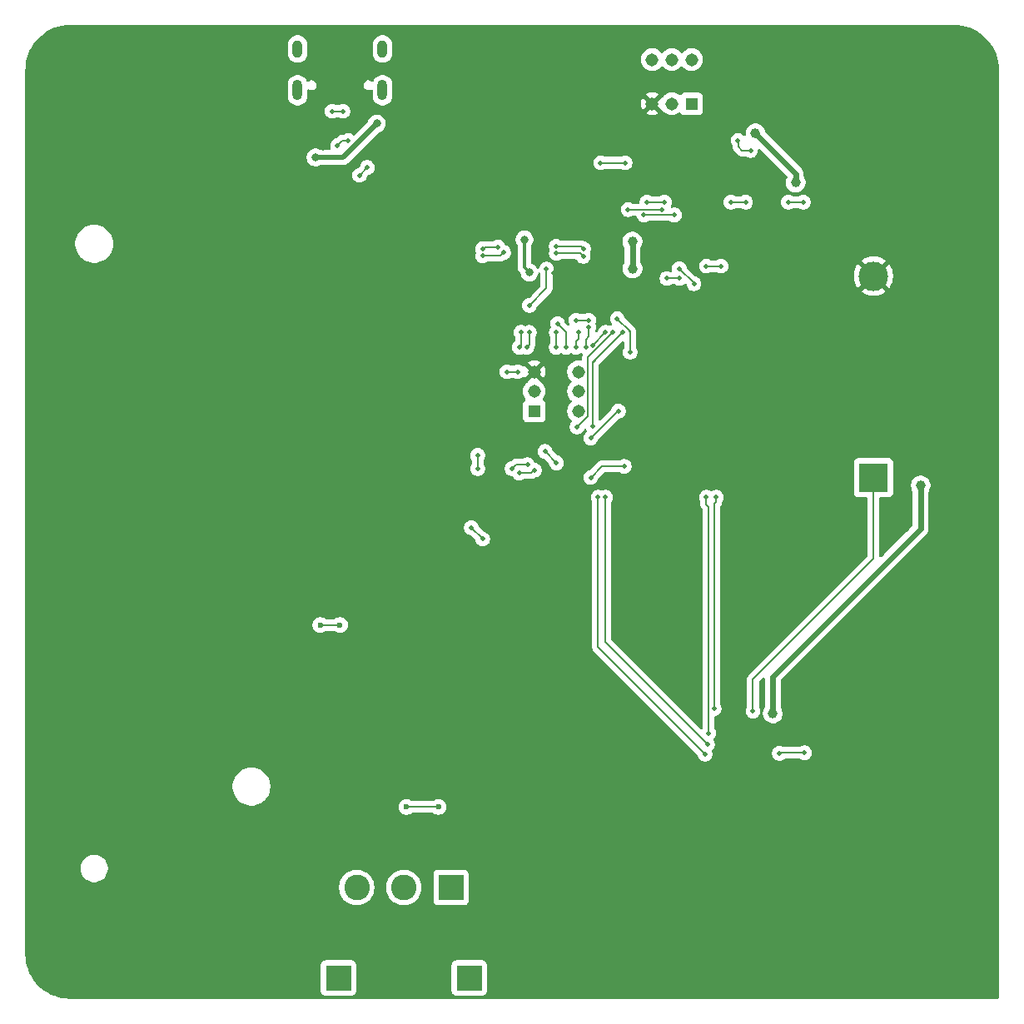
<source format=gbr>
%TF.GenerationSoftware,KiCad,Pcbnew,9.0.0*%
%TF.CreationDate,2025-04-07T01:58:01+02:00*%
%TF.ProjectId,Mastersthesis,4d617374-6572-4737-9468-657369732e6b,0*%
%TF.SameCoordinates,Original*%
%TF.FileFunction,Copper,L2,Bot*%
%TF.FilePolarity,Positive*%
%FSLAX46Y46*%
G04 Gerber Fmt 4.6, Leading zero omitted, Abs format (unit mm)*
G04 Created by KiCad (PCBNEW 9.0.0) date 2025-04-07 01:58:01*
%MOMM*%
%LPD*%
G01*
G04 APERTURE LIST*
%TA.AperFunction,ComponentPad*%
%ADD10R,1.308000X1.308000*%
%TD*%
%TA.AperFunction,ComponentPad*%
%ADD11C,1.308000*%
%TD*%
%TA.AperFunction,HeatsinkPad*%
%ADD12O,1.000000X2.100000*%
%TD*%
%TA.AperFunction,HeatsinkPad*%
%ADD13O,1.000000X1.800000*%
%TD*%
%TA.AperFunction,ComponentPad*%
%ADD14R,2.600000X2.600000*%
%TD*%
%TA.AperFunction,ComponentPad*%
%ADD15C,2.600000*%
%TD*%
%TA.AperFunction,ComponentPad*%
%ADD16R,3.000000X3.000000*%
%TD*%
%TA.AperFunction,ComponentPad*%
%ADD17C,3.000000*%
%TD*%
%TA.AperFunction,ViaPad*%
%ADD18C,0.500000*%
%TD*%
%TA.AperFunction,ViaPad*%
%ADD19C,0.800000*%
%TD*%
%TA.AperFunction,ViaPad*%
%ADD20C,1.000000*%
%TD*%
%TA.AperFunction,ViaPad*%
%ADD21C,0.600000*%
%TD*%
%TA.AperFunction,Conductor*%
%ADD22C,0.200000*%
%TD*%
%TA.AperFunction,Conductor*%
%ADD23C,0.600000*%
%TD*%
%TA.AperFunction,Conductor*%
%ADD24C,0.300000*%
%TD*%
%TA.AperFunction,Conductor*%
%ADD25C,0.500000*%
%TD*%
G04 APERTURE END LIST*
D10*
%TO.P,S1,1*%
%TO.N,unconnected-(S1-Pad1)*%
X138250000Y-48500000D03*
D11*
%TO.P,S1,2*%
%TO.N,/GPIO_In_PB4*%
X136250000Y-48500000D03*
%TO.P,S1,3*%
%TO.N,GND*%
X134250000Y-48500000D03*
%TO.P,S1,4*%
%TO.N,unconnected-(S1-Pad4)*%
X138250000Y-44000000D03*
%TO.P,S1,5*%
%TO.N,unconnected-(S1-Pad5)*%
X136250000Y-44000000D03*
%TO.P,S1,6*%
%TO.N,unconnected-(S1-Pad6)*%
X134250000Y-44000000D03*
%TD*%
D12*
%TO.P,J3,S1,SHIELD*%
%TO.N,Net-(J3-SHIELD)*%
X106820000Y-47125000D03*
D13*
X106820000Y-42925000D03*
D12*
X98180000Y-47125000D03*
D13*
X98180000Y-42925000D03*
%TD*%
D10*
%TO.P,S2,1*%
%TO.N,unconnected-(S2-Pad1)*%
X122250000Y-79750000D03*
D11*
%TO.P,S2,2*%
%TO.N,/RESET*%
X122250000Y-77750000D03*
%TO.P,S2,3*%
%TO.N,GND*%
X122250000Y-75750000D03*
%TO.P,S2,4*%
%TO.N,unconnected-(S2-Pad4)*%
X126750000Y-79750000D03*
%TO.P,S2,5*%
%TO.N,unconnected-(S2-Pad5)*%
X126750000Y-77750000D03*
%TO.P,S2,6*%
%TO.N,unconnected-(S2-Pad6)*%
X126750000Y-75750000D03*
%TD*%
D14*
%TO.P,SW3,1,B*%
%TO.N,-BATT*%
X113800000Y-128200000D03*
D15*
%TO.P,SW3,2,C*%
%TO.N,Net-(Q1-S)*%
X109000000Y-128200000D03*
%TO.P,SW3,3,A*%
%TO.N,unconnected-(SW3-A-Pad3)*%
X104200000Y-128200000D03*
D14*
%TO.P,SW3,4*%
%TO.N,N/C*%
X115650000Y-137400000D03*
%TO.P,SW3,5*%
X102350000Y-137400000D03*
%TD*%
D16*
%TO.P,BT2,1,+*%
%TO.N,Net-(BT2-+)*%
X156749999Y-86500001D03*
D17*
%TO.P,BT2,2,-*%
%TO.N,GND*%
X156749999Y-66010001D03*
%TD*%
D18*
%TO.N,GND*%
X160100000Y-124770000D03*
X155020000Y-122230000D03*
X162640000Y-127310000D03*
X132160000Y-134930000D03*
X167720000Y-129850000D03*
X133500000Y-84000000D03*
X132500000Y-77500000D03*
X149940000Y-99370000D03*
X127080000Y-119690000D03*
X147400000Y-127310000D03*
X124540000Y-94290000D03*
X157560000Y-112070000D03*
X162640000Y-94290000D03*
X160100000Y-117150000D03*
X132160000Y-129850000D03*
X132160000Y-94290000D03*
D19*
X136500000Y-74750000D03*
D18*
X127080000Y-117150000D03*
X157560000Y-129850000D03*
X127080000Y-94290000D03*
X129620000Y-122230000D03*
X112750000Y-97000000D03*
X127250000Y-59250000D03*
X127080000Y-127310000D03*
X160100000Y-99370000D03*
X164750000Y-81500000D03*
X137240000Y-129850000D03*
D19*
X109750000Y-41250000D03*
D18*
X162640000Y-114610000D03*
X157560000Y-94290000D03*
X165180000Y-96830000D03*
X165180000Y-101910000D03*
X139780000Y-124770000D03*
X160100000Y-112070000D03*
X134700000Y-114610000D03*
X152480000Y-91750000D03*
X157560000Y-127310000D03*
D20*
X91500000Y-44250000D03*
D18*
X127080000Y-99370000D03*
X137240000Y-104450000D03*
X127080000Y-104450000D03*
X152480000Y-129850000D03*
X124540000Y-96830000D03*
X162640000Y-129850000D03*
X142320000Y-91750000D03*
X127080000Y-132390000D03*
X167720000Y-122230000D03*
X167720000Y-127310000D03*
X101250000Y-93000000D03*
X147400000Y-124770000D03*
X157560000Y-132390000D03*
X167720000Y-94290000D03*
X167720000Y-91750000D03*
X165180000Y-129850000D03*
X152480000Y-137470000D03*
X124540000Y-104450000D03*
X132500000Y-78750000D03*
X167720000Y-101910000D03*
X152480000Y-94290000D03*
X115000000Y-54000000D03*
X122000000Y-106990000D03*
X160100000Y-106990000D03*
X167720000Y-137470000D03*
X155020000Y-117150000D03*
X127080000Y-114610000D03*
X157560000Y-119690000D03*
X167720000Y-109530000D03*
X124540000Y-106990000D03*
X139780000Y-134930000D03*
X122000000Y-96830000D03*
X132160000Y-101910000D03*
X165180000Y-104450000D03*
X147400000Y-132390000D03*
X127080000Y-96830000D03*
X155020000Y-91750000D03*
X122000000Y-129850000D03*
X129620000Y-134930000D03*
X155020000Y-134930000D03*
X115000000Y-75000000D03*
X124540000Y-132390000D03*
X134700000Y-112070000D03*
X160100000Y-114610000D03*
X162640000Y-119690000D03*
X144860000Y-99370000D03*
X122000000Y-132390000D03*
X144860000Y-124770000D03*
X134700000Y-127310000D03*
X141000000Y-50750000D03*
X162640000Y-101910000D03*
X122000000Y-112070000D03*
X157560000Y-114610000D03*
X124540000Y-134930000D03*
X149940000Y-96830000D03*
X162640000Y-112070000D03*
X129620000Y-137470000D03*
X127080000Y-124770000D03*
X124540000Y-99370000D03*
X152480000Y-134930000D03*
X160100000Y-109530000D03*
X167720000Y-96830000D03*
X122000000Y-109530000D03*
X144860000Y-101910000D03*
X165180000Y-106990000D03*
X162640000Y-99370000D03*
D19*
X162250000Y-41000000D03*
D18*
X165180000Y-99370000D03*
X100750000Y-53000000D03*
X147400000Y-96830000D03*
X157560000Y-104450000D03*
X149940000Y-124770000D03*
X167720000Y-134930000D03*
X129620000Y-112070000D03*
X137240000Y-94290000D03*
X134700000Y-94290000D03*
X122000000Y-127310000D03*
X124540000Y-117150000D03*
X139780000Y-127310000D03*
X152480000Y-96830000D03*
X134700000Y-124770000D03*
X142320000Y-132390000D03*
X137240000Y-132390000D03*
X98750000Y-49250000D03*
X132160000Y-96830000D03*
X122000000Y-122230000D03*
X165180000Y-134930000D03*
X137240000Y-99370000D03*
X129620000Y-109530000D03*
X134700000Y-96830000D03*
X129620000Y-124770000D03*
X167720000Y-132390000D03*
X147400000Y-137470000D03*
D20*
X91500000Y-42250000D03*
D18*
X142320000Y-124770000D03*
X127080000Y-137470000D03*
X157560000Y-109530000D03*
X117250000Y-77750000D03*
X122000000Y-101910000D03*
X160100000Y-134930000D03*
X160100000Y-96830000D03*
X142320000Y-137470000D03*
X124540000Y-124770000D03*
X134700000Y-101910000D03*
X155020000Y-104450000D03*
X132593617Y-70500000D03*
X155020000Y-137470000D03*
X124540000Y-127310000D03*
X167720000Y-104450000D03*
X137240000Y-96830000D03*
X144860000Y-96830000D03*
X127080000Y-106990000D03*
X125500000Y-56250000D03*
X152480000Y-124770000D03*
X120250000Y-87500000D03*
X98500000Y-55750000D03*
X144860000Y-104450000D03*
X167720000Y-106990000D03*
X137240000Y-101910000D03*
X124540000Y-137470000D03*
X160100000Y-91750000D03*
X142320000Y-104450000D03*
X162640000Y-91750000D03*
X132160000Y-132390000D03*
X155020000Y-119690000D03*
X109500000Y-97750000D03*
X147400000Y-94290000D03*
X142320000Y-99370000D03*
X127080000Y-112070000D03*
X127080000Y-129850000D03*
X122000000Y-117150000D03*
X132160000Y-99370000D03*
X129620000Y-114610000D03*
X167720000Y-112070000D03*
X143000000Y-66250000D03*
X129620000Y-117150000D03*
X97500000Y-95500000D03*
X122000000Y-91750000D03*
X147400000Y-129850000D03*
X124540000Y-109530000D03*
X122000000Y-119690000D03*
X144860000Y-134930000D03*
X124540000Y-119690000D03*
X132160000Y-124770000D03*
X155020000Y-106990000D03*
X139780000Y-137470000D03*
X115250000Y-112750000D03*
X132160000Y-91750000D03*
X160100000Y-127310000D03*
X152480000Y-132390000D03*
X122000000Y-104450000D03*
X167720000Y-119690000D03*
X111500000Y-95500000D03*
X122000000Y-134930000D03*
X155020000Y-101910000D03*
X121750000Y-68000000D03*
X142320000Y-127310000D03*
X152480000Y-127310000D03*
X162640000Y-106990000D03*
X144860000Y-91750000D03*
X165180000Y-137470000D03*
X162640000Y-132390000D03*
X152480000Y-104450000D03*
X144860000Y-137470000D03*
X147400000Y-101910000D03*
X134700000Y-106990000D03*
X147400000Y-134930000D03*
D19*
X128250000Y-41250000D03*
D18*
X155020000Y-112070000D03*
X127080000Y-101910000D03*
X132160000Y-127310000D03*
X142320000Y-94290000D03*
X122000000Y-124770000D03*
X134700000Y-117150000D03*
X157560000Y-137470000D03*
X105250000Y-53250000D03*
X144860000Y-132390000D03*
D21*
X103000000Y-109500000D03*
D18*
X142320000Y-129850000D03*
X127080000Y-134930000D03*
D20*
X111750000Y-117000000D03*
D18*
X155020000Y-124770000D03*
X157560000Y-134930000D03*
D19*
X118500000Y-41250000D03*
D18*
X134700000Y-137470000D03*
X162640000Y-137470000D03*
X165180000Y-114610000D03*
X162640000Y-124770000D03*
X137240000Y-127310000D03*
X155020000Y-129850000D03*
X157560000Y-117150000D03*
X137240000Y-134930000D03*
X139780000Y-129850000D03*
X129620000Y-132390000D03*
X160100000Y-137470000D03*
X149940000Y-137470000D03*
X165180000Y-127310000D03*
X134700000Y-91750000D03*
X106250000Y-73000000D03*
X142320000Y-96830000D03*
X137000000Y-61000000D03*
X124250000Y-65750000D03*
X134700000Y-134930000D03*
X165180000Y-122230000D03*
X160100000Y-132390000D03*
X149940000Y-91750000D03*
X155020000Y-127310000D03*
X137240000Y-137470000D03*
X124540000Y-112070000D03*
X149940000Y-134930000D03*
X165180000Y-119690000D03*
X139780000Y-132390000D03*
X142320000Y-101910000D03*
X162640000Y-134930000D03*
X134700000Y-122230000D03*
X160100000Y-104450000D03*
X132160000Y-114610000D03*
X157560000Y-91750000D03*
X147400000Y-99370000D03*
D19*
X115250000Y-41250000D03*
D18*
X137240000Y-124770000D03*
X149940000Y-127310000D03*
X165180000Y-132390000D03*
X132160000Y-117150000D03*
X129620000Y-119690000D03*
X157560000Y-101910000D03*
X147400000Y-91750000D03*
X129620000Y-129850000D03*
X162640000Y-96830000D03*
X132160000Y-122230000D03*
X162640000Y-104450000D03*
X160100000Y-119690000D03*
X134000000Y-72250000D03*
X144860000Y-129850000D03*
X132160000Y-109530000D03*
X124540000Y-122230000D03*
X124540000Y-91750000D03*
X122000000Y-94290000D03*
X132160000Y-137470000D03*
X167720000Y-117150000D03*
X157560000Y-122230000D03*
X131500000Y-44075000D03*
X165180000Y-124770000D03*
X121250000Y-51000000D03*
X165180000Y-94290000D03*
X160100000Y-129850000D03*
X157560000Y-99370000D03*
X167720000Y-114610000D03*
X134700000Y-129850000D03*
X129620000Y-127310000D03*
X105000000Y-117500000D03*
X155020000Y-132390000D03*
X157560000Y-124770000D03*
X144860000Y-127310000D03*
X149750000Y-46500000D03*
X124540000Y-129850000D03*
X155020000Y-109530000D03*
X162640000Y-122230000D03*
X122500000Y-62250000D03*
X124540000Y-101910000D03*
X165180000Y-117150000D03*
X155020000Y-114610000D03*
X162640000Y-109530000D03*
X127080000Y-91750000D03*
X134700000Y-119690000D03*
X109500000Y-110000000D03*
X127080000Y-109530000D03*
X162640000Y-117150000D03*
X132160000Y-119690000D03*
X127080000Y-122230000D03*
X149940000Y-129850000D03*
X106250000Y-49250000D03*
X142320000Y-134930000D03*
X167720000Y-99370000D03*
X132160000Y-112070000D03*
X132160000Y-104450000D03*
X149940000Y-132390000D03*
X157560000Y-106990000D03*
X160100000Y-122230000D03*
X167720000Y-124770000D03*
X122000000Y-114610000D03*
X134700000Y-99370000D03*
X165180000Y-109530000D03*
X137240000Y-91750000D03*
X144860000Y-94290000D03*
X99250000Y-57250000D03*
X97500000Y-118500000D03*
X122000000Y-99370000D03*
X134700000Y-132390000D03*
X132500000Y-81250000D03*
X135500000Y-62000000D03*
X124540000Y-114610000D03*
X165180000Y-91750000D03*
X160100000Y-101910000D03*
D19*
X125000000Y-41250000D03*
D18*
X122000000Y-137470000D03*
X155020000Y-94290000D03*
X165180000Y-112070000D03*
D19*
X121750000Y-41250000D03*
D18*
X156500000Y-52500000D03*
X134700000Y-104450000D03*
X129620000Y-106990000D03*
X149940000Y-94290000D03*
%TO.N,Net-(BT2-+)*%
X144500000Y-110250000D03*
%TO.N,+3.3V*%
X128000000Y-86500000D03*
X131399000Y-85365000D03*
D20*
X132250000Y-65250000D03*
D19*
X121250000Y-62300000D03*
X121750000Y-65650000D03*
D20*
X132250000Y-62500000D03*
D21*
%TO.N,+12V*%
X102500000Y-101500000D03*
X100486485Y-101500000D03*
D18*
%TO.N,/RESET*%
X123500000Y-65300000D03*
X120915967Y-71752002D03*
X120750000Y-73252001D03*
X121750000Y-69000000D03*
D20*
%TO.N,Net-(Q4-C)*%
X144750000Y-51500000D03*
X148849000Y-56500000D03*
X146500000Y-110500000D03*
X161550000Y-87300000D03*
D19*
%TO.N,Net-(C21-Pad2)*%
X100000000Y-53951000D03*
X106250000Y-50500000D03*
D18*
%TO.N,/USB_DM*%
X117000000Y-63950003D03*
X119138909Y-63611091D03*
X103350000Y-52250000D03*
X124500000Y-63700000D03*
X127236091Y-64013909D03*
X102250000Y-52750000D03*
%TO.N,/USB_DP*%
X105263909Y-54986091D03*
X118589408Y-63061589D03*
X124500000Y-63000000D03*
X104486091Y-55763909D03*
X101700000Y-49250000D03*
X117000000Y-63250000D03*
X127250000Y-63250000D03*
X102800000Y-49250000D03*
%TO.N,/USART3_TX*%
X126611091Y-81361091D03*
X121561765Y-85188235D03*
X130250000Y-71750000D03*
X120000000Y-85600000D03*
%TO.N,/USART3_RX*%
X131250000Y-71750000D03*
X120713235Y-86036765D03*
X128200000Y-81250000D03*
X122250000Y-85750000D03*
%TO.N,/SPI_MISO*%
X127491009Y-73252594D03*
X127800000Y-71200002D03*
%TO.N,/SOI_MOSI*%
X130801000Y-79756500D03*
X128000000Y-82500000D03*
X128163591Y-73058591D03*
X129486091Y-71736091D03*
%TO.N,/GPIO_Out_PB0*%
X132000000Y-73751000D03*
X130700000Y-70350000D03*
%TO.N,/SPI_SCK*%
X124515394Y-85013838D03*
X126500000Y-70500000D03*
X124486091Y-73252001D03*
X123347959Y-83846405D03*
X124500000Y-71750000D03*
X127800000Y-70500000D03*
D21*
%TO.N,Net-(Q1-G)*%
X112500000Y-120000000D03*
X109250000Y-120000000D03*
D18*
%TO.N,/GPIO_Out_PA15*%
X133725000Y-58500000D03*
X135500000Y-58500000D03*
X148099000Y-58500000D03*
X143750000Y-58500000D03*
X149599000Y-58500000D03*
X142250000Y-58500000D03*
%TO.N,Net-(Q4-B)*%
X142969669Y-52219669D03*
X144250000Y-53250000D03*
%TO.N,Net-(U4-PA0)*%
X115861091Y-91611091D03*
X116500000Y-85600000D03*
X117002818Y-92752818D03*
X116500000Y-84250000D03*
X121750000Y-71750000D03*
X120575000Y-75750000D03*
X121500000Y-73252001D03*
X119475000Y-75750000D03*
%TO.N,Net-(U4-BOOT0)*%
X131500000Y-54500000D03*
X129000000Y-54500000D03*
%TO.N,/SYS_SWDIO*%
X137000000Y-65250000D03*
X138500000Y-66800000D03*
%TO.N,/SYS_SWCLK*%
X136500000Y-59800000D03*
X133400000Y-59800000D03*
%TO.N,/USART2_RX*%
X129500000Y-88500000D03*
X126500000Y-73252001D03*
X139860384Y-113639616D03*
X126726818Y-71749727D03*
%TO.N,/RTC_REFIN*%
X139750000Y-88500000D03*
X139750000Y-65000000D03*
X135750000Y-66250000D03*
X140000000Y-112500000D03*
X141250000Y-65000000D03*
X137050000Y-66252868D03*
%TO.N,/USART2_TX*%
X124623999Y-70848183D03*
X139625000Y-114625000D03*
X128750000Y-88500000D03*
X125500000Y-73252001D03*
%TO.N,/GPIO_Out_PB3*%
X140550000Y-110000000D03*
X135250000Y-59250000D03*
X140750000Y-88500000D03*
X149750000Y-114500000D03*
X147188632Y-114561368D03*
X131800000Y-59250000D03*
%TD*%
D22*
%TO.N,Net-(BT2-+)*%
X156750000Y-94750000D02*
X156749999Y-86500001D01*
X144500000Y-107000000D02*
X156750000Y-94750000D01*
X144500000Y-110250000D02*
X144500000Y-107000000D01*
%TO.N,+3.3V*%
X128000000Y-86500000D02*
X129135000Y-85365000D01*
D23*
X132250000Y-65250000D02*
X132250000Y-62500000D01*
D22*
X129135000Y-85365000D02*
X131399000Y-85365000D01*
D24*
X121250000Y-62300000D02*
X121250000Y-65150000D01*
X121250000Y-65150000D02*
X121750000Y-65650000D01*
D22*
%TO.N,+12V*%
X100486485Y-101500000D02*
X102500000Y-101500000D01*
%TO.N,/RESET*%
X123500000Y-65300000D02*
X123500000Y-67250000D01*
X120915967Y-73086034D02*
X120750000Y-73252001D01*
X123500000Y-67250000D02*
X121750000Y-69000000D01*
X120915967Y-71752002D02*
X120915967Y-73086034D01*
D23*
%TO.N,Net-(Q4-C)*%
X146500000Y-110500000D02*
X146500000Y-106750000D01*
X148849000Y-55599000D02*
X148849000Y-56500000D01*
X146500000Y-106750000D02*
X161550000Y-91700000D01*
X161550000Y-91700000D02*
X161550000Y-87300000D01*
X144750000Y-51500000D02*
X148849000Y-55599000D01*
D25*
%TO.N,Net-(C21-Pad2)*%
X106250000Y-50500000D02*
X102799000Y-53951000D01*
X102799000Y-53951000D02*
X100000000Y-53951000D01*
D22*
%TO.N,/USB_DM*%
X103350000Y-52250000D02*
X102750000Y-52250000D01*
X102750000Y-52250000D02*
X102250000Y-52750000D01*
X127236091Y-64013909D02*
X126922182Y-63700000D01*
X126922182Y-63700000D02*
X124500000Y-63700000D01*
X119138909Y-63611091D02*
X118799997Y-63950003D01*
X118799997Y-63950003D02*
X117000000Y-63950003D01*
%TO.N,/USB_DP*%
X104486091Y-55763909D02*
X105263909Y-54986091D01*
X118589408Y-63061589D02*
X117188411Y-63061589D01*
X127000000Y-63000000D02*
X124500000Y-63000000D01*
X127250000Y-63250000D02*
X127000000Y-63000000D01*
X117188411Y-63061589D02*
X117000000Y-63250000D01*
X102800000Y-49250000D02*
X101700000Y-49250000D01*
%TO.N,/USART3_TX*%
X127705000Y-80267182D02*
X127705000Y-74295000D01*
X120000000Y-85600000D02*
X120411765Y-85188235D01*
X127705000Y-74295000D02*
X130250000Y-71750000D01*
X120411765Y-85188235D02*
X121561765Y-85188235D01*
X126611091Y-81361091D02*
X127705000Y-80267182D01*
%TO.N,/USART3_RX*%
X128200000Y-74800000D02*
X128750000Y-74250000D01*
X128750000Y-74250000D02*
X131250000Y-71750000D01*
X128250000Y-74750000D02*
X128750000Y-74250000D01*
X128200000Y-81250000D02*
X128200000Y-74800000D01*
X120713235Y-86036765D02*
X121963235Y-86036765D01*
X121963235Y-86036765D02*
X122250000Y-85750000D01*
%TO.N,/SPI_MISO*%
X127491009Y-73252594D02*
X127491009Y-72453991D01*
X127800000Y-72145000D02*
X127800000Y-71200002D01*
X127491009Y-72453991D02*
X127800000Y-72145000D01*
%TO.N,/SOI_MOSI*%
X128000000Y-82500000D02*
X130743500Y-79756500D01*
X130743500Y-79756500D02*
X130801000Y-79756500D01*
X129486091Y-71736091D02*
X128163591Y-73058591D01*
%TO.N,/GPIO_Out_PB0*%
X131925000Y-71575000D02*
X132000000Y-71650000D01*
X131925000Y-71575000D02*
X131949000Y-71599000D01*
X132000000Y-71650000D02*
X132000000Y-73751000D01*
X130700000Y-70350000D02*
X131925000Y-71575000D01*
%TO.N,/SPI_SCK*%
X127800000Y-70500000D02*
X126500000Y-70500000D01*
X124500000Y-71750000D02*
X124500000Y-73238092D01*
X123347961Y-83846405D02*
X124515394Y-85013838D01*
X124500000Y-73238092D02*
X124486091Y-73252001D01*
X123347959Y-83846405D02*
X123347961Y-83846405D01*
%TO.N,Net-(Q1-G)*%
X109250000Y-120000000D02*
X112500000Y-120000000D01*
%TO.N,/GPIO_Out_PA15*%
X142250000Y-58500000D02*
X143750000Y-58500000D01*
X148099000Y-58500000D02*
X149599000Y-58500000D01*
X133725000Y-58500000D02*
X135500000Y-58500000D01*
%TO.N,Net-(Q4-B)*%
X143000000Y-52250000D02*
X143000000Y-52850000D01*
X143400000Y-53250000D02*
X144250000Y-53250000D01*
X142969669Y-52219669D02*
X143000000Y-52250000D01*
X143000000Y-52850000D02*
X143400000Y-53250000D01*
%TO.N,Net-(U4-PA0)*%
X121750000Y-71750000D02*
X121750000Y-73002001D01*
X116500000Y-85600000D02*
X116500000Y-84250000D01*
X121750000Y-73002001D02*
X121500000Y-73252001D01*
X120575000Y-75750000D02*
X119475000Y-75750000D01*
X115861091Y-91611091D02*
X117002818Y-92752818D01*
%TO.N,Net-(U4-BOOT0)*%
X129000000Y-54500000D02*
X131500000Y-54500000D01*
%TO.N,/SYS_SWDIO*%
X138500000Y-66800000D02*
X138500000Y-66750000D01*
X138500000Y-66750000D02*
X137000000Y-65250000D01*
%TO.N,/SYS_SWCLK*%
X136500000Y-59800000D02*
X133400000Y-59800000D01*
%TO.N,/USART2_RX*%
X129500000Y-89250000D02*
X129438132Y-89311868D01*
X126500000Y-73252001D02*
X126500000Y-72623349D01*
X129438132Y-89311868D02*
X129438132Y-103217364D01*
X126726818Y-72396531D02*
X126726818Y-71749727D01*
X129500000Y-88500000D02*
X129500000Y-89250000D01*
X129438132Y-103217364D02*
X139860384Y-113639616D01*
X126500000Y-72623349D02*
X126726818Y-72396531D01*
%TO.N,/RTC_REFIN*%
X139750000Y-89250000D02*
X140000000Y-89500000D01*
X137050000Y-66252868D02*
X135752868Y-66252868D01*
X140000000Y-89500000D02*
X140000000Y-112500000D01*
X135752868Y-66252868D02*
X135750000Y-66250000D01*
X139750000Y-88500000D02*
X139750000Y-89250000D01*
X141250000Y-65000000D02*
X139750000Y-65000000D01*
%TO.N,/USART2_TX*%
X125500000Y-71724184D02*
X125500000Y-73252001D01*
X128750000Y-103750000D02*
X139625000Y-114625000D01*
X128750000Y-88500000D02*
X128750000Y-103750000D01*
X124623999Y-70848183D02*
X125500000Y-71724184D01*
%TO.N,/GPIO_Out_PB3*%
X140550000Y-89200000D02*
X140550000Y-110000000D01*
X135250000Y-59250000D02*
X131800000Y-59250000D01*
X149750000Y-114500000D02*
X147250000Y-114500000D01*
X147250000Y-114500000D02*
X147188632Y-114561368D01*
X140750000Y-88500000D02*
X140750000Y-89000000D01*
X140750000Y-89000000D02*
X140550000Y-89200000D01*
%TD*%
%TA.AperFunction,Conductor*%
%TO.N,GND*%
G36*
X165002702Y-40500617D02*
G01*
X165386771Y-40517386D01*
X165397506Y-40518326D01*
X165775971Y-40568152D01*
X165786597Y-40570025D01*
X166159284Y-40652648D01*
X166169710Y-40655442D01*
X166533765Y-40770227D01*
X166543911Y-40773920D01*
X166896578Y-40920000D01*
X166906369Y-40924566D01*
X167244942Y-41100816D01*
X167254310Y-41106224D01*
X167576244Y-41311318D01*
X167585105Y-41317523D01*
X167887930Y-41549889D01*
X167896217Y-41556843D01*
X168177635Y-41814715D01*
X168185284Y-41822364D01*
X168443156Y-42103782D01*
X168450110Y-42112069D01*
X168682476Y-42414894D01*
X168688681Y-42423755D01*
X168893775Y-42745689D01*
X168899183Y-42755057D01*
X169075430Y-43093623D01*
X169080002Y-43103427D01*
X169226075Y-43456078D01*
X169229775Y-43466244D01*
X169344554Y-43830278D01*
X169347354Y-43840727D01*
X169429971Y-44213389D01*
X169431849Y-44224042D01*
X169481671Y-44602473D01*
X169482614Y-44613249D01*
X169499382Y-44997297D01*
X169499500Y-45002706D01*
X169499500Y-139375500D01*
X169479815Y-139442539D01*
X169427011Y-139488294D01*
X169375500Y-139499500D01*
X75002706Y-139499500D01*
X74997297Y-139499382D01*
X74613249Y-139482614D01*
X74602473Y-139481671D01*
X74224042Y-139431849D01*
X74213389Y-139429971D01*
X73840727Y-139347354D01*
X73830278Y-139344554D01*
X73466244Y-139229775D01*
X73456078Y-139226075D01*
X73103427Y-139080002D01*
X73093623Y-139075430D01*
X72755057Y-138899183D01*
X72745689Y-138893775D01*
X72423755Y-138688681D01*
X72414894Y-138682476D01*
X72112069Y-138450110D01*
X72103782Y-138443156D01*
X71822364Y-138185284D01*
X71814715Y-138177635D01*
X71556843Y-137896217D01*
X71549889Y-137887930D01*
X71317523Y-137585105D01*
X71311318Y-137576244D01*
X71106224Y-137254310D01*
X71100816Y-137244942D01*
X70924569Y-136906376D01*
X70919997Y-136896572D01*
X70773924Y-136543921D01*
X70770224Y-136533755D01*
X70655442Y-136169710D01*
X70652649Y-136159290D01*
X70628893Y-136052135D01*
X100549500Y-136052135D01*
X100549500Y-138747870D01*
X100549501Y-138747876D01*
X100555908Y-138807483D01*
X100606202Y-138942328D01*
X100606206Y-138942335D01*
X100692452Y-139057544D01*
X100692455Y-139057547D01*
X100807664Y-139143793D01*
X100807671Y-139143797D01*
X100942517Y-139194091D01*
X100942516Y-139194091D01*
X100949444Y-139194835D01*
X101002127Y-139200500D01*
X103697872Y-139200499D01*
X103757483Y-139194091D01*
X103892331Y-139143796D01*
X104007546Y-139057546D01*
X104093796Y-138942331D01*
X104144091Y-138807483D01*
X104150500Y-138747873D01*
X104150499Y-136052135D01*
X113849500Y-136052135D01*
X113849500Y-138747870D01*
X113849501Y-138747876D01*
X113855908Y-138807483D01*
X113906202Y-138942328D01*
X113906206Y-138942335D01*
X113992452Y-139057544D01*
X113992455Y-139057547D01*
X114107664Y-139143793D01*
X114107671Y-139143797D01*
X114242517Y-139194091D01*
X114242516Y-139194091D01*
X114249444Y-139194835D01*
X114302127Y-139200500D01*
X116997872Y-139200499D01*
X117057483Y-139194091D01*
X117192331Y-139143796D01*
X117307546Y-139057546D01*
X117393796Y-138942331D01*
X117444091Y-138807483D01*
X117450500Y-138747873D01*
X117450499Y-136052128D01*
X117444091Y-135992517D01*
X117393796Y-135857669D01*
X117393795Y-135857668D01*
X117393793Y-135857664D01*
X117307547Y-135742455D01*
X117307544Y-135742452D01*
X117192335Y-135656206D01*
X117192328Y-135656202D01*
X117057482Y-135605908D01*
X117057483Y-135605908D01*
X116997883Y-135599501D01*
X116997881Y-135599500D01*
X116997873Y-135599500D01*
X116997864Y-135599500D01*
X114302129Y-135599500D01*
X114302123Y-135599501D01*
X114242516Y-135605908D01*
X114107671Y-135656202D01*
X114107664Y-135656206D01*
X113992455Y-135742452D01*
X113992452Y-135742455D01*
X113906206Y-135857664D01*
X113906202Y-135857671D01*
X113855908Y-135992517D01*
X113849501Y-136052116D01*
X113849501Y-136052123D01*
X113849500Y-136052135D01*
X104150499Y-136052135D01*
X104150499Y-136052128D01*
X104144091Y-135992517D01*
X104093796Y-135857669D01*
X104093795Y-135857668D01*
X104093793Y-135857664D01*
X104007547Y-135742455D01*
X104007544Y-135742452D01*
X103892335Y-135656206D01*
X103892328Y-135656202D01*
X103757482Y-135605908D01*
X103757483Y-135605908D01*
X103697883Y-135599501D01*
X103697881Y-135599500D01*
X103697873Y-135599500D01*
X103697864Y-135599500D01*
X101002129Y-135599500D01*
X101002123Y-135599501D01*
X100942516Y-135605908D01*
X100807671Y-135656202D01*
X100807664Y-135656206D01*
X100692455Y-135742452D01*
X100692452Y-135742455D01*
X100606206Y-135857664D01*
X100606202Y-135857671D01*
X100555908Y-135992517D01*
X100549501Y-136052116D01*
X100549501Y-136052123D01*
X100549500Y-136052135D01*
X70628893Y-136052135D01*
X70570025Y-135786597D01*
X70568152Y-135775971D01*
X70518326Y-135397506D01*
X70517386Y-135386771D01*
X70500618Y-135002702D01*
X70500500Y-134997293D01*
X70500500Y-128081995D01*
X102399500Y-128081995D01*
X102399500Y-128318004D01*
X102399501Y-128318020D01*
X102430306Y-128552010D01*
X102491394Y-128779993D01*
X102581714Y-128998045D01*
X102581719Y-128998056D01*
X102652677Y-129120957D01*
X102699727Y-129202450D01*
X102699729Y-129202453D01*
X102699730Y-129202454D01*
X102843406Y-129389697D01*
X102843412Y-129389704D01*
X103010295Y-129556587D01*
X103010302Y-129556593D01*
X103120306Y-129641001D01*
X103197550Y-129700273D01*
X103270397Y-129742331D01*
X103401943Y-129818280D01*
X103401948Y-129818282D01*
X103401951Y-129818284D01*
X103620007Y-129908606D01*
X103847986Y-129969693D01*
X104081989Y-130000500D01*
X104081996Y-130000500D01*
X104318004Y-130000500D01*
X104318011Y-130000500D01*
X104552014Y-129969693D01*
X104779993Y-129908606D01*
X104998049Y-129818284D01*
X105202450Y-129700273D01*
X105389699Y-129556592D01*
X105556592Y-129389699D01*
X105700273Y-129202450D01*
X105818284Y-128998049D01*
X105908606Y-128779993D01*
X105969693Y-128552014D01*
X106000500Y-128318011D01*
X106000500Y-128081995D01*
X107199500Y-128081995D01*
X107199500Y-128318004D01*
X107199501Y-128318020D01*
X107230306Y-128552010D01*
X107291394Y-128779993D01*
X107381714Y-128998045D01*
X107381719Y-128998056D01*
X107452677Y-129120957D01*
X107499727Y-129202450D01*
X107499729Y-129202453D01*
X107499730Y-129202454D01*
X107643406Y-129389697D01*
X107643412Y-129389704D01*
X107810295Y-129556587D01*
X107810302Y-129556593D01*
X107920306Y-129641001D01*
X107997550Y-129700273D01*
X108070397Y-129742331D01*
X108201943Y-129818280D01*
X108201948Y-129818282D01*
X108201951Y-129818284D01*
X108420007Y-129908606D01*
X108647986Y-129969693D01*
X108881989Y-130000500D01*
X108881996Y-130000500D01*
X109118004Y-130000500D01*
X109118011Y-130000500D01*
X109352014Y-129969693D01*
X109579993Y-129908606D01*
X109798049Y-129818284D01*
X110002450Y-129700273D01*
X110189699Y-129556592D01*
X110356592Y-129389699D01*
X110500273Y-129202450D01*
X110618284Y-128998049D01*
X110708606Y-128779993D01*
X110769693Y-128552014D01*
X110800500Y-128318011D01*
X110800500Y-128081989D01*
X110769693Y-127847986D01*
X110708606Y-127620007D01*
X110618284Y-127401951D01*
X110618282Y-127401948D01*
X110618280Y-127401943D01*
X110573526Y-127324428D01*
X110500273Y-127197550D01*
X110356592Y-127010301D01*
X110356587Y-127010295D01*
X110198427Y-126852135D01*
X111999500Y-126852135D01*
X111999500Y-129547870D01*
X111999501Y-129547876D01*
X112005908Y-129607483D01*
X112056202Y-129742328D01*
X112056206Y-129742335D01*
X112142452Y-129857544D01*
X112142455Y-129857547D01*
X112257664Y-129943793D01*
X112257671Y-129943797D01*
X112392517Y-129994091D01*
X112392516Y-129994091D01*
X112399444Y-129994835D01*
X112452127Y-130000500D01*
X115147872Y-130000499D01*
X115207483Y-129994091D01*
X115342331Y-129943796D01*
X115457546Y-129857546D01*
X115543796Y-129742331D01*
X115594091Y-129607483D01*
X115600500Y-129547873D01*
X115600499Y-126852128D01*
X115594091Y-126792517D01*
X115543796Y-126657669D01*
X115543795Y-126657668D01*
X115543793Y-126657664D01*
X115457547Y-126542455D01*
X115457544Y-126542452D01*
X115342335Y-126456206D01*
X115342328Y-126456202D01*
X115207482Y-126405908D01*
X115207483Y-126405908D01*
X115147883Y-126399501D01*
X115147881Y-126399500D01*
X115147873Y-126399500D01*
X115147864Y-126399500D01*
X112452129Y-126399500D01*
X112452123Y-126399501D01*
X112392516Y-126405908D01*
X112257671Y-126456202D01*
X112257664Y-126456206D01*
X112142455Y-126542452D01*
X112142452Y-126542455D01*
X112056206Y-126657664D01*
X112056202Y-126657671D01*
X112005908Y-126792517D01*
X112000437Y-126843408D01*
X111999501Y-126852123D01*
X111999500Y-126852135D01*
X110198427Y-126852135D01*
X110189704Y-126843412D01*
X110189697Y-126843406D01*
X110002454Y-126699730D01*
X110002453Y-126699729D01*
X110002450Y-126699727D01*
X109920957Y-126652677D01*
X109798056Y-126581719D01*
X109798045Y-126581714D01*
X109579993Y-126491394D01*
X109448670Y-126456206D01*
X109352014Y-126430307D01*
X109352013Y-126430306D01*
X109352010Y-126430306D01*
X109118020Y-126399501D01*
X109118017Y-126399500D01*
X109118011Y-126399500D01*
X108881989Y-126399500D01*
X108881983Y-126399500D01*
X108881979Y-126399501D01*
X108647989Y-126430306D01*
X108420006Y-126491394D01*
X108201954Y-126581714D01*
X108201943Y-126581719D01*
X107997545Y-126699730D01*
X107810302Y-126843406D01*
X107810295Y-126843412D01*
X107643412Y-127010295D01*
X107643406Y-127010302D01*
X107499730Y-127197545D01*
X107381719Y-127401943D01*
X107381714Y-127401954D01*
X107291394Y-127620006D01*
X107230306Y-127847989D01*
X107199501Y-128081979D01*
X107199500Y-128081995D01*
X106000500Y-128081995D01*
X106000500Y-128081989D01*
X105969693Y-127847986D01*
X105908606Y-127620007D01*
X105818284Y-127401951D01*
X105818282Y-127401948D01*
X105818280Y-127401943D01*
X105773526Y-127324428D01*
X105700273Y-127197550D01*
X105556592Y-127010301D01*
X105556587Y-127010295D01*
X105389704Y-126843412D01*
X105389697Y-126843406D01*
X105202454Y-126699730D01*
X105202453Y-126699729D01*
X105202450Y-126699727D01*
X105120957Y-126652677D01*
X104998056Y-126581719D01*
X104998045Y-126581714D01*
X104779993Y-126491394D01*
X104648670Y-126456206D01*
X104552014Y-126430307D01*
X104552013Y-126430306D01*
X104552010Y-126430306D01*
X104318020Y-126399501D01*
X104318017Y-126399500D01*
X104318011Y-126399500D01*
X104081989Y-126399500D01*
X104081983Y-126399500D01*
X104081979Y-126399501D01*
X103847989Y-126430306D01*
X103620006Y-126491394D01*
X103401954Y-126581714D01*
X103401943Y-126581719D01*
X103197545Y-126699730D01*
X103010302Y-126843406D01*
X103010295Y-126843412D01*
X102843412Y-127010295D01*
X102843406Y-127010302D01*
X102699730Y-127197545D01*
X102581719Y-127401943D01*
X102581714Y-127401954D01*
X102491394Y-127620006D01*
X102430306Y-127847989D01*
X102399501Y-128081979D01*
X102399500Y-128081995D01*
X70500500Y-128081995D01*
X70500500Y-126150172D01*
X76104500Y-126150172D01*
X76104500Y-126369827D01*
X76138059Y-126581714D01*
X76138862Y-126586780D01*
X76205710Y-126792517D01*
X76206741Y-126795688D01*
X76306464Y-126991404D01*
X76435566Y-127169101D01*
X76590898Y-127324433D01*
X76697599Y-127401954D01*
X76768599Y-127453538D01*
X76964314Y-127553260D01*
X77173220Y-127621138D01*
X77390172Y-127655500D01*
X77390173Y-127655500D01*
X77609827Y-127655500D01*
X77609828Y-127655500D01*
X77826780Y-127621138D01*
X78035686Y-127553260D01*
X78231401Y-127453538D01*
X78331174Y-127381049D01*
X78409101Y-127324433D01*
X78409103Y-127324430D01*
X78409107Y-127324428D01*
X78564428Y-127169107D01*
X78564430Y-127169103D01*
X78564433Y-127169101D01*
X78621049Y-127091174D01*
X78693538Y-126991401D01*
X78793260Y-126795686D01*
X78861138Y-126586780D01*
X78895500Y-126369828D01*
X78895500Y-126150172D01*
X78861138Y-125933220D01*
X78793260Y-125724314D01*
X78693538Y-125528599D01*
X78685242Y-125517181D01*
X78564433Y-125350898D01*
X78409101Y-125195566D01*
X78231404Y-125066464D01*
X78231403Y-125066463D01*
X78231401Y-125066462D01*
X78035686Y-124966740D01*
X77826780Y-124898862D01*
X77826778Y-124898861D01*
X77826777Y-124898861D01*
X77660120Y-124872465D01*
X77609828Y-124864500D01*
X77390172Y-124864500D01*
X77339879Y-124872465D01*
X77173223Y-124898861D01*
X76964311Y-124966741D01*
X76768595Y-125066464D01*
X76590898Y-125195566D01*
X76435566Y-125350898D01*
X76306464Y-125528595D01*
X76206741Y-125724311D01*
X76138861Y-125933223D01*
X76104500Y-126150172D01*
X70500500Y-126150172D01*
X70500500Y-119921153D01*
X108449500Y-119921153D01*
X108449500Y-120078846D01*
X108480261Y-120233489D01*
X108480264Y-120233501D01*
X108540602Y-120379172D01*
X108540609Y-120379185D01*
X108628210Y-120510288D01*
X108628213Y-120510292D01*
X108739707Y-120621786D01*
X108739711Y-120621789D01*
X108870814Y-120709390D01*
X108870827Y-120709397D01*
X109016498Y-120769735D01*
X109016503Y-120769737D01*
X109171153Y-120800499D01*
X109171156Y-120800500D01*
X109171158Y-120800500D01*
X109328844Y-120800500D01*
X109328845Y-120800499D01*
X109483497Y-120769737D01*
X109629179Y-120709394D01*
X109629185Y-120709390D01*
X109760875Y-120621398D01*
X109827553Y-120600520D01*
X109829766Y-120600500D01*
X111920234Y-120600500D01*
X111987273Y-120620185D01*
X111989125Y-120621398D01*
X112120814Y-120709390D01*
X112120827Y-120709397D01*
X112266498Y-120769735D01*
X112266503Y-120769737D01*
X112421153Y-120800499D01*
X112421156Y-120800500D01*
X112421158Y-120800500D01*
X112578844Y-120800500D01*
X112578845Y-120800499D01*
X112733497Y-120769737D01*
X112879179Y-120709394D01*
X113010289Y-120621789D01*
X113121789Y-120510289D01*
X113209394Y-120379179D01*
X113269737Y-120233497D01*
X113300500Y-120078842D01*
X113300500Y-119921158D01*
X113300500Y-119921155D01*
X113300499Y-119921153D01*
X113287440Y-119855500D01*
X113269737Y-119766503D01*
X113225882Y-119660627D01*
X113209397Y-119620827D01*
X113209390Y-119620814D01*
X113121789Y-119489711D01*
X113121786Y-119489707D01*
X113010292Y-119378213D01*
X113010288Y-119378210D01*
X112879185Y-119290609D01*
X112879172Y-119290602D01*
X112733501Y-119230264D01*
X112733489Y-119230261D01*
X112578845Y-119199500D01*
X112578842Y-119199500D01*
X112421158Y-119199500D01*
X112421155Y-119199500D01*
X112266510Y-119230261D01*
X112266498Y-119230264D01*
X112120827Y-119290602D01*
X112120814Y-119290609D01*
X111989125Y-119378602D01*
X111922447Y-119399480D01*
X111920234Y-119399500D01*
X109829766Y-119399500D01*
X109762727Y-119379815D01*
X109760875Y-119378602D01*
X109629185Y-119290609D01*
X109629172Y-119290602D01*
X109483501Y-119230264D01*
X109483489Y-119230261D01*
X109328845Y-119199500D01*
X109328842Y-119199500D01*
X109171158Y-119199500D01*
X109171155Y-119199500D01*
X109016510Y-119230261D01*
X109016498Y-119230264D01*
X108870827Y-119290602D01*
X108870814Y-119290609D01*
X108739711Y-119378210D01*
X108739707Y-119378213D01*
X108628213Y-119489707D01*
X108628210Y-119489711D01*
X108540609Y-119620814D01*
X108540602Y-119620827D01*
X108480264Y-119766498D01*
X108480261Y-119766510D01*
X108449500Y-119921153D01*
X70500500Y-119921153D01*
X70500500Y-117803788D01*
X91574500Y-117803788D01*
X91574500Y-118056211D01*
X91607446Y-118306451D01*
X91672773Y-118550258D01*
X91769363Y-118783447D01*
X91769372Y-118783464D01*
X91895566Y-119002041D01*
X91895568Y-119002045D01*
X92049227Y-119202294D01*
X92049235Y-119202303D01*
X92227697Y-119380765D01*
X92227705Y-119380772D01*
X92427954Y-119534431D01*
X92427958Y-119534433D01*
X92646535Y-119660627D01*
X92646552Y-119660636D01*
X92775758Y-119714154D01*
X92879740Y-119757226D01*
X93123548Y-119822554D01*
X93373796Y-119855500D01*
X93373803Y-119855500D01*
X93626197Y-119855500D01*
X93626204Y-119855500D01*
X93876452Y-119822554D01*
X94120260Y-119757226D01*
X94353454Y-119660633D01*
X94572041Y-119534433D01*
X94572045Y-119534431D01*
X94630324Y-119489711D01*
X94772294Y-119380773D01*
X94772298Y-119380768D01*
X94772303Y-119380765D01*
X94950765Y-119202303D01*
X94950768Y-119202298D01*
X94950773Y-119202294D01*
X95104430Y-119002046D01*
X95230633Y-118783454D01*
X95327226Y-118550260D01*
X95392554Y-118306452D01*
X95425500Y-118056204D01*
X95425500Y-117803796D01*
X95392554Y-117553548D01*
X95327226Y-117309740D01*
X95284154Y-117205758D01*
X95230636Y-117076552D01*
X95230627Y-117076535D01*
X95104433Y-116857958D01*
X95104431Y-116857954D01*
X94950772Y-116657705D01*
X94950765Y-116657697D01*
X94772303Y-116479235D01*
X94772294Y-116479227D01*
X94572045Y-116325568D01*
X94572041Y-116325566D01*
X94353464Y-116199372D01*
X94353447Y-116199363D01*
X94120258Y-116102773D01*
X93965690Y-116061357D01*
X93876452Y-116037446D01*
X93845171Y-116033327D01*
X93626211Y-116004500D01*
X93626204Y-116004500D01*
X93373796Y-116004500D01*
X93373788Y-116004500D01*
X93123548Y-116037446D01*
X92879741Y-116102773D01*
X92646552Y-116199363D01*
X92646535Y-116199372D01*
X92427958Y-116325566D01*
X92427954Y-116325568D01*
X92227705Y-116479227D01*
X92049227Y-116657705D01*
X91895568Y-116857954D01*
X91895566Y-116857958D01*
X91769372Y-117076535D01*
X91769363Y-117076552D01*
X91672773Y-117309741D01*
X91607446Y-117553548D01*
X91574500Y-117803788D01*
X70500500Y-117803788D01*
X70500500Y-101421153D01*
X99685985Y-101421153D01*
X99685985Y-101578846D01*
X99716746Y-101733489D01*
X99716749Y-101733501D01*
X99777087Y-101879172D01*
X99777094Y-101879185D01*
X99864695Y-102010288D01*
X99864698Y-102010292D01*
X99976192Y-102121786D01*
X99976196Y-102121789D01*
X100107299Y-102209390D01*
X100107312Y-102209397D01*
X100252983Y-102269735D01*
X100252988Y-102269737D01*
X100407638Y-102300499D01*
X100407641Y-102300500D01*
X100407643Y-102300500D01*
X100565329Y-102300500D01*
X100565330Y-102300499D01*
X100719982Y-102269737D01*
X100865664Y-102209394D01*
X100865670Y-102209390D01*
X100997360Y-102121398D01*
X101064038Y-102100520D01*
X101066251Y-102100500D01*
X101920234Y-102100500D01*
X101987273Y-102120185D01*
X101989125Y-102121398D01*
X102120814Y-102209390D01*
X102120827Y-102209397D01*
X102266498Y-102269735D01*
X102266503Y-102269737D01*
X102421153Y-102300499D01*
X102421156Y-102300500D01*
X102421158Y-102300500D01*
X102578844Y-102300500D01*
X102578845Y-102300499D01*
X102733497Y-102269737D01*
X102879179Y-102209394D01*
X103010289Y-102121789D01*
X103121789Y-102010289D01*
X103209394Y-101879179D01*
X103269737Y-101733497D01*
X103300500Y-101578842D01*
X103300500Y-101421158D01*
X103300500Y-101421155D01*
X103300499Y-101421153D01*
X103269738Y-101266510D01*
X103269737Y-101266503D01*
X103269735Y-101266498D01*
X103209397Y-101120827D01*
X103209390Y-101120814D01*
X103121789Y-100989711D01*
X103121786Y-100989707D01*
X103010292Y-100878213D01*
X103010288Y-100878210D01*
X102879185Y-100790609D01*
X102879172Y-100790602D01*
X102733501Y-100730264D01*
X102733489Y-100730261D01*
X102578845Y-100699500D01*
X102578842Y-100699500D01*
X102421158Y-100699500D01*
X102421155Y-100699500D01*
X102266510Y-100730261D01*
X102266498Y-100730264D01*
X102120827Y-100790602D01*
X102120814Y-100790609D01*
X101989125Y-100878602D01*
X101922447Y-100899480D01*
X101920234Y-100899500D01*
X101066251Y-100899500D01*
X100999212Y-100879815D01*
X100997360Y-100878602D01*
X100865670Y-100790609D01*
X100865657Y-100790602D01*
X100719986Y-100730264D01*
X100719974Y-100730261D01*
X100565330Y-100699500D01*
X100565327Y-100699500D01*
X100407643Y-100699500D01*
X100407640Y-100699500D01*
X100252995Y-100730261D01*
X100252983Y-100730264D01*
X100107312Y-100790602D01*
X100107299Y-100790609D01*
X99976196Y-100878210D01*
X99976192Y-100878213D01*
X99864698Y-100989707D01*
X99864695Y-100989711D01*
X99777094Y-101120814D01*
X99777087Y-101120827D01*
X99716749Y-101266498D01*
X99716746Y-101266510D01*
X99685985Y-101421153D01*
X70500500Y-101421153D01*
X70500500Y-91685011D01*
X115110590Y-91685011D01*
X115139431Y-91829998D01*
X115139434Y-91830008D01*
X115196003Y-91966579D01*
X115196010Y-91966592D01*
X115278139Y-92089506D01*
X115278142Y-92089510D01*
X115382671Y-92194039D01*
X115382675Y-92194042D01*
X115505589Y-92276171D01*
X115505602Y-92276178D01*
X115642173Y-92332747D01*
X115642178Y-92332749D01*
X115719303Y-92348090D01*
X115781210Y-92380473D01*
X115782790Y-92382025D01*
X116231882Y-92831117D01*
X116265367Y-92892440D01*
X116265818Y-92894606D01*
X116281158Y-92971725D01*
X116281161Y-92971735D01*
X116337730Y-93108306D01*
X116337737Y-93108319D01*
X116419866Y-93231233D01*
X116419869Y-93231237D01*
X116524398Y-93335766D01*
X116524402Y-93335769D01*
X116647316Y-93417898D01*
X116647329Y-93417905D01*
X116783900Y-93474474D01*
X116783905Y-93474476D01*
X116783909Y-93474476D01*
X116783910Y-93474477D01*
X116928897Y-93503318D01*
X116928900Y-93503318D01*
X117076738Y-93503318D01*
X117174280Y-93483914D01*
X117221731Y-93474476D01*
X117358313Y-93417902D01*
X117481234Y-93335769D01*
X117585769Y-93231234D01*
X117667902Y-93108313D01*
X117724476Y-92971731D01*
X117733914Y-92924280D01*
X117753318Y-92826738D01*
X117753318Y-92678897D01*
X117724477Y-92533910D01*
X117724476Y-92533909D01*
X117724476Y-92533905D01*
X117724474Y-92533900D01*
X117667905Y-92397329D01*
X117667898Y-92397316D01*
X117585769Y-92274402D01*
X117585766Y-92274398D01*
X117481237Y-92169869D01*
X117481233Y-92169866D01*
X117358319Y-92087737D01*
X117358306Y-92087730D01*
X117221735Y-92031161D01*
X117221725Y-92031158D01*
X117144606Y-92015818D01*
X117082695Y-91983433D01*
X117081117Y-91981882D01*
X116632025Y-91532790D01*
X116598540Y-91471467D01*
X116598116Y-91469437D01*
X116582749Y-91392178D01*
X116551634Y-91317060D01*
X116526178Y-91255602D01*
X116526171Y-91255589D01*
X116444042Y-91132675D01*
X116444039Y-91132671D01*
X116339510Y-91028142D01*
X116339506Y-91028139D01*
X116216592Y-90946010D01*
X116216579Y-90946003D01*
X116080008Y-90889434D01*
X116079998Y-90889431D01*
X115935011Y-90860591D01*
X115935009Y-90860591D01*
X115787173Y-90860591D01*
X115787171Y-90860591D01*
X115642183Y-90889431D01*
X115642173Y-90889434D01*
X115505602Y-90946003D01*
X115505589Y-90946010D01*
X115382675Y-91028139D01*
X115382671Y-91028142D01*
X115278142Y-91132671D01*
X115278139Y-91132675D01*
X115196010Y-91255589D01*
X115196003Y-91255602D01*
X115139434Y-91392173D01*
X115139431Y-91392183D01*
X115110591Y-91537170D01*
X115110591Y-91537173D01*
X115110591Y-91685009D01*
X115110591Y-91685011D01*
X115110590Y-91685011D01*
X70500500Y-91685011D01*
X70500500Y-88573920D01*
X127999499Y-88573920D01*
X128028340Y-88718907D01*
X128028343Y-88718917D01*
X128084912Y-88855488D01*
X128084919Y-88855501D01*
X128128602Y-88920876D01*
X128149480Y-88987553D01*
X128149500Y-88989767D01*
X128149500Y-103663330D01*
X128149499Y-103663348D01*
X128149499Y-103829054D01*
X128149498Y-103829054D01*
X128190423Y-103981785D01*
X128219358Y-104031900D01*
X128219359Y-104031904D01*
X128219360Y-104031904D01*
X128269479Y-104118714D01*
X128269481Y-104118717D01*
X128388349Y-104237585D01*
X128388355Y-104237590D01*
X138854064Y-114703299D01*
X138887549Y-114764622D01*
X138888000Y-114766788D01*
X138903340Y-114843907D01*
X138903343Y-114843917D01*
X138959912Y-114980488D01*
X138959919Y-114980501D01*
X139042048Y-115103415D01*
X139042051Y-115103419D01*
X139146580Y-115207948D01*
X139146584Y-115207951D01*
X139269498Y-115290080D01*
X139269511Y-115290087D01*
X139322096Y-115311868D01*
X139406087Y-115346658D01*
X139406091Y-115346658D01*
X139406092Y-115346659D01*
X139551079Y-115375500D01*
X139551082Y-115375500D01*
X139698920Y-115375500D01*
X139796462Y-115356096D01*
X139843913Y-115346658D01*
X139980495Y-115290084D01*
X140103416Y-115207951D01*
X140207951Y-115103416D01*
X140290084Y-114980495D01*
X140346658Y-114843913D01*
X140359315Y-114780285D01*
X140375500Y-114698920D01*
X140375500Y-114635288D01*
X146438131Y-114635288D01*
X146466972Y-114780275D01*
X146466975Y-114780285D01*
X146523544Y-114916856D01*
X146523551Y-114916869D01*
X146605680Y-115039783D01*
X146605683Y-115039787D01*
X146710212Y-115144316D01*
X146710216Y-115144319D01*
X146833130Y-115226448D01*
X146833143Y-115226455D01*
X146969714Y-115283024D01*
X146969719Y-115283026D01*
X146969723Y-115283026D01*
X146969724Y-115283027D01*
X147114711Y-115311868D01*
X147114714Y-115311868D01*
X147262552Y-115311868D01*
X147372083Y-115290080D01*
X147407545Y-115283026D01*
X147544127Y-115226452D01*
X147667048Y-115144319D01*
X147667051Y-115144316D01*
X147674549Y-115136819D01*
X147735872Y-115103334D01*
X147762230Y-115100500D01*
X149260233Y-115100500D01*
X149327272Y-115120185D01*
X149329124Y-115121398D01*
X149394498Y-115165080D01*
X149394511Y-115165087D01*
X149497988Y-115207948D01*
X149531087Y-115221658D01*
X149531091Y-115221658D01*
X149531092Y-115221659D01*
X149676079Y-115250500D01*
X149676082Y-115250500D01*
X149823920Y-115250500D01*
X149944797Y-115226455D01*
X149968913Y-115221658D01*
X150105495Y-115165084D01*
X150228416Y-115082951D01*
X150332951Y-114978416D01*
X150415084Y-114855495D01*
X150471658Y-114718913D01*
X150481096Y-114671462D01*
X150500500Y-114573920D01*
X150500500Y-114426079D01*
X150471659Y-114281092D01*
X150471658Y-114281091D01*
X150471658Y-114281087D01*
X150471656Y-114281082D01*
X150415087Y-114144511D01*
X150415080Y-114144498D01*
X150332951Y-114021584D01*
X150332948Y-114021580D01*
X150228419Y-113917051D01*
X150228415Y-113917048D01*
X150105501Y-113834919D01*
X150105488Y-113834912D01*
X149968917Y-113778343D01*
X149968907Y-113778340D01*
X149823920Y-113749500D01*
X149823918Y-113749500D01*
X149676082Y-113749500D01*
X149676080Y-113749500D01*
X149531092Y-113778340D01*
X149531082Y-113778343D01*
X149394511Y-113834912D01*
X149394498Y-113834919D01*
X149329124Y-113878602D01*
X149262447Y-113899480D01*
X149260233Y-113899500D01*
X147576557Y-113899500D01*
X147529105Y-113890061D01*
X147407549Y-113839711D01*
X147407539Y-113839708D01*
X147262552Y-113810868D01*
X147262550Y-113810868D01*
X147114714Y-113810868D01*
X147114712Y-113810868D01*
X146969724Y-113839708D01*
X146969714Y-113839711D01*
X146833143Y-113896280D01*
X146833130Y-113896287D01*
X146710216Y-113978416D01*
X146710212Y-113978419D01*
X146605683Y-114082948D01*
X146605680Y-114082952D01*
X146523551Y-114205866D01*
X146523544Y-114205879D01*
X146466975Y-114342450D01*
X146466972Y-114342460D01*
X146438132Y-114487447D01*
X146438132Y-114487450D01*
X146438132Y-114635286D01*
X146438132Y-114635288D01*
X146438131Y-114635288D01*
X140375500Y-114635288D01*
X140375500Y-114551080D01*
X140367394Y-114510332D01*
X140346658Y-114406087D01*
X140319509Y-114340544D01*
X140317527Y-114333515D01*
X140317826Y-114305598D01*
X140314842Y-114277841D01*
X140318195Y-114271141D01*
X140318276Y-114263650D01*
X140333617Y-114240331D01*
X140346116Y-114215362D01*
X140349163Y-114212203D01*
X140443335Y-114118032D01*
X140525468Y-113995111D01*
X140582042Y-113858529D01*
X140591523Y-113810868D01*
X140610884Y-113713536D01*
X140610884Y-113565695D01*
X140582043Y-113420708D01*
X140582042Y-113420707D01*
X140582042Y-113420703D01*
X140582040Y-113420698D01*
X140525471Y-113284127D01*
X140525461Y-113284109D01*
X140482582Y-113219935D01*
X140461704Y-113153258D01*
X140480189Y-113085878D01*
X140497999Y-113063367D01*
X140582951Y-112978416D01*
X140665084Y-112855495D01*
X140721658Y-112718913D01*
X140750500Y-112573918D01*
X140750500Y-112426082D01*
X140750500Y-112426079D01*
X140721659Y-112281092D01*
X140721658Y-112281091D01*
X140721658Y-112281087D01*
X140665084Y-112144505D01*
X140621396Y-112079121D01*
X140600520Y-112012444D01*
X140600500Y-112010232D01*
X140600500Y-110856922D01*
X140620185Y-110789883D01*
X140672989Y-110744128D01*
X140700308Y-110735305D01*
X140741178Y-110727174D01*
X140768913Y-110721658D01*
X140905495Y-110665084D01*
X141028416Y-110582951D01*
X141132951Y-110478416D01*
X141215084Y-110355495D01*
X141228163Y-110323920D01*
X143749499Y-110323920D01*
X143778340Y-110468907D01*
X143778343Y-110468917D01*
X143834912Y-110605488D01*
X143834919Y-110605501D01*
X143917048Y-110728415D01*
X143917051Y-110728419D01*
X144021580Y-110832948D01*
X144021584Y-110832951D01*
X144144498Y-110915080D01*
X144144511Y-110915087D01*
X144281082Y-110971656D01*
X144281087Y-110971658D01*
X144281091Y-110971658D01*
X144281092Y-110971659D01*
X144426079Y-111000500D01*
X144426082Y-111000500D01*
X144573920Y-111000500D01*
X144707541Y-110973920D01*
X144718913Y-110971658D01*
X144855495Y-110915084D01*
X144978416Y-110832951D01*
X145082951Y-110728416D01*
X145165084Y-110605495D01*
X145167965Y-110598541D01*
X145217720Y-110478419D01*
X145221658Y-110468913D01*
X145250500Y-110323918D01*
X145250500Y-110176082D01*
X145250500Y-110176079D01*
X145221659Y-110031092D01*
X145221658Y-110031091D01*
X145221658Y-110031087D01*
X145165084Y-109894505D01*
X145121396Y-109829121D01*
X145100520Y-109762444D01*
X145100500Y-109760232D01*
X145100500Y-107300096D01*
X145120185Y-107233057D01*
X145136815Y-107212419D01*
X145487819Y-106861414D01*
X145549142Y-106827930D01*
X145618834Y-106832914D01*
X145674767Y-106874786D01*
X145699184Y-106940250D01*
X145699500Y-106949096D01*
X145699500Y-109859565D01*
X145679815Y-109926604D01*
X145678602Y-109928456D01*
X145613366Y-110026088D01*
X145537950Y-110208160D01*
X145537947Y-110208170D01*
X145499500Y-110401456D01*
X145499500Y-110401459D01*
X145499500Y-110598541D01*
X145499500Y-110598543D01*
X145499499Y-110598543D01*
X145537947Y-110791829D01*
X145537950Y-110791839D01*
X145613364Y-110973907D01*
X145613371Y-110973920D01*
X145722860Y-111137781D01*
X145722863Y-111137785D01*
X145862214Y-111277136D01*
X145862218Y-111277139D01*
X146026079Y-111386628D01*
X146026092Y-111386635D01*
X146208160Y-111462049D01*
X146208165Y-111462051D01*
X146208169Y-111462051D01*
X146208170Y-111462052D01*
X146401456Y-111500500D01*
X146401459Y-111500500D01*
X146598543Y-111500500D01*
X146728582Y-111474632D01*
X146791835Y-111462051D01*
X146973914Y-111386632D01*
X147137782Y-111277139D01*
X147277139Y-111137782D01*
X147386632Y-110973914D01*
X147387567Y-110971658D01*
X147445020Y-110832951D01*
X147462051Y-110791835D01*
X147487264Y-110665084D01*
X147500500Y-110598543D01*
X147500500Y-110401456D01*
X147462052Y-110208170D01*
X147462051Y-110208169D01*
X147462051Y-110208165D01*
X147388706Y-110031092D01*
X147386633Y-110026088D01*
X147321398Y-109928456D01*
X147300520Y-109861778D01*
X147300500Y-109859565D01*
X147300500Y-107132940D01*
X147320185Y-107065901D01*
X147336819Y-107045259D01*
X162171786Y-92210292D01*
X162171789Y-92210289D01*
X162198799Y-92169866D01*
X162227229Y-92127318D01*
X162227230Y-92127316D01*
X162259389Y-92079187D01*
X162259390Y-92079184D01*
X162259394Y-92079179D01*
X162319737Y-91933497D01*
X162350500Y-91778842D01*
X162350500Y-87940434D01*
X162370185Y-87873395D01*
X162371398Y-87871543D01*
X162387164Y-87847948D01*
X162436632Y-87773914D01*
X162512051Y-87591835D01*
X162550500Y-87398541D01*
X162550500Y-87201459D01*
X162550500Y-87201456D01*
X162512052Y-87008170D01*
X162512051Y-87008169D01*
X162512051Y-87008165D01*
X162448811Y-86855488D01*
X162436635Y-86826092D01*
X162436628Y-86826079D01*
X162327139Y-86662218D01*
X162327136Y-86662214D01*
X162187785Y-86522863D01*
X162187781Y-86522860D01*
X162023920Y-86413371D01*
X162023907Y-86413364D01*
X161841839Y-86337950D01*
X161841829Y-86337947D01*
X161648543Y-86299500D01*
X161648541Y-86299500D01*
X161451459Y-86299500D01*
X161451457Y-86299500D01*
X161258170Y-86337947D01*
X161258160Y-86337950D01*
X161076092Y-86413364D01*
X161076079Y-86413371D01*
X160912218Y-86522860D01*
X160912214Y-86522863D01*
X160772863Y-86662214D01*
X160772860Y-86662218D01*
X160663371Y-86826079D01*
X160663364Y-86826092D01*
X160587950Y-87008160D01*
X160587947Y-87008170D01*
X160549500Y-87201456D01*
X160549500Y-87201459D01*
X160549500Y-87398541D01*
X160549500Y-87398543D01*
X160549499Y-87398543D01*
X160587947Y-87591829D01*
X160587950Y-87591839D01*
X160663364Y-87773907D01*
X160663371Y-87773919D01*
X160728602Y-87871543D01*
X160749480Y-87938220D01*
X160749500Y-87940434D01*
X160749500Y-91317060D01*
X160729815Y-91384099D01*
X160713181Y-91404741D01*
X157562180Y-94555742D01*
X157500857Y-94589227D01*
X157431165Y-94584243D01*
X157375232Y-94542371D01*
X157350815Y-94476907D01*
X157350499Y-94468061D01*
X157350499Y-88624500D01*
X157370184Y-88557461D01*
X157422988Y-88511706D01*
X157474499Y-88500500D01*
X158297870Y-88500500D01*
X158297871Y-88500500D01*
X158357482Y-88494092D01*
X158492330Y-88443797D01*
X158607545Y-88357547D01*
X158693795Y-88242332D01*
X158744090Y-88107484D01*
X158750499Y-88047874D01*
X158750498Y-84952129D01*
X158744090Y-84892518D01*
X158741875Y-84886580D01*
X158693796Y-84757672D01*
X158693792Y-84757665D01*
X158607546Y-84642456D01*
X158607543Y-84642453D01*
X158492334Y-84556207D01*
X158492327Y-84556203D01*
X158357481Y-84505909D01*
X158357482Y-84505909D01*
X158297882Y-84499502D01*
X158297880Y-84499501D01*
X158297872Y-84499501D01*
X158297863Y-84499501D01*
X155202128Y-84499501D01*
X155202122Y-84499502D01*
X155142515Y-84505909D01*
X155007670Y-84556203D01*
X155007663Y-84556207D01*
X154892454Y-84642453D01*
X154892451Y-84642456D01*
X154806205Y-84757665D01*
X154806201Y-84757672D01*
X154755907Y-84892518D01*
X154749500Y-84952117D01*
X154749500Y-84952124D01*
X154749499Y-84952136D01*
X154749499Y-88047871D01*
X154749500Y-88047877D01*
X154755907Y-88107484D01*
X154806201Y-88242329D01*
X154806205Y-88242336D01*
X154892451Y-88357545D01*
X154892454Y-88357548D01*
X155007663Y-88443794D01*
X155007670Y-88443798D01*
X155142516Y-88494092D01*
X155142515Y-88494092D01*
X155149443Y-88494836D01*
X155202126Y-88500501D01*
X156025499Y-88500500D01*
X156092538Y-88520184D01*
X156138293Y-88572988D01*
X156149499Y-88624500D01*
X156149499Y-94449903D01*
X156129814Y-94516942D01*
X156113180Y-94537584D01*
X144019481Y-106631282D01*
X144019479Y-106631284D01*
X144003298Y-106659311D01*
X143996459Y-106671158D01*
X143940423Y-106768215D01*
X143899499Y-106920943D01*
X143899499Y-106920945D01*
X143899499Y-107089046D01*
X143899500Y-107089059D01*
X143899500Y-109760232D01*
X143879815Y-109827271D01*
X143878603Y-109829122D01*
X143834914Y-109894508D01*
X143778343Y-110031082D01*
X143778340Y-110031092D01*
X143749500Y-110176079D01*
X143749500Y-110176082D01*
X143749500Y-110323918D01*
X143749500Y-110323920D01*
X143749499Y-110323920D01*
X141228163Y-110323920D01*
X141271658Y-110218913D01*
X141300500Y-110073918D01*
X141300500Y-109926082D01*
X141300500Y-109926079D01*
X141271659Y-109781092D01*
X141271658Y-109781091D01*
X141271658Y-109781087D01*
X141215084Y-109644505D01*
X141171396Y-109579121D01*
X141150520Y-109512444D01*
X141150500Y-109510232D01*
X141150500Y-89500098D01*
X141170185Y-89433059D01*
X141186820Y-89412416D01*
X141230517Y-89368719D01*
X141230517Y-89368718D01*
X141230520Y-89368716D01*
X141309577Y-89231784D01*
X141350501Y-89079057D01*
X141350501Y-88989765D01*
X141370186Y-88922726D01*
X141371365Y-88920923D01*
X141415084Y-88855495D01*
X141471658Y-88718913D01*
X141481096Y-88671462D01*
X141500500Y-88573920D01*
X141500500Y-88426079D01*
X141471659Y-88281092D01*
X141471658Y-88281091D01*
X141471658Y-88281087D01*
X141455604Y-88242329D01*
X141415087Y-88144511D01*
X141415080Y-88144498D01*
X141332951Y-88021584D01*
X141332948Y-88021580D01*
X141228419Y-87917051D01*
X141228415Y-87917048D01*
X141105501Y-87834919D01*
X141105488Y-87834912D01*
X140968917Y-87778343D01*
X140968907Y-87778340D01*
X140823920Y-87749500D01*
X140823918Y-87749500D01*
X140676082Y-87749500D01*
X140676080Y-87749500D01*
X140531092Y-87778340D01*
X140531082Y-87778343D01*
X140394511Y-87834912D01*
X140394498Y-87834919D01*
X140318891Y-87885439D01*
X140252213Y-87906317D01*
X140184833Y-87887832D01*
X140181109Y-87885439D01*
X140105501Y-87834919D01*
X140105488Y-87834912D01*
X139968917Y-87778343D01*
X139968907Y-87778340D01*
X139823920Y-87749500D01*
X139823918Y-87749500D01*
X139676082Y-87749500D01*
X139676080Y-87749500D01*
X139531092Y-87778340D01*
X139531082Y-87778343D01*
X139394511Y-87834912D01*
X139394498Y-87834919D01*
X139271584Y-87917048D01*
X139271580Y-87917051D01*
X139167051Y-88021580D01*
X139167048Y-88021584D01*
X139084919Y-88144498D01*
X139084912Y-88144511D01*
X139028343Y-88281082D01*
X139028340Y-88281092D01*
X138999500Y-88426079D01*
X138999500Y-88426082D01*
X138999500Y-88573918D01*
X138999500Y-88573920D01*
X138999499Y-88573920D01*
X139028340Y-88718907D01*
X139028343Y-88718917D01*
X139084912Y-88855488D01*
X139084919Y-88855501D01*
X139128602Y-88920876D01*
X139134252Y-88938922D01*
X139144477Y-88954832D01*
X139148928Y-88985791D01*
X139149480Y-88987553D01*
X139149500Y-88989765D01*
X139149500Y-89163330D01*
X139149499Y-89163348D01*
X139149499Y-89329054D01*
X139149498Y-89329054D01*
X139190423Y-89481785D01*
X139219358Y-89531900D01*
X139219359Y-89531904D01*
X139219360Y-89531904D01*
X139269479Y-89618714D01*
X139269481Y-89618717D01*
X139363181Y-89712417D01*
X139396666Y-89773740D01*
X139399500Y-89800098D01*
X139399500Y-112010232D01*
X139394172Y-112028375D01*
X139393835Y-112047285D01*
X139380335Y-112075499D01*
X139379815Y-112077271D01*
X139378602Y-112079122D01*
X139370630Y-112091053D01*
X139317018Y-112135859D01*
X139247693Y-112144566D01*
X139184666Y-112114412D01*
X139179847Y-112109844D01*
X130074951Y-103004948D01*
X130041466Y-102943625D01*
X130038632Y-102917267D01*
X130038632Y-89551287D01*
X130055244Y-89489288D01*
X130059577Y-89481784D01*
X130072974Y-89431785D01*
X130100501Y-89329057D01*
X130100501Y-89170942D01*
X130100501Y-89163339D01*
X130100500Y-89163329D01*
X130100500Y-88989767D01*
X130120185Y-88922728D01*
X130121398Y-88920876D01*
X130165080Y-88855501D01*
X130165080Y-88855500D01*
X130165084Y-88855495D01*
X130221658Y-88718913D01*
X130231096Y-88671462D01*
X130250500Y-88573920D01*
X130250500Y-88426079D01*
X130221659Y-88281092D01*
X130221658Y-88281091D01*
X130221658Y-88281087D01*
X130205604Y-88242329D01*
X130165087Y-88144511D01*
X130165080Y-88144498D01*
X130082951Y-88021584D01*
X130082948Y-88021580D01*
X129978419Y-87917051D01*
X129978415Y-87917048D01*
X129855501Y-87834919D01*
X129855488Y-87834912D01*
X129718917Y-87778343D01*
X129718907Y-87778340D01*
X129573920Y-87749500D01*
X129573918Y-87749500D01*
X129426082Y-87749500D01*
X129426080Y-87749500D01*
X129281092Y-87778340D01*
X129281082Y-87778343D01*
X129172452Y-87823339D01*
X129102983Y-87830808D01*
X129077548Y-87823339D01*
X128968917Y-87778343D01*
X128968907Y-87778340D01*
X128823920Y-87749500D01*
X128823918Y-87749500D01*
X128676082Y-87749500D01*
X128676080Y-87749500D01*
X128531092Y-87778340D01*
X128531082Y-87778343D01*
X128394511Y-87834912D01*
X128394498Y-87834919D01*
X128271584Y-87917048D01*
X128271580Y-87917051D01*
X128167051Y-88021580D01*
X128167048Y-88021584D01*
X128084919Y-88144498D01*
X128084912Y-88144511D01*
X128028343Y-88281082D01*
X128028340Y-88281092D01*
X127999500Y-88426079D01*
X127999500Y-88426082D01*
X127999500Y-88573918D01*
X127999500Y-88573920D01*
X127999499Y-88573920D01*
X70500500Y-88573920D01*
X70500500Y-84323920D01*
X115749499Y-84323920D01*
X115778340Y-84468907D01*
X115778343Y-84468917D01*
X115834912Y-84605488D01*
X115834919Y-84605501D01*
X115878602Y-84670876D01*
X115899480Y-84737553D01*
X115899500Y-84739767D01*
X115899500Y-85110232D01*
X115879815Y-85177271D01*
X115878603Y-85179122D01*
X115834914Y-85244508D01*
X115778343Y-85381082D01*
X115778340Y-85381092D01*
X115749500Y-85526079D01*
X115749500Y-85526082D01*
X115749500Y-85673918D01*
X115749500Y-85673920D01*
X115749499Y-85673920D01*
X115778340Y-85818907D01*
X115778343Y-85818917D01*
X115834912Y-85955488D01*
X115834919Y-85955501D01*
X115917048Y-86078415D01*
X115917051Y-86078419D01*
X116021580Y-86182948D01*
X116021584Y-86182951D01*
X116144498Y-86265080D01*
X116144511Y-86265087D01*
X116281082Y-86321656D01*
X116281087Y-86321658D01*
X116281091Y-86321658D01*
X116281092Y-86321659D01*
X116426079Y-86350500D01*
X116426082Y-86350500D01*
X116573920Y-86350500D01*
X116671462Y-86331096D01*
X116718913Y-86321658D01*
X116855495Y-86265084D01*
X116978416Y-86182951D01*
X117082951Y-86078416D01*
X117165084Y-85955495D01*
X117221658Y-85818913D01*
X117238251Y-85735496D01*
X117250500Y-85673920D01*
X119249499Y-85673920D01*
X119278340Y-85818907D01*
X119278343Y-85818917D01*
X119334912Y-85955488D01*
X119334919Y-85955501D01*
X119417048Y-86078415D01*
X119417051Y-86078419D01*
X119521580Y-86182948D01*
X119521584Y-86182951D01*
X119644498Y-86265080D01*
X119644511Y-86265087D01*
X119781082Y-86321656D01*
X119781087Y-86321658D01*
X119781091Y-86321658D01*
X119781092Y-86321659D01*
X119926079Y-86350500D01*
X119926082Y-86350500D01*
X119953968Y-86350500D01*
X120021007Y-86370185D01*
X120057070Y-86405609D01*
X120130283Y-86515180D01*
X120130286Y-86515184D01*
X120234815Y-86619713D01*
X120234819Y-86619716D01*
X120357733Y-86701845D01*
X120357746Y-86701852D01*
X120494317Y-86758421D01*
X120494322Y-86758423D01*
X120494326Y-86758423D01*
X120494327Y-86758424D01*
X120639314Y-86787265D01*
X120639317Y-86787265D01*
X120787155Y-86787265D01*
X120884697Y-86767861D01*
X120932148Y-86758423D01*
X121068730Y-86701849D01*
X121134111Y-86658163D01*
X121200788Y-86637285D01*
X121203002Y-86637265D01*
X121876566Y-86637265D01*
X121876582Y-86637266D01*
X121884178Y-86637266D01*
X122042289Y-86637266D01*
X122042292Y-86637266D01*
X122195020Y-86596342D01*
X122233856Y-86573920D01*
X127249499Y-86573920D01*
X127278340Y-86718907D01*
X127278343Y-86718917D01*
X127334912Y-86855488D01*
X127334919Y-86855501D01*
X127417048Y-86978415D01*
X127417051Y-86978419D01*
X127521580Y-87082948D01*
X127521584Y-87082951D01*
X127644498Y-87165080D01*
X127644511Y-87165087D01*
X127732322Y-87201459D01*
X127781087Y-87221658D01*
X127781091Y-87221658D01*
X127781092Y-87221659D01*
X127926079Y-87250500D01*
X127926082Y-87250500D01*
X128073920Y-87250500D01*
X128171462Y-87231096D01*
X128218913Y-87221658D01*
X128355495Y-87165084D01*
X128478416Y-87082951D01*
X128582951Y-86978416D01*
X128665084Y-86855495D01*
X128721658Y-86718913D01*
X128736999Y-86641786D01*
X128769381Y-86579879D01*
X128770874Y-86578359D01*
X129347416Y-86001819D01*
X129408739Y-85968334D01*
X129435097Y-85965500D01*
X130909233Y-85965500D01*
X130976272Y-85985185D01*
X130978124Y-85986398D01*
X131043498Y-86030080D01*
X131043511Y-86030087D01*
X131160189Y-86078416D01*
X131180087Y-86086658D01*
X131180091Y-86086658D01*
X131180092Y-86086659D01*
X131325079Y-86115500D01*
X131325082Y-86115500D01*
X131472920Y-86115500D01*
X131570462Y-86096096D01*
X131617913Y-86086658D01*
X131754495Y-86030084D01*
X131877416Y-85947951D01*
X131981951Y-85843416D01*
X132064084Y-85720495D01*
X132120658Y-85583913D01*
X132149500Y-85438918D01*
X132149500Y-85291082D01*
X132149500Y-85291079D01*
X132120659Y-85146092D01*
X132120658Y-85146091D01*
X132120658Y-85146087D01*
X132106723Y-85112444D01*
X132064087Y-85009511D01*
X132064080Y-85009498D01*
X131981951Y-84886584D01*
X131981948Y-84886580D01*
X131877419Y-84782051D01*
X131877415Y-84782048D01*
X131754501Y-84699919D01*
X131754488Y-84699912D01*
X131617917Y-84643343D01*
X131617907Y-84643340D01*
X131472920Y-84614500D01*
X131472918Y-84614500D01*
X131325082Y-84614500D01*
X131325080Y-84614500D01*
X131180092Y-84643340D01*
X131180082Y-84643343D01*
X131043511Y-84699912D01*
X131043498Y-84699919D01*
X130978124Y-84743602D01*
X130911447Y-84764480D01*
X130909233Y-84764500D01*
X129055941Y-84764500D01*
X129022107Y-84773565D01*
X129022108Y-84773566D01*
X128903214Y-84805423D01*
X128903209Y-84805426D01*
X128766290Y-84884475D01*
X128766282Y-84884481D01*
X128654478Y-84996286D01*
X127921699Y-85729064D01*
X127860376Y-85762549D01*
X127858210Y-85763000D01*
X127781092Y-85778340D01*
X127781084Y-85778342D01*
X127644511Y-85834912D01*
X127644498Y-85834919D01*
X127521584Y-85917048D01*
X127521580Y-85917051D01*
X127417051Y-86021580D01*
X127417048Y-86021584D01*
X127334919Y-86144498D01*
X127334912Y-86144511D01*
X127278343Y-86281082D01*
X127278340Y-86281092D01*
X127249500Y-86426079D01*
X127249500Y-86426082D01*
X127249500Y-86573918D01*
X127249500Y-86573920D01*
X127249499Y-86573920D01*
X122233856Y-86573920D01*
X122276152Y-86549500D01*
X122331951Y-86517285D01*
X122338443Y-86510791D01*
X122350627Y-86503236D01*
X122371026Y-86497600D01*
X122389596Y-86487455D01*
X122391675Y-86487021D01*
X122468913Y-86471658D01*
X122605495Y-86415084D01*
X122728416Y-86332951D01*
X122728419Y-86332948D01*
X122729059Y-86332309D01*
X122832948Y-86228419D01*
X122832951Y-86228416D01*
X122915084Y-86105495D01*
X122971658Y-85968913D01*
X122998312Y-85834919D01*
X123000500Y-85823920D01*
X123000500Y-85676079D01*
X122971659Y-85531092D01*
X122971658Y-85531091D01*
X122971658Y-85531087D01*
X122955573Y-85492254D01*
X122915087Y-85394511D01*
X122915080Y-85394498D01*
X122832951Y-85271584D01*
X122832948Y-85271580D01*
X122728419Y-85167051D01*
X122728415Y-85167048D01*
X122605501Y-85084919D01*
X122605488Y-85084912D01*
X122468917Y-85028343D01*
X122468907Y-85028340D01*
X122358414Y-85006361D01*
X122296503Y-84973976D01*
X122268045Y-84932196D01*
X122226852Y-84832746D01*
X122226845Y-84832733D01*
X122144716Y-84709819D01*
X122144713Y-84709815D01*
X122040184Y-84605286D01*
X122040180Y-84605283D01*
X121917266Y-84523154D01*
X121917253Y-84523147D01*
X121780682Y-84466578D01*
X121780672Y-84466575D01*
X121635685Y-84437735D01*
X121635683Y-84437735D01*
X121487847Y-84437735D01*
X121487845Y-84437735D01*
X121342857Y-84466575D01*
X121342847Y-84466578D01*
X121206276Y-84523147D01*
X121206263Y-84523154D01*
X121140889Y-84566837D01*
X121074212Y-84587715D01*
X121071998Y-84587735D01*
X120498435Y-84587735D01*
X120498419Y-84587734D01*
X120490823Y-84587734D01*
X120332708Y-84587734D01*
X120267216Y-84605283D01*
X120179979Y-84628658D01*
X120179974Y-84628661D01*
X120043055Y-84707710D01*
X120043047Y-84707716D01*
X119921696Y-84829065D01*
X119860373Y-84862550D01*
X119858209Y-84863000D01*
X119781090Y-84878340D01*
X119781084Y-84878342D01*
X119644511Y-84934912D01*
X119644498Y-84934919D01*
X119521584Y-85017048D01*
X119521580Y-85017051D01*
X119417051Y-85121580D01*
X119417048Y-85121584D01*
X119334919Y-85244498D01*
X119334912Y-85244511D01*
X119278343Y-85381082D01*
X119278340Y-85381092D01*
X119249500Y-85526079D01*
X119249500Y-85526082D01*
X119249500Y-85673918D01*
X119249500Y-85673920D01*
X119249499Y-85673920D01*
X117250500Y-85673920D01*
X117250500Y-85526079D01*
X117221659Y-85381092D01*
X117221658Y-85381091D01*
X117221658Y-85381087D01*
X117165084Y-85244505D01*
X117121396Y-85179121D01*
X117100520Y-85112444D01*
X117100500Y-85110232D01*
X117100500Y-84739767D01*
X117120185Y-84672728D01*
X117121398Y-84670876D01*
X117165080Y-84605501D01*
X117165080Y-84605500D01*
X117165084Y-84605495D01*
X117171195Y-84590743D01*
X117185500Y-84556207D01*
X117221658Y-84468913D01*
X117245560Y-84348754D01*
X117250500Y-84323920D01*
X117250500Y-84176079D01*
X117221659Y-84031092D01*
X117221658Y-84031091D01*
X117221658Y-84031087D01*
X117175779Y-83920325D01*
X122597458Y-83920325D01*
X122626299Y-84065312D01*
X122626302Y-84065322D01*
X122682871Y-84201893D01*
X122682878Y-84201906D01*
X122765007Y-84324820D01*
X122765010Y-84324824D01*
X122869539Y-84429353D01*
X122869543Y-84429356D01*
X122992457Y-84511485D01*
X122992470Y-84511492D01*
X123050243Y-84535422D01*
X123129046Y-84568063D01*
X123206171Y-84583404D01*
X123268081Y-84615788D01*
X123269660Y-84617340D01*
X123744458Y-85092138D01*
X123777943Y-85153461D01*
X123778394Y-85155627D01*
X123793734Y-85232745D01*
X123793736Y-85232753D01*
X123850306Y-85369326D01*
X123850313Y-85369339D01*
X123932442Y-85492253D01*
X123932445Y-85492257D01*
X124036974Y-85596786D01*
X124036978Y-85596789D01*
X124159892Y-85678918D01*
X124159905Y-85678925D01*
X124296476Y-85735494D01*
X124296481Y-85735496D01*
X124296485Y-85735496D01*
X124296486Y-85735497D01*
X124441473Y-85764338D01*
X124441476Y-85764338D01*
X124589314Y-85764338D01*
X124686856Y-85744934D01*
X124734307Y-85735496D01*
X124870889Y-85678922D01*
X124993810Y-85596789D01*
X125098345Y-85492254D01*
X125180478Y-85369333D01*
X125237052Y-85232751D01*
X125250121Y-85167049D01*
X125265894Y-85087758D01*
X125265894Y-84939917D01*
X125237053Y-84794930D01*
X125237052Y-84794929D01*
X125237052Y-84794925D01*
X125237050Y-84794920D01*
X125180481Y-84658349D01*
X125180474Y-84658336D01*
X125098345Y-84535422D01*
X125098342Y-84535418D01*
X124993813Y-84430889D01*
X124993809Y-84430886D01*
X124870895Y-84348757D01*
X124870882Y-84348750D01*
X124734309Y-84292180D01*
X124734301Y-84292178D01*
X124657183Y-84276838D01*
X124595272Y-84244453D01*
X124593694Y-84242902D01*
X124118893Y-83768101D01*
X124085408Y-83706778D01*
X124084957Y-83704611D01*
X124077485Y-83667049D01*
X124069617Y-83627492D01*
X124051983Y-83584919D01*
X124013046Y-83490916D01*
X124013039Y-83490903D01*
X123930910Y-83367989D01*
X123930907Y-83367985D01*
X123826378Y-83263456D01*
X123826374Y-83263453D01*
X123703460Y-83181324D01*
X123703447Y-83181317D01*
X123566876Y-83124748D01*
X123566866Y-83124745D01*
X123421879Y-83095905D01*
X123421877Y-83095905D01*
X123274041Y-83095905D01*
X123274039Y-83095905D01*
X123129051Y-83124745D01*
X123129041Y-83124748D01*
X122992470Y-83181317D01*
X122992457Y-83181324D01*
X122869543Y-83263453D01*
X122869539Y-83263456D01*
X122765010Y-83367985D01*
X122765007Y-83367989D01*
X122682878Y-83490903D01*
X122682871Y-83490916D01*
X122626302Y-83627487D01*
X122626299Y-83627497D01*
X122597459Y-83772484D01*
X122597459Y-83772487D01*
X122597459Y-83920323D01*
X122597459Y-83920325D01*
X122597458Y-83920325D01*
X117175779Y-83920325D01*
X117165087Y-83894511D01*
X117165077Y-83894493D01*
X117125517Y-83835287D01*
X117125516Y-83835286D01*
X117082951Y-83771584D01*
X117082948Y-83771580D01*
X116978419Y-83667051D01*
X116978415Y-83667048D01*
X116855501Y-83584919D01*
X116855488Y-83584912D01*
X116718917Y-83528343D01*
X116718907Y-83528340D01*
X116573920Y-83499500D01*
X116573918Y-83499500D01*
X116426082Y-83499500D01*
X116426080Y-83499500D01*
X116281092Y-83528340D01*
X116281082Y-83528343D01*
X116144511Y-83584912D01*
X116144498Y-83584919D01*
X116021584Y-83667048D01*
X116021580Y-83667051D01*
X115917051Y-83771580D01*
X115917048Y-83771584D01*
X115834919Y-83894498D01*
X115834912Y-83894511D01*
X115778343Y-84031082D01*
X115778340Y-84031092D01*
X115749500Y-84176079D01*
X115749500Y-84176082D01*
X115749500Y-84323918D01*
X115749500Y-84323920D01*
X115749499Y-84323920D01*
X70500500Y-84323920D01*
X70500500Y-75823920D01*
X118724499Y-75823920D01*
X118753340Y-75968907D01*
X118753343Y-75968917D01*
X118809912Y-76105488D01*
X118809919Y-76105501D01*
X118892048Y-76228415D01*
X118892051Y-76228419D01*
X118996580Y-76332948D01*
X118996584Y-76332951D01*
X119119498Y-76415080D01*
X119119511Y-76415087D01*
X119256082Y-76471656D01*
X119256087Y-76471658D01*
X119256091Y-76471658D01*
X119256092Y-76471659D01*
X119401079Y-76500500D01*
X119401082Y-76500500D01*
X119548920Y-76500500D01*
X119646462Y-76481096D01*
X119693913Y-76471658D01*
X119830495Y-76415084D01*
X119895876Y-76371398D01*
X119913922Y-76365747D01*
X119929832Y-76355523D01*
X119960791Y-76351071D01*
X119962553Y-76350520D01*
X119964767Y-76350500D01*
X120085233Y-76350500D01*
X120152272Y-76370185D01*
X120154124Y-76371398D01*
X120219498Y-76415080D01*
X120219511Y-76415087D01*
X120356082Y-76471656D01*
X120356087Y-76471658D01*
X120356091Y-76471658D01*
X120356092Y-76471659D01*
X120501079Y-76500500D01*
X120501082Y-76500500D01*
X120648920Y-76500500D01*
X120746462Y-76481096D01*
X120793913Y-76471658D01*
X120930495Y-76415084D01*
X121053416Y-76332951D01*
X121064194Y-76322173D01*
X121125516Y-76288686D01*
X121195208Y-76293668D01*
X121251143Y-76335537D01*
X121262363Y-76353556D01*
X121263012Y-76354829D01*
X121263014Y-76354834D01*
X121275048Y-76371395D01*
X121275049Y-76371396D01*
X121850000Y-75796445D01*
X121850000Y-75802661D01*
X121877259Y-75904394D01*
X121929920Y-75995606D01*
X122004394Y-76070080D01*
X122095606Y-76122741D01*
X122197339Y-76150000D01*
X122203554Y-76150000D01*
X121620404Y-76733147D01*
X121612471Y-76770906D01*
X121576106Y-76812571D01*
X121497900Y-76869392D01*
X121497891Y-76869399D01*
X121369399Y-76997891D01*
X121369399Y-76997892D01*
X121369397Y-76997894D01*
X121323525Y-77061030D01*
X121262583Y-77144909D01*
X121180083Y-77306825D01*
X121180081Y-77306828D01*
X121123928Y-77479649D01*
X121123928Y-77479652D01*
X121095500Y-77659139D01*
X121095500Y-77840860D01*
X121123928Y-78020347D01*
X121123928Y-78020350D01*
X121180081Y-78193171D01*
X121180083Y-78193174D01*
X121262583Y-78355090D01*
X121362639Y-78492804D01*
X121386119Y-78558610D01*
X121370294Y-78626664D01*
X121336633Y-78664956D01*
X121238452Y-78738455D01*
X121152206Y-78853664D01*
X121152202Y-78853671D01*
X121101908Y-78988517D01*
X121096928Y-79034842D01*
X121095501Y-79048123D01*
X121095500Y-79048135D01*
X121095500Y-80451870D01*
X121095501Y-80451876D01*
X121101908Y-80511483D01*
X121152202Y-80646328D01*
X121152206Y-80646335D01*
X121238452Y-80761544D01*
X121238455Y-80761547D01*
X121353664Y-80847793D01*
X121353671Y-80847797D01*
X121488517Y-80898091D01*
X121488516Y-80898091D01*
X121495444Y-80898835D01*
X121548127Y-80904500D01*
X122951872Y-80904499D01*
X123011483Y-80898091D01*
X123146331Y-80847796D01*
X123261546Y-80761546D01*
X123347796Y-80646331D01*
X123398091Y-80511483D01*
X123404500Y-80451873D01*
X123404499Y-79048128D01*
X123398091Y-78988517D01*
X123347796Y-78853669D01*
X123347795Y-78853668D01*
X123347793Y-78853664D01*
X123261547Y-78738455D01*
X123260160Y-78737417D01*
X123216876Y-78705014D01*
X123163366Y-78664956D01*
X123121496Y-78609022D01*
X123116512Y-78539331D01*
X123137361Y-78492804D01*
X123237414Y-78355094D01*
X123237413Y-78355094D01*
X123237417Y-78355090D01*
X123319917Y-78193174D01*
X123376072Y-78020346D01*
X123404500Y-77840861D01*
X123404500Y-77659139D01*
X123376072Y-77479654D01*
X123376071Y-77479650D01*
X123376071Y-77479649D01*
X123319918Y-77306828D01*
X123319916Y-77306825D01*
X123237416Y-77144909D01*
X123130603Y-76997894D01*
X123002106Y-76869397D01*
X122923889Y-76812569D01*
X122881226Y-76757241D01*
X122877341Y-76730895D01*
X122296447Y-76150000D01*
X122302661Y-76150000D01*
X122404394Y-76122741D01*
X122495606Y-76070080D01*
X122570080Y-75995606D01*
X122622741Y-75904394D01*
X122650000Y-75802661D01*
X122650000Y-75796446D01*
X123224949Y-76371395D01*
X123236986Y-76354831D01*
X123319451Y-76192984D01*
X123375584Y-76020225D01*
X123404000Y-75840821D01*
X123404000Y-75659178D01*
X123375584Y-75479774D01*
X123319450Y-75307012D01*
X123236993Y-75145179D01*
X123236985Y-75145165D01*
X123224950Y-75128603D01*
X123224949Y-75128602D01*
X122650000Y-75703552D01*
X122650000Y-75697339D01*
X122622741Y-75595606D01*
X122570080Y-75504394D01*
X122495606Y-75429920D01*
X122404394Y-75377259D01*
X122302661Y-75350000D01*
X122296447Y-75350000D01*
X122871396Y-74775049D01*
X122871395Y-74775048D01*
X122854834Y-74763014D01*
X122854830Y-74763012D01*
X122692984Y-74680548D01*
X122520225Y-74624415D01*
X122340821Y-74596000D01*
X122159179Y-74596000D01*
X121979774Y-74624415D01*
X121807015Y-74680548D01*
X121645170Y-74763012D01*
X121645161Y-74763018D01*
X121628603Y-74775048D01*
X121628602Y-74775049D01*
X122203554Y-75350000D01*
X122197339Y-75350000D01*
X122095606Y-75377259D01*
X122004394Y-75429920D01*
X121929920Y-75504394D01*
X121877259Y-75595606D01*
X121850000Y-75697339D01*
X121850000Y-75703553D01*
X121275049Y-75128602D01*
X121275048Y-75128603D01*
X121263010Y-75145171D01*
X121263007Y-75145176D01*
X121262358Y-75146451D01*
X121261983Y-75146847D01*
X121260466Y-75149324D01*
X121259945Y-75149005D01*
X121214380Y-75197244D01*
X121146558Y-75214034D01*
X121080425Y-75191491D01*
X121064197Y-75177829D01*
X121053419Y-75167051D01*
X121053415Y-75167048D01*
X120930501Y-75084919D01*
X120930488Y-75084912D01*
X120793917Y-75028343D01*
X120793907Y-75028340D01*
X120648920Y-74999500D01*
X120648918Y-74999500D01*
X120501082Y-74999500D01*
X120501080Y-74999500D01*
X120356092Y-75028340D01*
X120356082Y-75028343D01*
X120219511Y-75084912D01*
X120219498Y-75084919D01*
X120154124Y-75128602D01*
X120136077Y-75134252D01*
X120120168Y-75144477D01*
X120089208Y-75148928D01*
X120087447Y-75149480D01*
X120085233Y-75149500D01*
X119964767Y-75149500D01*
X119897728Y-75129815D01*
X119895876Y-75128602D01*
X119830501Y-75084919D01*
X119830488Y-75084912D01*
X119693917Y-75028343D01*
X119693907Y-75028340D01*
X119548920Y-74999500D01*
X119548918Y-74999500D01*
X119401082Y-74999500D01*
X119401080Y-74999500D01*
X119256092Y-75028340D01*
X119256082Y-75028343D01*
X119119511Y-75084912D01*
X119119498Y-75084919D01*
X118996584Y-75167048D01*
X118996580Y-75167051D01*
X118892051Y-75271580D01*
X118892048Y-75271584D01*
X118809919Y-75394498D01*
X118809912Y-75394511D01*
X118753343Y-75531082D01*
X118753340Y-75531092D01*
X118724500Y-75676079D01*
X118724500Y-75676082D01*
X118724500Y-75823918D01*
X118724500Y-75823920D01*
X118724499Y-75823920D01*
X70500500Y-75823920D01*
X70500500Y-73325921D01*
X119999499Y-73325921D01*
X120028340Y-73470908D01*
X120028343Y-73470918D01*
X120084912Y-73607489D01*
X120084919Y-73607502D01*
X120167048Y-73730416D01*
X120167051Y-73730420D01*
X120271580Y-73834949D01*
X120271584Y-73834952D01*
X120394498Y-73917081D01*
X120394511Y-73917088D01*
X120522029Y-73969907D01*
X120531087Y-73973659D01*
X120531091Y-73973659D01*
X120531092Y-73973660D01*
X120676079Y-74002501D01*
X120676082Y-74002501D01*
X120823920Y-74002501D01*
X120921462Y-73983097D01*
X120968913Y-73973659D01*
X121077548Y-73928660D01*
X121147016Y-73921192D01*
X121172449Y-73928659D01*
X121281087Y-73973659D01*
X121281091Y-73973659D01*
X121281092Y-73973660D01*
X121426079Y-74002501D01*
X121426082Y-74002501D01*
X121573920Y-74002501D01*
X121671462Y-73983097D01*
X121718913Y-73973659D01*
X121845580Y-73921192D01*
X121855488Y-73917088D01*
X121855488Y-73917087D01*
X121855495Y-73917085D01*
X121978416Y-73834952D01*
X122082951Y-73730417D01*
X122165084Y-73607496D01*
X122221658Y-73470914D01*
X122243413Y-73361546D01*
X122250648Y-73337854D01*
X122253694Y-73330577D01*
X122256382Y-73325921D01*
X123735590Y-73325921D01*
X123764431Y-73470908D01*
X123764434Y-73470918D01*
X123821003Y-73607489D01*
X123821010Y-73607502D01*
X123903139Y-73730416D01*
X123903142Y-73730420D01*
X124007671Y-73834949D01*
X124007675Y-73834952D01*
X124130589Y-73917081D01*
X124130602Y-73917088D01*
X124258120Y-73969907D01*
X124267178Y-73973659D01*
X124267182Y-73973659D01*
X124267183Y-73973660D01*
X124412170Y-74002501D01*
X124412173Y-74002501D01*
X124560011Y-74002501D01*
X124657553Y-73983097D01*
X124705004Y-73973659D01*
X124831671Y-73921192D01*
X124841579Y-73917088D01*
X124841579Y-73917087D01*
X124841586Y-73917085D01*
X124924154Y-73861915D01*
X124990831Y-73841037D01*
X125058211Y-73859521D01*
X125061936Y-73861915D01*
X125144498Y-73917081D01*
X125144511Y-73917088D01*
X125272029Y-73969907D01*
X125281087Y-73973659D01*
X125281091Y-73973659D01*
X125281092Y-73973660D01*
X125426079Y-74002501D01*
X125426082Y-74002501D01*
X125573920Y-74002501D01*
X125671462Y-73983097D01*
X125718913Y-73973659D01*
X125845580Y-73921192D01*
X125855488Y-73917088D01*
X125855488Y-73917087D01*
X125855495Y-73917085D01*
X125931111Y-73866560D01*
X125997786Y-73845683D01*
X126065166Y-73864167D01*
X126068848Y-73866532D01*
X126144505Y-73917085D01*
X126144507Y-73917086D01*
X126144511Y-73917088D01*
X126272029Y-73969907D01*
X126281087Y-73973659D01*
X126281091Y-73973659D01*
X126281092Y-73973660D01*
X126426079Y-74002501D01*
X126426082Y-74002501D01*
X126573920Y-74002501D01*
X126671462Y-73983097D01*
X126718913Y-73973659D01*
X126845580Y-73921192D01*
X126855488Y-73917088D01*
X126855488Y-73917087D01*
X126855495Y-73917085D01*
X126926169Y-73869861D01*
X126945245Y-73863888D01*
X126962252Y-73853383D01*
X126977905Y-73853662D01*
X126992846Y-73848984D01*
X127012124Y-73854272D01*
X127032111Y-73854629D01*
X127057228Y-73866645D01*
X127060226Y-73867468D01*
X127063949Y-73869861D01*
X127106731Y-73898446D01*
X127151537Y-73952057D01*
X127160246Y-74021382D01*
X127148090Y-74055516D01*
X127148535Y-74055701D01*
X127145424Y-74063210D01*
X127145423Y-74063215D01*
X127104499Y-74215943D01*
X127104499Y-74215945D01*
X127104499Y-74384046D01*
X127104500Y-74384059D01*
X127104500Y-74492071D01*
X127084815Y-74559110D01*
X127032011Y-74604865D01*
X126962853Y-74614809D01*
X126961103Y-74614544D01*
X126840861Y-74595500D01*
X126659139Y-74595500D01*
X126600011Y-74604865D01*
X126479652Y-74623928D01*
X126479649Y-74623928D01*
X126306828Y-74680081D01*
X126306825Y-74680083D01*
X126144909Y-74762583D01*
X126061030Y-74823525D01*
X125997894Y-74869397D01*
X125997892Y-74869399D01*
X125997891Y-74869399D01*
X125869399Y-74997891D01*
X125869399Y-74997892D01*
X125869397Y-74997894D01*
X125843849Y-75033058D01*
X125762583Y-75144909D01*
X125680083Y-75306825D01*
X125680081Y-75306828D01*
X125623928Y-75479649D01*
X125623928Y-75479652D01*
X125595500Y-75659139D01*
X125595500Y-75840860D01*
X125623928Y-76020347D01*
X125623928Y-76020350D01*
X125680081Y-76193171D01*
X125680083Y-76193174D01*
X125762583Y-76355090D01*
X125869397Y-76502106D01*
X125869399Y-76502108D01*
X125997894Y-76630603D01*
X126024155Y-76649683D01*
X126066820Y-76705014D01*
X126072798Y-76774627D01*
X126040191Y-76836422D01*
X126024155Y-76850317D01*
X125997894Y-76869396D01*
X125869399Y-76997891D01*
X125869399Y-76997892D01*
X125869397Y-76997894D01*
X125823525Y-77061030D01*
X125762583Y-77144909D01*
X125680083Y-77306825D01*
X125680081Y-77306828D01*
X125623928Y-77479649D01*
X125623928Y-77479652D01*
X125595500Y-77659139D01*
X125595500Y-77840860D01*
X125623928Y-78020347D01*
X125623928Y-78020350D01*
X125680081Y-78193171D01*
X125680083Y-78193174D01*
X125762583Y-78355090D01*
X125869397Y-78502106D01*
X125869399Y-78502108D01*
X125997894Y-78630603D01*
X126024155Y-78649683D01*
X126066820Y-78705014D01*
X126072798Y-78774627D01*
X126040191Y-78836422D01*
X126024155Y-78850317D01*
X125997894Y-78869396D01*
X125869399Y-78997891D01*
X125869399Y-78997892D01*
X125869397Y-78997894D01*
X125863508Y-79006000D01*
X125762583Y-79144909D01*
X125680083Y-79306825D01*
X125680081Y-79306828D01*
X125623928Y-79479649D01*
X125623928Y-79479652D01*
X125595500Y-79659139D01*
X125595500Y-79840860D01*
X125623928Y-80020347D01*
X125623928Y-80020350D01*
X125680081Y-80193171D01*
X125680083Y-80193174D01*
X125762583Y-80355090D01*
X125869397Y-80502106D01*
X125997894Y-80630603D01*
X126019537Y-80646328D01*
X126043952Y-80664066D01*
X126086618Y-80719396D01*
X126092597Y-80789009D01*
X126059991Y-80850804D01*
X126058749Y-80852064D01*
X126028143Y-80882670D01*
X126028139Y-80882675D01*
X125946010Y-81005589D01*
X125946003Y-81005602D01*
X125889434Y-81142173D01*
X125889431Y-81142183D01*
X125860591Y-81287170D01*
X125860591Y-81287173D01*
X125860591Y-81435009D01*
X125860591Y-81435011D01*
X125860590Y-81435011D01*
X125889431Y-81579998D01*
X125889434Y-81580008D01*
X125946003Y-81716579D01*
X125946010Y-81716592D01*
X126028139Y-81839506D01*
X126028142Y-81839510D01*
X126132671Y-81944039D01*
X126132675Y-81944042D01*
X126255589Y-82026171D01*
X126255602Y-82026178D01*
X126392173Y-82082747D01*
X126392178Y-82082749D01*
X126392182Y-82082749D01*
X126392183Y-82082750D01*
X126537170Y-82111591D01*
X126537173Y-82111591D01*
X126685011Y-82111591D01*
X126782553Y-82092187D01*
X126830004Y-82082749D01*
X126966586Y-82026175D01*
X127089507Y-81944042D01*
X127194042Y-81839507D01*
X127276175Y-81716586D01*
X127314820Y-81623288D01*
X127321194Y-81615378D01*
X127323883Y-81605577D01*
X127342749Y-81588630D01*
X127358658Y-81568889D01*
X127368299Y-81565679D01*
X127375862Y-81558887D01*
X127400893Y-81554830D01*
X127424952Y-81546823D01*
X127434800Y-81549336D01*
X127444832Y-81547711D01*
X127468083Y-81557831D01*
X127492651Y-81564102D01*
X127501280Y-81572281D01*
X127508896Y-81575596D01*
X127532481Y-81601853D01*
X127605828Y-81711624D01*
X127626706Y-81778301D01*
X127608222Y-81845682D01*
X127571618Y-81883617D01*
X127521580Y-81917051D01*
X127417051Y-82021580D01*
X127417048Y-82021584D01*
X127334919Y-82144498D01*
X127334912Y-82144511D01*
X127278343Y-82281082D01*
X127278340Y-82281092D01*
X127249500Y-82426079D01*
X127249500Y-82426082D01*
X127249500Y-82573918D01*
X127249500Y-82573920D01*
X127249499Y-82573920D01*
X127278340Y-82718907D01*
X127278343Y-82718917D01*
X127334912Y-82855488D01*
X127334919Y-82855501D01*
X127417048Y-82978415D01*
X127417051Y-82978419D01*
X127521580Y-83082948D01*
X127521584Y-83082951D01*
X127644498Y-83165080D01*
X127644511Y-83165087D01*
X127781082Y-83221656D01*
X127781087Y-83221658D01*
X127781091Y-83221658D01*
X127781092Y-83221659D01*
X127926079Y-83250500D01*
X127926082Y-83250500D01*
X128073920Y-83250500D01*
X128171462Y-83231096D01*
X128218913Y-83221658D01*
X128355495Y-83165084D01*
X128478416Y-83082951D01*
X128582951Y-82978416D01*
X128665084Y-82855495D01*
X128721658Y-82718913D01*
X128736999Y-82641786D01*
X128769381Y-82579879D01*
X128770875Y-82578358D01*
X130807523Y-80541711D01*
X130868844Y-80508228D01*
X130871011Y-80507777D01*
X130874917Y-80507000D01*
X130874918Y-80507000D01*
X131019913Y-80478158D01*
X131156495Y-80421584D01*
X131279416Y-80339451D01*
X131383951Y-80234916D01*
X131466084Y-80111995D01*
X131522658Y-79975413D01*
X131551500Y-79830418D01*
X131551500Y-79682582D01*
X131551500Y-79682579D01*
X131522659Y-79537592D01*
X131522658Y-79537589D01*
X131522658Y-79537587D01*
X131522656Y-79537582D01*
X131466087Y-79401011D01*
X131466080Y-79400998D01*
X131383951Y-79278084D01*
X131383948Y-79278080D01*
X131279419Y-79173551D01*
X131279415Y-79173548D01*
X131156501Y-79091419D01*
X131156488Y-79091412D01*
X131019917Y-79034843D01*
X131019907Y-79034840D01*
X130874920Y-79006000D01*
X130874918Y-79006000D01*
X130727082Y-79006000D01*
X130727080Y-79006000D01*
X130582092Y-79034840D01*
X130582082Y-79034843D01*
X130445511Y-79091412D01*
X130445498Y-79091419D01*
X130322584Y-79173548D01*
X130322580Y-79173551D01*
X130218051Y-79278080D01*
X130218048Y-79278084D01*
X130135919Y-79400998D01*
X130135912Y-79401011D01*
X130079342Y-79537584D01*
X130079341Y-79537589D01*
X130078278Y-79542934D01*
X130045891Y-79604845D01*
X130044342Y-79606421D01*
X129012181Y-80638583D01*
X128950858Y-80672068D01*
X128881166Y-80667084D01*
X128825233Y-80625212D01*
X128800816Y-80559748D01*
X128800500Y-80550902D01*
X128800500Y-75100097D01*
X128809144Y-75070656D01*
X128815668Y-75040670D01*
X128819422Y-75035654D01*
X128820185Y-75033058D01*
X128836819Y-75012416D01*
X128979838Y-74869397D01*
X129230520Y-74618716D01*
X129230520Y-74618714D01*
X129240724Y-74608511D01*
X129240728Y-74608506D01*
X131187819Y-72661415D01*
X131249142Y-72627930D01*
X131318834Y-72632914D01*
X131374767Y-72674786D01*
X131399184Y-72740250D01*
X131399500Y-72749096D01*
X131399500Y-73261232D01*
X131379815Y-73328271D01*
X131378603Y-73330122D01*
X131334914Y-73395508D01*
X131278343Y-73532082D01*
X131278340Y-73532092D01*
X131249500Y-73677079D01*
X131249500Y-73677082D01*
X131249500Y-73824918D01*
X131249500Y-73824920D01*
X131249499Y-73824920D01*
X131278340Y-73969907D01*
X131278343Y-73969917D01*
X131334912Y-74106488D01*
X131334919Y-74106501D01*
X131417048Y-74229415D01*
X131417051Y-74229419D01*
X131521580Y-74333948D01*
X131521584Y-74333951D01*
X131644498Y-74416080D01*
X131644511Y-74416087D01*
X131781082Y-74472656D01*
X131781087Y-74472658D01*
X131781091Y-74472658D01*
X131781092Y-74472659D01*
X131926079Y-74501500D01*
X131926082Y-74501500D01*
X132073920Y-74501500D01*
X132171462Y-74482096D01*
X132218913Y-74472658D01*
X132355495Y-74416084D01*
X132478416Y-74333951D01*
X132582951Y-74229416D01*
X132665084Y-74106495D01*
X132721658Y-73969913D01*
X132742200Y-73866645D01*
X132750500Y-73824920D01*
X132750500Y-73677079D01*
X132721659Y-73532092D01*
X132721658Y-73532091D01*
X132721658Y-73532087D01*
X132665084Y-73395505D01*
X132621396Y-73330121D01*
X132600520Y-73263444D01*
X132600500Y-73261232D01*
X132600500Y-71739059D01*
X132600501Y-71739046D01*
X132600501Y-71570945D01*
X132600501Y-71570943D01*
X132559577Y-71418215D01*
X132516276Y-71343216D01*
X132480520Y-71281284D01*
X132368716Y-71169480D01*
X132368715Y-71169479D01*
X131470933Y-70271698D01*
X131437449Y-70210376D01*
X131437025Y-70208346D01*
X131421658Y-70131087D01*
X131407822Y-70097683D01*
X131365087Y-69994511D01*
X131365080Y-69994498D01*
X131282951Y-69871584D01*
X131282948Y-69871580D01*
X131178419Y-69767051D01*
X131178415Y-69767048D01*
X131055501Y-69684919D01*
X131055488Y-69684912D01*
X130918917Y-69628343D01*
X130918907Y-69628340D01*
X130773920Y-69599500D01*
X130773918Y-69599500D01*
X130626082Y-69599500D01*
X130626080Y-69599500D01*
X130481092Y-69628340D01*
X130481082Y-69628343D01*
X130344511Y-69684912D01*
X130344498Y-69684919D01*
X130221584Y-69767048D01*
X130221580Y-69767051D01*
X130117051Y-69871580D01*
X130117048Y-69871584D01*
X130034919Y-69994498D01*
X130034912Y-69994511D01*
X129978343Y-70131082D01*
X129978340Y-70131092D01*
X129949500Y-70276079D01*
X129949500Y-70276082D01*
X129949500Y-70423918D01*
X129949500Y-70423920D01*
X129949499Y-70423920D01*
X129978340Y-70568907D01*
X129978343Y-70568917D01*
X130034912Y-70705488D01*
X130034919Y-70705501D01*
X130120433Y-70833481D01*
X130118624Y-70834689D01*
X130142104Y-70889977D01*
X130130311Y-70958844D01*
X130083158Y-71010403D01*
X130062542Y-71020409D01*
X130053058Y-71023971D01*
X130031087Y-71028342D01*
X129930402Y-71070046D01*
X129928440Y-71070784D01*
X129895574Y-71073212D01*
X129862817Y-71076734D01*
X129859819Y-71075853D01*
X129858760Y-71075932D01*
X129857198Y-71075084D01*
X129837383Y-71069265D01*
X129705008Y-71014434D01*
X129704998Y-71014431D01*
X129560011Y-70985591D01*
X129560009Y-70985591D01*
X129412173Y-70985591D01*
X129412171Y-70985591D01*
X129267183Y-71014431D01*
X129267173Y-71014434D01*
X129130602Y-71071003D01*
X129130589Y-71071010D01*
X129007675Y-71153139D01*
X129007671Y-71153142D01*
X128903142Y-71257671D01*
X128903139Y-71257675D01*
X128821010Y-71380589D01*
X128821003Y-71380602D01*
X128764433Y-71517175D01*
X128764431Y-71517183D01*
X128749091Y-71594301D01*
X128716706Y-71656212D01*
X128715155Y-71657790D01*
X128645779Y-71727166D01*
X128584456Y-71760651D01*
X128514764Y-71755667D01*
X128458831Y-71713795D01*
X128434414Y-71648331D01*
X128449266Y-71580058D01*
X128454999Y-71570590D01*
X128465080Y-71555503D01*
X128465080Y-71555502D01*
X128465084Y-71555497D01*
X128521658Y-71418915D01*
X128549035Y-71281287D01*
X128550500Y-71273922D01*
X128550500Y-71126081D01*
X128521659Y-70981094D01*
X128521658Y-70981093D01*
X128521658Y-70981089D01*
X128487013Y-70897450D01*
X128479545Y-70827986D01*
X128487010Y-70802557D01*
X128521658Y-70718913D01*
X128550500Y-70573918D01*
X128550500Y-70426082D01*
X128550500Y-70426079D01*
X128521659Y-70281092D01*
X128521658Y-70281091D01*
X128521658Y-70281087D01*
X128517769Y-70271699D01*
X128465087Y-70144511D01*
X128465080Y-70144498D01*
X128382951Y-70021584D01*
X128382948Y-70021580D01*
X128278419Y-69917051D01*
X128278415Y-69917048D01*
X128155501Y-69834919D01*
X128155488Y-69834912D01*
X128018917Y-69778343D01*
X128018907Y-69778340D01*
X127873920Y-69749500D01*
X127873918Y-69749500D01*
X127726082Y-69749500D01*
X127726080Y-69749500D01*
X127581092Y-69778340D01*
X127581082Y-69778343D01*
X127444511Y-69834912D01*
X127444498Y-69834919D01*
X127379124Y-69878602D01*
X127312447Y-69899480D01*
X127310233Y-69899500D01*
X126989767Y-69899500D01*
X126922728Y-69879815D01*
X126920876Y-69878602D01*
X126855501Y-69834919D01*
X126855488Y-69834912D01*
X126718917Y-69778343D01*
X126718907Y-69778340D01*
X126573920Y-69749500D01*
X126573918Y-69749500D01*
X126426082Y-69749500D01*
X126426080Y-69749500D01*
X126281092Y-69778340D01*
X126281082Y-69778343D01*
X126144511Y-69834912D01*
X126144498Y-69834919D01*
X126021584Y-69917048D01*
X126021580Y-69917051D01*
X125917051Y-70021580D01*
X125917048Y-70021584D01*
X125834919Y-70144498D01*
X125834912Y-70144511D01*
X125778343Y-70281082D01*
X125778340Y-70281092D01*
X125749500Y-70426079D01*
X125749500Y-70426082D01*
X125749500Y-70573918D01*
X125749500Y-70573920D01*
X125749499Y-70573920D01*
X125778340Y-70718907D01*
X125778343Y-70718917D01*
X125834912Y-70855488D01*
X125834918Y-70855499D01*
X125849040Y-70876634D01*
X125869917Y-70943312D01*
X125851432Y-71010692D01*
X125799453Y-71057381D01*
X125730483Y-71068557D01*
X125666419Y-71040671D01*
X125658256Y-71033205D01*
X125394933Y-70769882D01*
X125361448Y-70708559D01*
X125361024Y-70706529D01*
X125345657Y-70629270D01*
X125345655Y-70629265D01*
X125289086Y-70492694D01*
X125289079Y-70492681D01*
X125206950Y-70369767D01*
X125206947Y-70369763D01*
X125102418Y-70265234D01*
X125102414Y-70265231D01*
X124979500Y-70183102D01*
X124979487Y-70183095D01*
X124842916Y-70126526D01*
X124842906Y-70126523D01*
X124697919Y-70097683D01*
X124697917Y-70097683D01*
X124550081Y-70097683D01*
X124550079Y-70097683D01*
X124405091Y-70126523D01*
X124405081Y-70126526D01*
X124268510Y-70183095D01*
X124268497Y-70183102D01*
X124145583Y-70265231D01*
X124145579Y-70265234D01*
X124041050Y-70369763D01*
X124041047Y-70369767D01*
X123958918Y-70492681D01*
X123958911Y-70492694D01*
X123902342Y-70629265D01*
X123902339Y-70629275D01*
X123873499Y-70774262D01*
X123873499Y-70774265D01*
X123873499Y-70922101D01*
X123873499Y-70922103D01*
X123873498Y-70922103D01*
X123902339Y-71067090D01*
X123902342Y-71067100D01*
X123935122Y-71146239D01*
X123942591Y-71215709D01*
X123919429Y-71265849D01*
X123920433Y-71266520D01*
X123917049Y-71271583D01*
X123917049Y-71271584D01*
X123915488Y-71273920D01*
X123834919Y-71394498D01*
X123834912Y-71394511D01*
X123778343Y-71531082D01*
X123778340Y-71531092D01*
X123749500Y-71676079D01*
X123749500Y-71676082D01*
X123749500Y-71823918D01*
X123749500Y-71823920D01*
X123749499Y-71823920D01*
X123778340Y-71968907D01*
X123778343Y-71968917D01*
X123834912Y-72105488D01*
X123834919Y-72105501D01*
X123878602Y-72170876D01*
X123899480Y-72237553D01*
X123899500Y-72239767D01*
X123899500Y-72741418D01*
X123879815Y-72808457D01*
X123878602Y-72810309D01*
X123821005Y-72896508D01*
X123764434Y-73033083D01*
X123764431Y-73033093D01*
X123735591Y-73178080D01*
X123735591Y-73178083D01*
X123735591Y-73325919D01*
X123735591Y-73325921D01*
X123735590Y-73325921D01*
X122256382Y-73325921D01*
X122309577Y-73233785D01*
X122345291Y-73100500D01*
X122350500Y-73081059D01*
X122350500Y-72922944D01*
X122350500Y-72239767D01*
X122370185Y-72172728D01*
X122371398Y-72170876D01*
X122415080Y-72105501D01*
X122415080Y-72105500D01*
X122415084Y-72105495D01*
X122471658Y-71968913D01*
X122481096Y-71921462D01*
X122500500Y-71823920D01*
X122500500Y-71676079D01*
X122471659Y-71531092D01*
X122471658Y-71531091D01*
X122471658Y-71531087D01*
X122465897Y-71517178D01*
X122415087Y-71394511D01*
X122415080Y-71394498D01*
X122332951Y-71271584D01*
X122332948Y-71271580D01*
X122228419Y-71167051D01*
X122228415Y-71167048D01*
X122105501Y-71084919D01*
X122105488Y-71084912D01*
X121968917Y-71028343D01*
X121968907Y-71028340D01*
X121823920Y-70999500D01*
X121823918Y-70999500D01*
X121676082Y-70999500D01*
X121676080Y-70999500D01*
X121531092Y-71028340D01*
X121531082Y-71028343D01*
X121394506Y-71084914D01*
X121389561Y-71087558D01*
X121321158Y-71101798D01*
X121277234Y-71088902D01*
X121277091Y-71089249D01*
X121273867Y-71087913D01*
X121272666Y-71087561D01*
X121271460Y-71086916D01*
X121134884Y-71030345D01*
X121134874Y-71030342D01*
X120989887Y-71001502D01*
X120989885Y-71001502D01*
X120842049Y-71001502D01*
X120842047Y-71001502D01*
X120697059Y-71030342D01*
X120697049Y-71030345D01*
X120560478Y-71086914D01*
X120560465Y-71086921D01*
X120437551Y-71169050D01*
X120437547Y-71169053D01*
X120333018Y-71273582D01*
X120333015Y-71273586D01*
X120250886Y-71396500D01*
X120250879Y-71396513D01*
X120194310Y-71533084D01*
X120194307Y-71533094D01*
X120165467Y-71678081D01*
X120165467Y-71678084D01*
X120165467Y-71825920D01*
X120165467Y-71825922D01*
X120165466Y-71825922D01*
X120194307Y-71970909D01*
X120194310Y-71970919D01*
X120250879Y-72107490D01*
X120250886Y-72107503D01*
X120294569Y-72172878D01*
X120315447Y-72239555D01*
X120315467Y-72241769D01*
X120315467Y-72574388D01*
X120295782Y-72641427D01*
X120275434Y-72664285D01*
X120275891Y-72664742D01*
X120167051Y-72773581D01*
X120167048Y-72773585D01*
X120084919Y-72896499D01*
X120084912Y-72896512D01*
X120028343Y-73033083D01*
X120028340Y-73033093D01*
X119999500Y-73178080D01*
X119999500Y-73178083D01*
X119999500Y-73325919D01*
X119999500Y-73325921D01*
X119999499Y-73325921D01*
X70500500Y-73325921D01*
X70500500Y-62603788D01*
X75574500Y-62603788D01*
X75574500Y-62856211D01*
X75602850Y-63071543D01*
X75607446Y-63106452D01*
X75626103Y-63176082D01*
X75672773Y-63350258D01*
X75769363Y-63583447D01*
X75769372Y-63583464D01*
X75895566Y-63802041D01*
X75895568Y-63802045D01*
X76049227Y-64002294D01*
X76049235Y-64002303D01*
X76227697Y-64180765D01*
X76227705Y-64180772D01*
X76227706Y-64180773D01*
X76265502Y-64209775D01*
X76427954Y-64334431D01*
X76427958Y-64334433D01*
X76646535Y-64460627D01*
X76646552Y-64460636D01*
X76740378Y-64499500D01*
X76879740Y-64557226D01*
X77123548Y-64622554D01*
X77373796Y-64655500D01*
X77373803Y-64655500D01*
X77626197Y-64655500D01*
X77626204Y-64655500D01*
X77876452Y-64622554D01*
X78120260Y-64557226D01*
X78353454Y-64460633D01*
X78547607Y-64348540D01*
X78572041Y-64334433D01*
X78572045Y-64334431D01*
X78645139Y-64278343D01*
X78772294Y-64180773D01*
X78772298Y-64180768D01*
X78772303Y-64180765D01*
X78950765Y-64002303D01*
X78950768Y-64002298D01*
X78950773Y-64002294D01*
X79082977Y-63830004D01*
X79104431Y-63802045D01*
X79104433Y-63802041D01*
X79196623Y-63642362D01*
X79230633Y-63583454D01*
X79327226Y-63350260D01*
X79334284Y-63323920D01*
X116249499Y-63323920D01*
X116278340Y-63468907D01*
X116278343Y-63468917D01*
X116312984Y-63552549D01*
X116320453Y-63622019D01*
X116312985Y-63647452D01*
X116278341Y-63731093D01*
X116278340Y-63731096D01*
X116249500Y-63876082D01*
X116249500Y-63876085D01*
X116249500Y-64023921D01*
X116249500Y-64023923D01*
X116249499Y-64023923D01*
X116278340Y-64168910D01*
X116278343Y-64168920D01*
X116334912Y-64305491D01*
X116334919Y-64305504D01*
X116417048Y-64428418D01*
X116417051Y-64428422D01*
X116521580Y-64532951D01*
X116521584Y-64532954D01*
X116644498Y-64615083D01*
X116644511Y-64615090D01*
X116769957Y-64667051D01*
X116781087Y-64671661D01*
X116781091Y-64671661D01*
X116781092Y-64671662D01*
X116926079Y-64700503D01*
X116926082Y-64700503D01*
X117073920Y-64700503D01*
X117182053Y-64678993D01*
X117218913Y-64671661D01*
X117337468Y-64622554D01*
X117355488Y-64615090D01*
X117355488Y-64615089D01*
X117355495Y-64615087D01*
X117400655Y-64584912D01*
X117420876Y-64571401D01*
X117487553Y-64550523D01*
X117489767Y-64550503D01*
X118713328Y-64550503D01*
X118713344Y-64550504D01*
X118720940Y-64550504D01*
X118879051Y-64550504D01*
X118879054Y-64550504D01*
X119031782Y-64509580D01*
X119081901Y-64480642D01*
X119168713Y-64430523D01*
X119223869Y-64375365D01*
X119231456Y-64369790D01*
X119255800Y-64360952D01*
X119278532Y-64348540D01*
X119280561Y-64348117D01*
X119357822Y-64332749D01*
X119478045Y-64282951D01*
X119494397Y-64276178D01*
X119494397Y-64276177D01*
X119494404Y-64276175D01*
X119617325Y-64194042D01*
X119721860Y-64089507D01*
X119803993Y-63966586D01*
X119860567Y-63830004D01*
X119871723Y-63773920D01*
X119889409Y-63685011D01*
X119889409Y-63537170D01*
X119860568Y-63392183D01*
X119860567Y-63392182D01*
X119860567Y-63392178D01*
X119860565Y-63392173D01*
X119803996Y-63255602D01*
X119803989Y-63255589D01*
X119721860Y-63132675D01*
X119721857Y-63132671D01*
X119617328Y-63028142D01*
X119617324Y-63028139D01*
X119494410Y-62946010D01*
X119494397Y-62946003D01*
X119372214Y-62895394D01*
X119317810Y-62851553D01*
X119305105Y-62828285D01*
X119254495Y-62706100D01*
X119254488Y-62706087D01*
X119172359Y-62583173D01*
X119172356Y-62583169D01*
X119067827Y-62478640D01*
X119067823Y-62478637D01*
X118944909Y-62396508D01*
X118944896Y-62396501D01*
X118808325Y-62339932D01*
X118808315Y-62339929D01*
X118742482Y-62326834D01*
X118663328Y-62311089D01*
X118663326Y-62311089D01*
X118515490Y-62311089D01*
X118515488Y-62311089D01*
X118370500Y-62339929D01*
X118370490Y-62339932D01*
X118233919Y-62396501D01*
X118233906Y-62396508D01*
X118168532Y-62440191D01*
X118101855Y-62461069D01*
X118099641Y-62461089D01*
X117109351Y-62461089D01*
X117068430Y-62472053D01*
X117068430Y-62472054D01*
X116992660Y-62492357D01*
X116981770Y-62495275D01*
X116949676Y-62499500D01*
X116926080Y-62499500D01*
X116781092Y-62528340D01*
X116781082Y-62528343D01*
X116644511Y-62584912D01*
X116644498Y-62584919D01*
X116521584Y-62667048D01*
X116521580Y-62667051D01*
X116417051Y-62771580D01*
X116417048Y-62771584D01*
X116334919Y-62894498D01*
X116334912Y-62894511D01*
X116278343Y-63031082D01*
X116278340Y-63031092D01*
X116249500Y-63176079D01*
X116249500Y-63176082D01*
X116249500Y-63323918D01*
X116249500Y-63323920D01*
X116249499Y-63323920D01*
X79334284Y-63323920D01*
X79392554Y-63106452D01*
X79425500Y-62856204D01*
X79425500Y-62603796D01*
X79392554Y-62353548D01*
X79354440Y-62211304D01*
X120349500Y-62211304D01*
X120349500Y-62388695D01*
X120384103Y-62562658D01*
X120384106Y-62562667D01*
X120451983Y-62726540D01*
X120451990Y-62726553D01*
X120550534Y-62874033D01*
X120550535Y-62874034D01*
X120550536Y-62874035D01*
X120563180Y-62886679D01*
X120596665Y-62947999D01*
X120599500Y-62974361D01*
X120599500Y-65214070D01*
X120607754Y-65255561D01*
X120618210Y-65308127D01*
X120624499Y-65339744D01*
X120673535Y-65458127D01*
X120744723Y-65564669D01*
X120813182Y-65633128D01*
X120846666Y-65694449D01*
X120849500Y-65720808D01*
X120849500Y-65738695D01*
X120884103Y-65912658D01*
X120884106Y-65912667D01*
X120951983Y-66076540D01*
X120951990Y-66076553D01*
X121050535Y-66224034D01*
X121050538Y-66224038D01*
X121175961Y-66349461D01*
X121175965Y-66349464D01*
X121323446Y-66448009D01*
X121323459Y-66448016D01*
X121373920Y-66468917D01*
X121487334Y-66515894D01*
X121487336Y-66515894D01*
X121487341Y-66515896D01*
X121661304Y-66550499D01*
X121661307Y-66550500D01*
X121661309Y-66550500D01*
X121838693Y-66550500D01*
X121838694Y-66550499D01*
X121896682Y-66538964D01*
X122012658Y-66515896D01*
X122012661Y-66515894D01*
X122012666Y-66515894D01*
X122176547Y-66448013D01*
X122324035Y-66349464D01*
X122449464Y-66224035D01*
X122548013Y-66076547D01*
X122615894Y-65912666D01*
X122619506Y-65894511D01*
X122647155Y-65755507D01*
X122657417Y-65735887D01*
X122663276Y-65714532D01*
X122673297Y-65705530D01*
X122679540Y-65693596D01*
X122698780Y-65682639D01*
X122715255Y-65667841D01*
X122728551Y-65665686D01*
X122740255Y-65659022D01*
X122762366Y-65660206D01*
X122784225Y-65656665D01*
X122796573Y-65662040D01*
X122810025Y-65662761D01*
X122827987Y-65675713D01*
X122848288Y-65684550D01*
X122863084Y-65701021D01*
X122866697Y-65703627D01*
X122871874Y-65710807D01*
X122878602Y-65720876D01*
X122899480Y-65787553D01*
X122899500Y-65789767D01*
X122899500Y-66949902D01*
X122879815Y-67016941D01*
X122863181Y-67037583D01*
X121671699Y-68229064D01*
X121610376Y-68262549D01*
X121608210Y-68263000D01*
X121531092Y-68278340D01*
X121531084Y-68278342D01*
X121394511Y-68334912D01*
X121394498Y-68334919D01*
X121271584Y-68417048D01*
X121271580Y-68417051D01*
X121167051Y-68521580D01*
X121167048Y-68521584D01*
X121084919Y-68644498D01*
X121084912Y-68644511D01*
X121028343Y-68781082D01*
X121028340Y-68781092D01*
X120999500Y-68926079D01*
X120999500Y-68926082D01*
X120999500Y-69073918D01*
X120999500Y-69073920D01*
X120999499Y-69073920D01*
X121028340Y-69218907D01*
X121028343Y-69218917D01*
X121084912Y-69355488D01*
X121084919Y-69355501D01*
X121167048Y-69478415D01*
X121167051Y-69478419D01*
X121271580Y-69582948D01*
X121271584Y-69582951D01*
X121394498Y-69665080D01*
X121394511Y-69665087D01*
X121531082Y-69721656D01*
X121531087Y-69721658D01*
X121531091Y-69721658D01*
X121531092Y-69721659D01*
X121676079Y-69750500D01*
X121676082Y-69750500D01*
X121823920Y-69750500D01*
X121921462Y-69731096D01*
X121968913Y-69721658D01*
X122105495Y-69665084D01*
X122228416Y-69582951D01*
X122332951Y-69478416D01*
X122415084Y-69355495D01*
X122471658Y-69218913D01*
X122486999Y-69141786D01*
X122519381Y-69079879D01*
X122520874Y-69078359D01*
X123980520Y-67618716D01*
X124059577Y-67481784D01*
X124100501Y-67329057D01*
X124100501Y-67170942D01*
X124100501Y-67163347D01*
X124100500Y-67163329D01*
X124100500Y-66323920D01*
X134999499Y-66323920D01*
X135028340Y-66468907D01*
X135028343Y-66468917D01*
X135084912Y-66605488D01*
X135084919Y-66605501D01*
X135167048Y-66728415D01*
X135167051Y-66728419D01*
X135271580Y-66832948D01*
X135271584Y-66832951D01*
X135394498Y-66915080D01*
X135394511Y-66915087D01*
X135478563Y-66949902D01*
X135531087Y-66971658D01*
X135531091Y-66971658D01*
X135531092Y-66971659D01*
X135676079Y-67000500D01*
X135676082Y-67000500D01*
X135823920Y-67000500D01*
X135921462Y-66981096D01*
X135968913Y-66971658D01*
X136105495Y-66915084D01*
X136166584Y-66874265D01*
X136233260Y-66853388D01*
X136235474Y-66853368D01*
X136560233Y-66853368D01*
X136627272Y-66873053D01*
X136629124Y-66874266D01*
X136694498Y-66917948D01*
X136694511Y-66917955D01*
X136771639Y-66949902D01*
X136831087Y-66974526D01*
X136831091Y-66974526D01*
X136831092Y-66974527D01*
X136976079Y-67003368D01*
X136976082Y-67003368D01*
X137123920Y-67003368D01*
X137221462Y-66983964D01*
X137268913Y-66974526D01*
X137405495Y-66917952D01*
X137528416Y-66835819D01*
X137542455Y-66821779D01*
X137603774Y-66788292D01*
X137673466Y-66793273D01*
X137729402Y-66835141D01*
X137751756Y-66885265D01*
X137778340Y-67018907D01*
X137778343Y-67018917D01*
X137834912Y-67155488D01*
X137834919Y-67155501D01*
X137917048Y-67278415D01*
X137917051Y-67278419D01*
X138021580Y-67382948D01*
X138021584Y-67382951D01*
X138144498Y-67465080D01*
X138144511Y-67465087D01*
X138281082Y-67521656D01*
X138281087Y-67521658D01*
X138281091Y-67521658D01*
X138281092Y-67521659D01*
X138426079Y-67550500D01*
X138426082Y-67550500D01*
X138573920Y-67550500D01*
X138671462Y-67531096D01*
X138718913Y-67521658D01*
X138855495Y-67465084D01*
X138855501Y-67465080D01*
X138894737Y-67438864D01*
X138934555Y-67412257D01*
X138978416Y-67382951D01*
X139082951Y-67278416D01*
X139165084Y-67155495D01*
X139221658Y-67018913D01*
X139231096Y-66971462D01*
X139250500Y-66873920D01*
X139250500Y-66726079D01*
X139221659Y-66581092D01*
X139221658Y-66581091D01*
X139221658Y-66581087D01*
X139221656Y-66581082D01*
X139165087Y-66444511D01*
X139165080Y-66444498D01*
X139082951Y-66321584D01*
X139082948Y-66321580D01*
X138978419Y-66217051D01*
X138978415Y-66217048D01*
X138855501Y-66134919D01*
X138855488Y-66134912D01*
X138718915Y-66078342D01*
X138718910Y-66078341D01*
X138704201Y-66075415D01*
X138687445Y-66066649D01*
X138668968Y-66062630D01*
X138643925Y-66043882D01*
X138642291Y-66043028D01*
X138640714Y-66041479D01*
X138478141Y-65878906D01*
X154749999Y-65878906D01*
X154749999Y-66141095D01*
X154784219Y-66401010D01*
X154784221Y-66401021D01*
X154852074Y-66654256D01*
X154952403Y-66896472D01*
X154952408Y-66896483D01*
X155083487Y-67123517D01*
X155083493Y-67123525D01*
X155170079Y-67236366D01*
X156072420Y-66334025D01*
X156085358Y-66365259D01*
X156167436Y-66488098D01*
X156271902Y-66592564D01*
X156394741Y-66674642D01*
X156425973Y-66687578D01*
X155523632Y-67589918D01*
X155523632Y-67589919D01*
X155636474Y-67676506D01*
X155636482Y-67676512D01*
X155863516Y-67807591D01*
X155863527Y-67807596D01*
X156105743Y-67907925D01*
X156358978Y-67975778D01*
X156358989Y-67975780D01*
X156618904Y-68010000D01*
X156618919Y-68010001D01*
X156881079Y-68010001D01*
X156881093Y-68010000D01*
X157141008Y-67975780D01*
X157141019Y-67975778D01*
X157394254Y-67907925D01*
X157636470Y-67807596D01*
X157636481Y-67807591D01*
X157863515Y-67676512D01*
X157863533Y-67676500D01*
X157976364Y-67589920D01*
X157976364Y-67589918D01*
X157074024Y-66687579D01*
X157105257Y-66674642D01*
X157228096Y-66592564D01*
X157332562Y-66488098D01*
X157414640Y-66365259D01*
X157427576Y-66334026D01*
X158329916Y-67236366D01*
X158329918Y-67236366D01*
X158416498Y-67123535D01*
X158416510Y-67123517D01*
X158547589Y-66896483D01*
X158547594Y-66896472D01*
X158647923Y-66654256D01*
X158715776Y-66401021D01*
X158715778Y-66401010D01*
X158749998Y-66141095D01*
X158749999Y-66141081D01*
X158749999Y-65878920D01*
X158749998Y-65878906D01*
X158715778Y-65618991D01*
X158715776Y-65618980D01*
X158647923Y-65365745D01*
X158547594Y-65123529D01*
X158547589Y-65123518D01*
X158416510Y-64896484D01*
X158416504Y-64896476D01*
X158329917Y-64783634D01*
X158329916Y-64783634D01*
X157427576Y-65685974D01*
X157414640Y-65654743D01*
X157332562Y-65531904D01*
X157228096Y-65427438D01*
X157105257Y-65345360D01*
X157074022Y-65332422D01*
X157976364Y-64430081D01*
X157863523Y-64343495D01*
X157863515Y-64343489D01*
X157636481Y-64212410D01*
X157636470Y-64212405D01*
X157394254Y-64112076D01*
X157141019Y-64044223D01*
X157141008Y-64044221D01*
X156881093Y-64010001D01*
X156618904Y-64010001D01*
X156358989Y-64044221D01*
X156358978Y-64044223D01*
X156105743Y-64112076D01*
X155863527Y-64212405D01*
X155863516Y-64212410D01*
X155636470Y-64343497D01*
X155523632Y-64430080D01*
X155523632Y-64430081D01*
X156425973Y-65332422D01*
X156394741Y-65345360D01*
X156271902Y-65427438D01*
X156167436Y-65531904D01*
X156085358Y-65654743D01*
X156072420Y-65685975D01*
X155170079Y-64783634D01*
X155170078Y-64783634D01*
X155083495Y-64896472D01*
X154952408Y-65123518D01*
X154952403Y-65123529D01*
X154852074Y-65365745D01*
X154784221Y-65618980D01*
X154784219Y-65618991D01*
X154749999Y-65878906D01*
X138478141Y-65878906D01*
X137770934Y-65171699D01*
X137763393Y-65159039D01*
X137754524Y-65151405D01*
X137745285Y-65128635D01*
X137739755Y-65119350D01*
X137738121Y-65113854D01*
X137730178Y-65073920D01*
X138999499Y-65073920D01*
X139028340Y-65218907D01*
X139028343Y-65218917D01*
X139084912Y-65355488D01*
X139084919Y-65355501D01*
X139167048Y-65478415D01*
X139167051Y-65478419D01*
X139271580Y-65582948D01*
X139271584Y-65582951D01*
X139394498Y-65665080D01*
X139394511Y-65665087D01*
X139487556Y-65703627D01*
X139531087Y-65721658D01*
X139531091Y-65721658D01*
X139531092Y-65721659D01*
X139676079Y-65750500D01*
X139676082Y-65750500D01*
X139823920Y-65750500D01*
X139957541Y-65723920D01*
X139968913Y-65721658D01*
X140100751Y-65667049D01*
X140105488Y-65665087D01*
X140105488Y-65665086D01*
X140105495Y-65665084D01*
X140119846Y-65655495D01*
X140170876Y-65621398D01*
X140237553Y-65600520D01*
X140239767Y-65600500D01*
X140760233Y-65600500D01*
X140827272Y-65620185D01*
X140829124Y-65621398D01*
X140894498Y-65665080D01*
X140894511Y-65665087D01*
X140987556Y-65703627D01*
X141031087Y-65721658D01*
X141031091Y-65721658D01*
X141031092Y-65721659D01*
X141176079Y-65750500D01*
X141176082Y-65750500D01*
X141323920Y-65750500D01*
X141457541Y-65723920D01*
X141468913Y-65721658D01*
X141600751Y-65667049D01*
X141605488Y-65665087D01*
X141605488Y-65665086D01*
X141605495Y-65665084D01*
X141728416Y-65582951D01*
X141832951Y-65478416D01*
X141915084Y-65355495D01*
X141917965Y-65348541D01*
X141956478Y-65255561D01*
X141971658Y-65218913D01*
X142000500Y-65073918D01*
X142000500Y-64926082D01*
X142000500Y-64926079D01*
X141971659Y-64781092D01*
X141971658Y-64781091D01*
X141971658Y-64781087D01*
X141958475Y-64749260D01*
X141915087Y-64644511D01*
X141915080Y-64644498D01*
X141849885Y-64546927D01*
X141849884Y-64546926D01*
X141837467Y-64528343D01*
X141832951Y-64521584D01*
X141832950Y-64521583D01*
X141832948Y-64521580D01*
X141728419Y-64417051D01*
X141728415Y-64417048D01*
X141605501Y-64334919D01*
X141605488Y-64334912D01*
X141468917Y-64278343D01*
X141468907Y-64278340D01*
X141323920Y-64249500D01*
X141323918Y-64249500D01*
X141176082Y-64249500D01*
X141176080Y-64249500D01*
X141031092Y-64278340D01*
X141031082Y-64278343D01*
X140894511Y-64334912D01*
X140894498Y-64334919D01*
X140829124Y-64378602D01*
X140762447Y-64399480D01*
X140760233Y-64399500D01*
X140239767Y-64399500D01*
X140172728Y-64379815D01*
X140170876Y-64378602D01*
X140105501Y-64334919D01*
X140105488Y-64334912D01*
X139968917Y-64278343D01*
X139968907Y-64278340D01*
X139823920Y-64249500D01*
X139823918Y-64249500D01*
X139676082Y-64249500D01*
X139676080Y-64249500D01*
X139531092Y-64278340D01*
X139531082Y-64278343D01*
X139394511Y-64334912D01*
X139394498Y-64334919D01*
X139271584Y-64417048D01*
X139271580Y-64417051D01*
X139167051Y-64521580D01*
X139167048Y-64521584D01*
X139084919Y-64644498D01*
X139084912Y-64644511D01*
X139028343Y-64781082D01*
X139028340Y-64781092D01*
X138999500Y-64926079D01*
X138999500Y-64926082D01*
X138999500Y-65073918D01*
X138999500Y-65073920D01*
X138999499Y-65073920D01*
X137730178Y-65073920D01*
X137721658Y-65031087D01*
X137678164Y-64926082D01*
X137665085Y-64894507D01*
X137665080Y-64894498D01*
X137582951Y-64771584D01*
X137582948Y-64771580D01*
X137478419Y-64667051D01*
X137478415Y-64667048D01*
X137355501Y-64584919D01*
X137355488Y-64584912D01*
X137218917Y-64528343D01*
X137218907Y-64528340D01*
X137073920Y-64499500D01*
X137073918Y-64499500D01*
X136926082Y-64499500D01*
X136926080Y-64499500D01*
X136781092Y-64528340D01*
X136781082Y-64528343D01*
X136644511Y-64584912D01*
X136644498Y-64584919D01*
X136521584Y-64667048D01*
X136521580Y-64667051D01*
X136417051Y-64771580D01*
X136417048Y-64771584D01*
X136334919Y-64894498D01*
X136334912Y-64894511D01*
X136278343Y-65031082D01*
X136278340Y-65031092D01*
X136249500Y-65176079D01*
X136249500Y-65176082D01*
X136249500Y-65323918D01*
X136249500Y-65323920D01*
X136249499Y-65323920D01*
X136273749Y-65445824D01*
X136267522Y-65515416D01*
X136224659Y-65570593D01*
X136158770Y-65593838D01*
X136104680Y-65584577D01*
X135968917Y-65528343D01*
X135968907Y-65528340D01*
X135823920Y-65499500D01*
X135823918Y-65499500D01*
X135676082Y-65499500D01*
X135676080Y-65499500D01*
X135531092Y-65528340D01*
X135531082Y-65528343D01*
X135394511Y-65584912D01*
X135394498Y-65584919D01*
X135271584Y-65667048D01*
X135271580Y-65667051D01*
X135167051Y-65771580D01*
X135167048Y-65771584D01*
X135084919Y-65894498D01*
X135084912Y-65894511D01*
X135028343Y-66031082D01*
X135028340Y-66031092D01*
X134999500Y-66176079D01*
X134999500Y-66176082D01*
X134999500Y-66323918D01*
X134999500Y-66323920D01*
X134999499Y-66323920D01*
X124100500Y-66323920D01*
X124100500Y-65789767D01*
X124120185Y-65722728D01*
X124121398Y-65720876D01*
X124165080Y-65655501D01*
X124165080Y-65655500D01*
X124165084Y-65655495D01*
X124165396Y-65654743D01*
X124204097Y-65561309D01*
X124221658Y-65518913D01*
X124239854Y-65427438D01*
X124250500Y-65373920D01*
X124250500Y-65226079D01*
X124221659Y-65081092D01*
X124221658Y-65081091D01*
X124221658Y-65081087D01*
X124218689Y-65073918D01*
X124165087Y-64944511D01*
X124165080Y-64944498D01*
X124082951Y-64821584D01*
X124082948Y-64821580D01*
X123978419Y-64717051D01*
X123978415Y-64717048D01*
X123855501Y-64634919D01*
X123855488Y-64634912D01*
X123718917Y-64578343D01*
X123718907Y-64578340D01*
X123573920Y-64549500D01*
X123573918Y-64549500D01*
X123426082Y-64549500D01*
X123426080Y-64549500D01*
X123281092Y-64578340D01*
X123281082Y-64578343D01*
X123144511Y-64634912D01*
X123144498Y-64634919D01*
X123021584Y-64717048D01*
X123021580Y-64717051D01*
X122917051Y-64821580D01*
X122917048Y-64821584D01*
X122834919Y-64944498D01*
X122834912Y-64944511D01*
X122778343Y-65081082D01*
X122778340Y-65081092D01*
X122762084Y-65162817D01*
X122729699Y-65224728D01*
X122668983Y-65259302D01*
X122599213Y-65255561D01*
X122542542Y-65214695D01*
X122537365Y-65207516D01*
X122449464Y-65075965D01*
X122449461Y-65075961D01*
X122324038Y-64950538D01*
X122324034Y-64950535D01*
X122176553Y-64851990D01*
X122176540Y-64851983D01*
X122012670Y-64784107D01*
X122012664Y-64784105D01*
X122000305Y-64781647D01*
X121938395Y-64749260D01*
X121903823Y-64688543D01*
X121900500Y-64660030D01*
X121900500Y-63073920D01*
X123749499Y-63073920D01*
X123778340Y-63218906D01*
X123778342Y-63218914D01*
X123812984Y-63302548D01*
X123820453Y-63372018D01*
X123812984Y-63397452D01*
X123778342Y-63481085D01*
X123778340Y-63481093D01*
X123749500Y-63626079D01*
X123749500Y-63626082D01*
X123749500Y-63773918D01*
X123749500Y-63773920D01*
X123749499Y-63773920D01*
X123778340Y-63918907D01*
X123778343Y-63918917D01*
X123834912Y-64055488D01*
X123834919Y-64055501D01*
X123917048Y-64178415D01*
X123917051Y-64178419D01*
X124021580Y-64282948D01*
X124021584Y-64282951D01*
X124144498Y-64365080D01*
X124144511Y-64365087D01*
X124281082Y-64421656D01*
X124281087Y-64421658D01*
X124281091Y-64421658D01*
X124281092Y-64421659D01*
X124426079Y-64450500D01*
X124426082Y-64450500D01*
X124573920Y-64450500D01*
X124684929Y-64428418D01*
X124718913Y-64421658D01*
X124845066Y-64369404D01*
X124855488Y-64365087D01*
X124855488Y-64365086D01*
X124855495Y-64365084D01*
X124920876Y-64321398D01*
X124987553Y-64300520D01*
X124989767Y-64300500D01*
X126459854Y-64300500D01*
X126526893Y-64320185D01*
X126569214Y-64366050D01*
X126571007Y-64369406D01*
X126653139Y-64492324D01*
X126653142Y-64492328D01*
X126757671Y-64596857D01*
X126757675Y-64596860D01*
X126880589Y-64678989D01*
X126880602Y-64678996D01*
X126972476Y-64717051D01*
X127017178Y-64735567D01*
X127017182Y-64735567D01*
X127017183Y-64735568D01*
X127162170Y-64764409D01*
X127162173Y-64764409D01*
X127310011Y-64764409D01*
X127407553Y-64745005D01*
X127455004Y-64735567D01*
X127591586Y-64678993D01*
X127714507Y-64596860D01*
X127819042Y-64492325D01*
X127901175Y-64369404D01*
X127957749Y-64232822D01*
X127968571Y-64178416D01*
X127986591Y-64087829D01*
X127986591Y-63939988D01*
X127957750Y-63795001D01*
X127957749Y-63795000D01*
X127957749Y-63794996D01*
X127916824Y-63696196D01*
X127909356Y-63626727D01*
X127916825Y-63601291D01*
X127971658Y-63468913D01*
X128000500Y-63323918D01*
X128000500Y-63176082D01*
X128000500Y-63176079D01*
X127971659Y-63031092D01*
X127971658Y-63031091D01*
X127971658Y-63031087D01*
X127970437Y-63028139D01*
X127915087Y-62894511D01*
X127915080Y-62894498D01*
X127832951Y-62771584D01*
X127832948Y-62771580D01*
X127728419Y-62667051D01*
X127728415Y-62667048D01*
X127625891Y-62598543D01*
X131249499Y-62598543D01*
X131287947Y-62791829D01*
X131287950Y-62791839D01*
X131363364Y-62973907D01*
X131363371Y-62973919D01*
X131428602Y-63071543D01*
X131449480Y-63138220D01*
X131449500Y-63140434D01*
X131449500Y-64609565D01*
X131429815Y-64676604D01*
X131428602Y-64678456D01*
X131363366Y-64776088D01*
X131287950Y-64958160D01*
X131287947Y-64958170D01*
X131249500Y-65151456D01*
X131249500Y-65151459D01*
X131249500Y-65348541D01*
X131249500Y-65348543D01*
X131249499Y-65348543D01*
X131287947Y-65541829D01*
X131287950Y-65541839D01*
X131363364Y-65723907D01*
X131363371Y-65723920D01*
X131472860Y-65887781D01*
X131472863Y-65887785D01*
X131612214Y-66027136D01*
X131612218Y-66027139D01*
X131776079Y-66136628D01*
X131776092Y-66136635D01*
X131871320Y-66176079D01*
X131958165Y-66212051D01*
X131958169Y-66212051D01*
X131958170Y-66212052D01*
X132151456Y-66250500D01*
X132151459Y-66250500D01*
X132348543Y-66250500D01*
X132481593Y-66224034D01*
X132541835Y-66212051D01*
X132723914Y-66136632D01*
X132802878Y-66083870D01*
X132828294Y-66066888D01*
X132864002Y-66043028D01*
X132887782Y-66027139D01*
X133027139Y-65887782D01*
X133136632Y-65723914D01*
X133137567Y-65721658D01*
X133162261Y-65662040D01*
X133212051Y-65541835D01*
X133249117Y-65355495D01*
X133250500Y-65348543D01*
X133250500Y-65151456D01*
X133212052Y-64958170D01*
X133212051Y-64958169D01*
X133212051Y-64958165D01*
X133185682Y-64894505D01*
X133136633Y-64776088D01*
X133128829Y-64764409D01*
X133071398Y-64678456D01*
X133050520Y-64611778D01*
X133050500Y-64609565D01*
X133050500Y-63140434D01*
X133070185Y-63073395D01*
X133071398Y-63071543D01*
X133136632Y-62973914D01*
X133212051Y-62791835D01*
X133229108Y-62706087D01*
X133250500Y-62598543D01*
X133250500Y-62401456D01*
X133212052Y-62208170D01*
X133212051Y-62208169D01*
X133212051Y-62208165D01*
X133171283Y-62109741D01*
X133136635Y-62026092D01*
X133136628Y-62026079D01*
X133027139Y-61862218D01*
X133027136Y-61862214D01*
X132887785Y-61722863D01*
X132887781Y-61722860D01*
X132723920Y-61613371D01*
X132723907Y-61613364D01*
X132541839Y-61537950D01*
X132541829Y-61537947D01*
X132348543Y-61499500D01*
X132348541Y-61499500D01*
X132151459Y-61499500D01*
X132151457Y-61499500D01*
X131958170Y-61537947D01*
X131958160Y-61537950D01*
X131776092Y-61613364D01*
X131776079Y-61613371D01*
X131612218Y-61722860D01*
X131612214Y-61722863D01*
X131472863Y-61862214D01*
X131472860Y-61862218D01*
X131363371Y-62026079D01*
X131363364Y-62026092D01*
X131287950Y-62208160D01*
X131287947Y-62208170D01*
X131249500Y-62401456D01*
X131249500Y-62401459D01*
X131249500Y-62598541D01*
X131249500Y-62598543D01*
X131249499Y-62598543D01*
X127625891Y-62598543D01*
X127605501Y-62584919D01*
X127605488Y-62584912D01*
X127468915Y-62528342D01*
X127468907Y-62528340D01*
X127411817Y-62516984D01*
X127359545Y-62506586D01*
X127321738Y-62492357D01*
X127267579Y-62461089D01*
X127267577Y-62461088D01*
X127231785Y-62440423D01*
X127230919Y-62440191D01*
X127079057Y-62399499D01*
X126920943Y-62399499D01*
X126913347Y-62399499D01*
X126913331Y-62399500D01*
X124989767Y-62399500D01*
X124922728Y-62379815D01*
X124920876Y-62378602D01*
X124855501Y-62334919D01*
X124855488Y-62334912D01*
X124718917Y-62278343D01*
X124718907Y-62278340D01*
X124573920Y-62249500D01*
X124573918Y-62249500D01*
X124426082Y-62249500D01*
X124426080Y-62249500D01*
X124281092Y-62278340D01*
X124281082Y-62278343D01*
X124144511Y-62334912D01*
X124144498Y-62334919D01*
X124021584Y-62417048D01*
X124021580Y-62417051D01*
X123917051Y-62521580D01*
X123917048Y-62521584D01*
X123834919Y-62644498D01*
X123834912Y-62644511D01*
X123778343Y-62781082D01*
X123778340Y-62781092D01*
X123749500Y-62926079D01*
X123749500Y-62926082D01*
X123749500Y-63073918D01*
X123749500Y-63073920D01*
X123749499Y-63073920D01*
X121900500Y-63073920D01*
X121900500Y-62974361D01*
X121907263Y-62951328D01*
X121909716Y-62927451D01*
X121917881Y-62915168D01*
X121920185Y-62907322D01*
X121927581Y-62897013D01*
X121931908Y-62891590D01*
X121949464Y-62874035D01*
X121980034Y-62828285D01*
X122048009Y-62726553D01*
X122048009Y-62726552D01*
X122048013Y-62726547D01*
X122115894Y-62562666D01*
X122122722Y-62528343D01*
X122150499Y-62388695D01*
X122150500Y-62388693D01*
X122150500Y-62211306D01*
X122150499Y-62211304D01*
X122115896Y-62037341D01*
X122115893Y-62037332D01*
X122048016Y-61873459D01*
X122048009Y-61873446D01*
X121949464Y-61725965D01*
X121949461Y-61725961D01*
X121824038Y-61600538D01*
X121824034Y-61600535D01*
X121676553Y-61501990D01*
X121676540Y-61501983D01*
X121512667Y-61434106D01*
X121512658Y-61434103D01*
X121338694Y-61399500D01*
X121338691Y-61399500D01*
X121161309Y-61399500D01*
X121161306Y-61399500D01*
X120987341Y-61434103D01*
X120987332Y-61434106D01*
X120823459Y-61501983D01*
X120823446Y-61501990D01*
X120675965Y-61600535D01*
X120675961Y-61600538D01*
X120550538Y-61725961D01*
X120550535Y-61725965D01*
X120451990Y-61873446D01*
X120451983Y-61873459D01*
X120384106Y-62037332D01*
X120384103Y-62037341D01*
X120349500Y-62211304D01*
X79354440Y-62211304D01*
X79327226Y-62109740D01*
X79284154Y-62005758D01*
X79230636Y-61876552D01*
X79230627Y-61876535D01*
X79104433Y-61657958D01*
X79104431Y-61657954D01*
X78950772Y-61457705D01*
X78950765Y-61457697D01*
X78772303Y-61279235D01*
X78772294Y-61279227D01*
X78572045Y-61125568D01*
X78572041Y-61125566D01*
X78353464Y-60999372D01*
X78353447Y-60999363D01*
X78120258Y-60902773D01*
X77965690Y-60861357D01*
X77876452Y-60837446D01*
X77845171Y-60833327D01*
X77626211Y-60804500D01*
X77626204Y-60804500D01*
X77373796Y-60804500D01*
X77373788Y-60804500D01*
X77123548Y-60837446D01*
X76879741Y-60902773D01*
X76646552Y-60999363D01*
X76646535Y-60999372D01*
X76427958Y-61125566D01*
X76427954Y-61125568D01*
X76227705Y-61279227D01*
X76049227Y-61457705D01*
X75895568Y-61657954D01*
X75895566Y-61657958D01*
X75769372Y-61876535D01*
X75769363Y-61876552D01*
X75672773Y-62109741D01*
X75607446Y-62353548D01*
X75574500Y-62603788D01*
X70500500Y-62603788D01*
X70500500Y-59323920D01*
X131049499Y-59323920D01*
X131078340Y-59468907D01*
X131078343Y-59468917D01*
X131134912Y-59605488D01*
X131134919Y-59605501D01*
X131217048Y-59728415D01*
X131217051Y-59728419D01*
X131321580Y-59832948D01*
X131321584Y-59832951D01*
X131444498Y-59915080D01*
X131444511Y-59915087D01*
X131529543Y-59950308D01*
X131581087Y-59971658D01*
X131581091Y-59971658D01*
X131581092Y-59971659D01*
X131726079Y-60000500D01*
X131726082Y-60000500D01*
X131873920Y-60000500D01*
X131971462Y-59981096D01*
X132018913Y-59971658D01*
X132155495Y-59915084D01*
X132155501Y-59915080D01*
X132220876Y-59871398D01*
X132287553Y-59850520D01*
X132289767Y-59850500D01*
X132543078Y-59850500D01*
X132610117Y-59870185D01*
X132655872Y-59922989D01*
X132664695Y-59950308D01*
X132678340Y-60018907D01*
X132678343Y-60018917D01*
X132734912Y-60155488D01*
X132734919Y-60155501D01*
X132817048Y-60278415D01*
X132817051Y-60278419D01*
X132921580Y-60382948D01*
X132921584Y-60382951D01*
X133044498Y-60465080D01*
X133044511Y-60465087D01*
X133181082Y-60521656D01*
X133181087Y-60521658D01*
X133181091Y-60521658D01*
X133181092Y-60521659D01*
X133326079Y-60550500D01*
X133326082Y-60550500D01*
X133473920Y-60550500D01*
X133571462Y-60531096D01*
X133618913Y-60521658D01*
X133755495Y-60465084D01*
X133820876Y-60421398D01*
X133887553Y-60400520D01*
X133889767Y-60400500D01*
X136010233Y-60400500D01*
X136077272Y-60420185D01*
X136079124Y-60421398D01*
X136144498Y-60465080D01*
X136144511Y-60465087D01*
X136281082Y-60521656D01*
X136281087Y-60521658D01*
X136281091Y-60521658D01*
X136281092Y-60521659D01*
X136426079Y-60550500D01*
X136426082Y-60550500D01*
X136573920Y-60550500D01*
X136671462Y-60531096D01*
X136718913Y-60521658D01*
X136855495Y-60465084D01*
X136978416Y-60382951D01*
X137082951Y-60278416D01*
X137165084Y-60155495D01*
X137221658Y-60018913D01*
X137242311Y-59915087D01*
X137250500Y-59873920D01*
X137250500Y-59726079D01*
X137221659Y-59581092D01*
X137221658Y-59581091D01*
X137221658Y-59581087D01*
X137175196Y-59468917D01*
X137165087Y-59444511D01*
X137165080Y-59444498D01*
X137082951Y-59321584D01*
X137082948Y-59321580D01*
X136978419Y-59217051D01*
X136978415Y-59217048D01*
X136855501Y-59134919D01*
X136855488Y-59134912D01*
X136718917Y-59078343D01*
X136718907Y-59078340D01*
X136573920Y-59049500D01*
X136573918Y-59049500D01*
X136426082Y-59049500D01*
X136426080Y-59049500D01*
X136281084Y-59078342D01*
X136280465Y-59078530D01*
X136280125Y-59078533D01*
X136275113Y-59079530D01*
X136274923Y-59078579D01*
X136210599Y-59079149D01*
X136151488Y-59041897D01*
X136121901Y-58978601D01*
X136131232Y-58909357D01*
X136141373Y-58890980D01*
X136165084Y-58855495D01*
X136221658Y-58718913D01*
X136231975Y-58667048D01*
X136250500Y-58573920D01*
X141499499Y-58573920D01*
X141528340Y-58718907D01*
X141528343Y-58718917D01*
X141584912Y-58855488D01*
X141584919Y-58855501D01*
X141667048Y-58978415D01*
X141667051Y-58978419D01*
X141771580Y-59082948D01*
X141771584Y-59082951D01*
X141894498Y-59165080D01*
X141894511Y-59165087D01*
X142031082Y-59221656D01*
X142031087Y-59221658D01*
X142031091Y-59221658D01*
X142031092Y-59221659D01*
X142176079Y-59250500D01*
X142176082Y-59250500D01*
X142323920Y-59250500D01*
X142421462Y-59231096D01*
X142468913Y-59221658D01*
X142605495Y-59165084D01*
X142670876Y-59121398D01*
X142737553Y-59100520D01*
X142739767Y-59100500D01*
X143260233Y-59100500D01*
X143327272Y-59120185D01*
X143329124Y-59121398D01*
X143394498Y-59165080D01*
X143394511Y-59165087D01*
X143531082Y-59221656D01*
X143531087Y-59221658D01*
X143531091Y-59221658D01*
X143531092Y-59221659D01*
X143676079Y-59250500D01*
X143676082Y-59250500D01*
X143823920Y-59250500D01*
X143921462Y-59231096D01*
X143968913Y-59221658D01*
X144105495Y-59165084D01*
X144228416Y-59082951D01*
X144332951Y-58978416D01*
X144415084Y-58855495D01*
X144471658Y-58718913D01*
X144481975Y-58667048D01*
X144500500Y-58573920D01*
X147348499Y-58573920D01*
X147377340Y-58718907D01*
X147377343Y-58718917D01*
X147433912Y-58855488D01*
X147433919Y-58855501D01*
X147516048Y-58978415D01*
X147516051Y-58978419D01*
X147620580Y-59082948D01*
X147620584Y-59082951D01*
X147743498Y-59165080D01*
X147743511Y-59165087D01*
X147880082Y-59221656D01*
X147880087Y-59221658D01*
X147880091Y-59221658D01*
X147880092Y-59221659D01*
X148025079Y-59250500D01*
X148025082Y-59250500D01*
X148172920Y-59250500D01*
X148270462Y-59231096D01*
X148317913Y-59221658D01*
X148454495Y-59165084D01*
X148519876Y-59121398D01*
X148586553Y-59100520D01*
X148588767Y-59100500D01*
X149109233Y-59100500D01*
X149176272Y-59120185D01*
X149178124Y-59121398D01*
X149243498Y-59165080D01*
X149243511Y-59165087D01*
X149380082Y-59221656D01*
X149380087Y-59221658D01*
X149380091Y-59221658D01*
X149380092Y-59221659D01*
X149525079Y-59250500D01*
X149525082Y-59250500D01*
X149672920Y-59250500D01*
X149770462Y-59231096D01*
X149817913Y-59221658D01*
X149954495Y-59165084D01*
X150077416Y-59082951D01*
X150181951Y-58978416D01*
X150264084Y-58855495D01*
X150320658Y-58718913D01*
X150330975Y-58667048D01*
X150349500Y-58573920D01*
X150349500Y-58426079D01*
X150320659Y-58281092D01*
X150320658Y-58281091D01*
X150320658Y-58281087D01*
X150320656Y-58281082D01*
X150264087Y-58144511D01*
X150264080Y-58144498D01*
X150181951Y-58021584D01*
X150181948Y-58021580D01*
X150077419Y-57917051D01*
X150077415Y-57917048D01*
X149954501Y-57834919D01*
X149954488Y-57834912D01*
X149817917Y-57778343D01*
X149817907Y-57778340D01*
X149672920Y-57749500D01*
X149672918Y-57749500D01*
X149525082Y-57749500D01*
X149525080Y-57749500D01*
X149380092Y-57778340D01*
X149380082Y-57778343D01*
X149243511Y-57834912D01*
X149243498Y-57834919D01*
X149178124Y-57878602D01*
X149111447Y-57899480D01*
X149109233Y-57899500D01*
X148588767Y-57899500D01*
X148521728Y-57879815D01*
X148519876Y-57878602D01*
X148454501Y-57834919D01*
X148454488Y-57834912D01*
X148317917Y-57778343D01*
X148317907Y-57778340D01*
X148172920Y-57749500D01*
X148172918Y-57749500D01*
X148025082Y-57749500D01*
X148025080Y-57749500D01*
X147880092Y-57778340D01*
X147880082Y-57778343D01*
X147743511Y-57834912D01*
X147743498Y-57834919D01*
X147620584Y-57917048D01*
X147620580Y-57917051D01*
X147516051Y-58021580D01*
X147516048Y-58021584D01*
X147433919Y-58144498D01*
X147433912Y-58144511D01*
X147377343Y-58281082D01*
X147377340Y-58281092D01*
X147348500Y-58426079D01*
X147348500Y-58426082D01*
X147348500Y-58573918D01*
X147348500Y-58573920D01*
X147348499Y-58573920D01*
X144500500Y-58573920D01*
X144500500Y-58426079D01*
X144471659Y-58281092D01*
X144471658Y-58281091D01*
X144471658Y-58281087D01*
X144471656Y-58281082D01*
X144415087Y-58144511D01*
X144415080Y-58144498D01*
X144332951Y-58021584D01*
X144332948Y-58021580D01*
X144228419Y-57917051D01*
X144228415Y-57917048D01*
X144105501Y-57834919D01*
X144105488Y-57834912D01*
X143968917Y-57778343D01*
X143968907Y-57778340D01*
X143823920Y-57749500D01*
X143823918Y-57749500D01*
X143676082Y-57749500D01*
X143676080Y-57749500D01*
X143531092Y-57778340D01*
X143531082Y-57778343D01*
X143394511Y-57834912D01*
X143394498Y-57834919D01*
X143329124Y-57878602D01*
X143262447Y-57899480D01*
X143260233Y-57899500D01*
X142739767Y-57899500D01*
X142672728Y-57879815D01*
X142670876Y-57878602D01*
X142605501Y-57834919D01*
X142605488Y-57834912D01*
X142468917Y-57778343D01*
X142468907Y-57778340D01*
X142323920Y-57749500D01*
X142323918Y-57749500D01*
X142176082Y-57749500D01*
X142176080Y-57749500D01*
X142031092Y-57778340D01*
X142031082Y-57778343D01*
X141894511Y-57834912D01*
X141894498Y-57834919D01*
X141771584Y-57917048D01*
X141771580Y-57917051D01*
X141667051Y-58021580D01*
X141667048Y-58021584D01*
X141584919Y-58144498D01*
X141584912Y-58144511D01*
X141528343Y-58281082D01*
X141528340Y-58281092D01*
X141499500Y-58426079D01*
X141499500Y-58426082D01*
X141499500Y-58573918D01*
X141499500Y-58573920D01*
X141499499Y-58573920D01*
X136250500Y-58573920D01*
X136250500Y-58426079D01*
X136221659Y-58281092D01*
X136221658Y-58281091D01*
X136221658Y-58281087D01*
X136221656Y-58281082D01*
X136165087Y-58144511D01*
X136165080Y-58144498D01*
X136082951Y-58021584D01*
X136082948Y-58021580D01*
X135978419Y-57917051D01*
X135978415Y-57917048D01*
X135855501Y-57834919D01*
X135855488Y-57834912D01*
X135718917Y-57778343D01*
X135718907Y-57778340D01*
X135573920Y-57749500D01*
X135573918Y-57749500D01*
X135426082Y-57749500D01*
X135426080Y-57749500D01*
X135281092Y-57778340D01*
X135281082Y-57778343D01*
X135144511Y-57834912D01*
X135144498Y-57834919D01*
X135079124Y-57878602D01*
X135012447Y-57899480D01*
X135010233Y-57899500D01*
X134214767Y-57899500D01*
X134147728Y-57879815D01*
X134145876Y-57878602D01*
X134080501Y-57834919D01*
X134080488Y-57834912D01*
X133943917Y-57778343D01*
X133943907Y-57778340D01*
X133798920Y-57749500D01*
X133798918Y-57749500D01*
X133651082Y-57749500D01*
X133651080Y-57749500D01*
X133506092Y-57778340D01*
X133506082Y-57778343D01*
X133369511Y-57834912D01*
X133369498Y-57834919D01*
X133246584Y-57917048D01*
X133246580Y-57917051D01*
X133142051Y-58021580D01*
X133142048Y-58021584D01*
X133059919Y-58144498D01*
X133059912Y-58144511D01*
X133003343Y-58281082D01*
X133003340Y-58281092D01*
X132974500Y-58426079D01*
X132974500Y-58525500D01*
X132954815Y-58592539D01*
X132902011Y-58638294D01*
X132850500Y-58649500D01*
X132289767Y-58649500D01*
X132222728Y-58629815D01*
X132220876Y-58628602D01*
X132155501Y-58584919D01*
X132155488Y-58584912D01*
X132018917Y-58528343D01*
X132018907Y-58528340D01*
X131873920Y-58499500D01*
X131873918Y-58499500D01*
X131726082Y-58499500D01*
X131726080Y-58499500D01*
X131581092Y-58528340D01*
X131581082Y-58528343D01*
X131444511Y-58584912D01*
X131444498Y-58584919D01*
X131321584Y-58667048D01*
X131321580Y-58667051D01*
X131217051Y-58771580D01*
X131217048Y-58771584D01*
X131134919Y-58894498D01*
X131134912Y-58894511D01*
X131078343Y-59031082D01*
X131078340Y-59031092D01*
X131049500Y-59176079D01*
X131049500Y-59176082D01*
X131049500Y-59323918D01*
X131049500Y-59323920D01*
X131049499Y-59323920D01*
X70500500Y-59323920D01*
X70500500Y-55837829D01*
X103735590Y-55837829D01*
X103764431Y-55982816D01*
X103764434Y-55982826D01*
X103821003Y-56119397D01*
X103821010Y-56119410D01*
X103903139Y-56242324D01*
X103903142Y-56242328D01*
X104007671Y-56346857D01*
X104007675Y-56346860D01*
X104130589Y-56428989D01*
X104130602Y-56428996D01*
X104267173Y-56485565D01*
X104267178Y-56485567D01*
X104267182Y-56485567D01*
X104267183Y-56485568D01*
X104412170Y-56514409D01*
X104412173Y-56514409D01*
X104560011Y-56514409D01*
X104657553Y-56495005D01*
X104705004Y-56485567D01*
X104841586Y-56428993D01*
X104964507Y-56346860D01*
X105069042Y-56242325D01*
X105151175Y-56119404D01*
X105207749Y-55982822D01*
X105223089Y-55905697D01*
X105231853Y-55888942D01*
X105235874Y-55870462D01*
X105254615Y-55845427D01*
X105255472Y-55843789D01*
X105256958Y-55842275D01*
X105342211Y-55757023D01*
X105403534Y-55723540D01*
X105405563Y-55723116D01*
X105482822Y-55707749D01*
X105619404Y-55651175D01*
X105742325Y-55569042D01*
X105846860Y-55464507D01*
X105928993Y-55341586D01*
X105985567Y-55205004D01*
X106006689Y-55098821D01*
X106014409Y-55060011D01*
X106014409Y-54912170D01*
X105985568Y-54767183D01*
X105985567Y-54767182D01*
X105985567Y-54767178D01*
X105978043Y-54749013D01*
X105928996Y-54630602D01*
X105928989Y-54630589D01*
X105846860Y-54507675D01*
X105846857Y-54507671D01*
X105765265Y-54426079D01*
X128249500Y-54426079D01*
X128249500Y-54573918D01*
X128278340Y-54718907D01*
X128278343Y-54718917D01*
X128334912Y-54855488D01*
X128334919Y-54855500D01*
X128417048Y-54978415D01*
X128417051Y-54978419D01*
X128521580Y-55082948D01*
X128521584Y-55082951D01*
X128644498Y-55165080D01*
X128644511Y-55165087D01*
X128776652Y-55219821D01*
X128781087Y-55221658D01*
X128781091Y-55221658D01*
X128781092Y-55221659D01*
X128926079Y-55250500D01*
X128926082Y-55250500D01*
X129073920Y-55250500D01*
X129171462Y-55231096D01*
X129218913Y-55221658D01*
X129355495Y-55165084D01*
X129420876Y-55121398D01*
X129487553Y-55100520D01*
X129489767Y-55100500D01*
X131010233Y-55100500D01*
X131077272Y-55120185D01*
X131079124Y-55121398D01*
X131144498Y-55165080D01*
X131144511Y-55165087D01*
X131276652Y-55219821D01*
X131281087Y-55221658D01*
X131281091Y-55221658D01*
X131281092Y-55221659D01*
X131426079Y-55250500D01*
X131426082Y-55250500D01*
X131573920Y-55250500D01*
X131671462Y-55231096D01*
X131718913Y-55221658D01*
X131855495Y-55165084D01*
X131978416Y-55082951D01*
X132082951Y-54978416D01*
X132147914Y-54881192D01*
X132165081Y-54855500D01*
X132165082Y-54855497D01*
X132165084Y-54855495D01*
X132221658Y-54718913D01*
X132250500Y-54573918D01*
X132250500Y-54426082D01*
X132250500Y-54426079D01*
X132221659Y-54281092D01*
X132221658Y-54281091D01*
X132221658Y-54281087D01*
X132193732Y-54213667D01*
X132165087Y-54144511D01*
X132165080Y-54144498D01*
X132082951Y-54021584D01*
X132082948Y-54021580D01*
X131978419Y-53917051D01*
X131978415Y-53917048D01*
X131855501Y-53834919D01*
X131855488Y-53834912D01*
X131718917Y-53778343D01*
X131718907Y-53778340D01*
X131573920Y-53749500D01*
X131573918Y-53749500D01*
X131426082Y-53749500D01*
X131426080Y-53749500D01*
X131281092Y-53778340D01*
X131281082Y-53778343D01*
X131144511Y-53834912D01*
X131144498Y-53834919D01*
X131079124Y-53878602D01*
X131012447Y-53899480D01*
X131010233Y-53899500D01*
X129489767Y-53899500D01*
X129422728Y-53879815D01*
X129420876Y-53878602D01*
X129355501Y-53834919D01*
X129355488Y-53834912D01*
X129218917Y-53778343D01*
X129218907Y-53778340D01*
X129073920Y-53749500D01*
X129073918Y-53749500D01*
X128926082Y-53749500D01*
X128926080Y-53749500D01*
X128781092Y-53778340D01*
X128781082Y-53778343D01*
X128644511Y-53834912D01*
X128644498Y-53834919D01*
X128521584Y-53917048D01*
X128521580Y-53917051D01*
X128417051Y-54021580D01*
X128417048Y-54021584D01*
X128334919Y-54144498D01*
X128334912Y-54144511D01*
X128278343Y-54281082D01*
X128278340Y-54281092D01*
X128249500Y-54426079D01*
X105765265Y-54426079D01*
X105742328Y-54403142D01*
X105742324Y-54403139D01*
X105619410Y-54321010D01*
X105619397Y-54321003D01*
X105482826Y-54264434D01*
X105482816Y-54264431D01*
X105337829Y-54235591D01*
X105337827Y-54235591D01*
X105189991Y-54235591D01*
X105189989Y-54235591D01*
X105045001Y-54264431D01*
X105044991Y-54264434D01*
X104908420Y-54321003D01*
X104908407Y-54321010D01*
X104785493Y-54403139D01*
X104785489Y-54403142D01*
X104680960Y-54507671D01*
X104680957Y-54507675D01*
X104598828Y-54630589D01*
X104598821Y-54630602D01*
X104542251Y-54767175D01*
X104542249Y-54767181D01*
X104526909Y-54844300D01*
X104518144Y-54861054D01*
X104514125Y-54879533D01*
X104495376Y-54904578D01*
X104494523Y-54906210D01*
X104492974Y-54907788D01*
X104407790Y-54992973D01*
X104346467Y-55026458D01*
X104344301Y-55026909D01*
X104267181Y-55042249D01*
X104267175Y-55042251D01*
X104130602Y-55098821D01*
X104130589Y-55098828D01*
X104007675Y-55180957D01*
X104007671Y-55180960D01*
X103903142Y-55285489D01*
X103903139Y-55285493D01*
X103821010Y-55408407D01*
X103821003Y-55408420D01*
X103764434Y-55544991D01*
X103764431Y-55545001D01*
X103735591Y-55689988D01*
X103735591Y-55689991D01*
X103735591Y-55837827D01*
X103735591Y-55837829D01*
X103735590Y-55837829D01*
X70500500Y-55837829D01*
X70500500Y-53862304D01*
X99099500Y-53862304D01*
X99099500Y-54039695D01*
X99134103Y-54213658D01*
X99134106Y-54213667D01*
X99201983Y-54377540D01*
X99201990Y-54377553D01*
X99300535Y-54525034D01*
X99300538Y-54525038D01*
X99425961Y-54650461D01*
X99425965Y-54650464D01*
X99573446Y-54749009D01*
X99573459Y-54749016D01*
X99696363Y-54799923D01*
X99737334Y-54816894D01*
X99737336Y-54816894D01*
X99737341Y-54816896D01*
X99911304Y-54851499D01*
X99911307Y-54851500D01*
X99911309Y-54851500D01*
X100088693Y-54851500D01*
X100088694Y-54851499D01*
X100146682Y-54839964D01*
X100262658Y-54816896D01*
X100262661Y-54816894D01*
X100262666Y-54816894D01*
X100426547Y-54749013D01*
X100426550Y-54749010D01*
X100426552Y-54749010D01*
X100466378Y-54722399D01*
X100533055Y-54701520D01*
X100535270Y-54701500D01*
X102872920Y-54701500D01*
X102970462Y-54682096D01*
X103017913Y-54672658D01*
X103154495Y-54616084D01*
X103217601Y-54573918D01*
X103277416Y-54533952D01*
X105517778Y-52293589D01*
X142219168Y-52293589D01*
X142248009Y-52438576D01*
X142248012Y-52438586D01*
X142304581Y-52575157D01*
X142304588Y-52575170D01*
X142378602Y-52685939D01*
X142384252Y-52703985D01*
X142394477Y-52719895D01*
X142398928Y-52750856D01*
X142399480Y-52752617D01*
X142399500Y-52754830D01*
X142399500Y-52763330D01*
X142399499Y-52763348D01*
X142399499Y-52929054D01*
X142399498Y-52929054D01*
X142426292Y-53029048D01*
X142440423Y-53081785D01*
X142450083Y-53098517D01*
X142469358Y-53131900D01*
X142469359Y-53131904D01*
X142469360Y-53131904D01*
X142519479Y-53218714D01*
X142519481Y-53218717D01*
X142638349Y-53337585D01*
X142638355Y-53337590D01*
X142915139Y-53614374D01*
X142915149Y-53614385D01*
X142919479Y-53618715D01*
X142919480Y-53618716D01*
X143031284Y-53730520D01*
X143031286Y-53730521D01*
X143031290Y-53730524D01*
X143168209Y-53809573D01*
X143168216Y-53809577D01*
X143262783Y-53834916D01*
X143320942Y-53850500D01*
X143320943Y-53850500D01*
X143760233Y-53850500D01*
X143827272Y-53870185D01*
X143829124Y-53871398D01*
X143894498Y-53915080D01*
X143894511Y-53915087D01*
X144031082Y-53971656D01*
X144031087Y-53971658D01*
X144031091Y-53971658D01*
X144031092Y-53971659D01*
X144176079Y-54000500D01*
X144176082Y-54000500D01*
X144323920Y-54000500D01*
X144421462Y-53981096D01*
X144468913Y-53971658D01*
X144600751Y-53917049D01*
X144605488Y-53915087D01*
X144605488Y-53915086D01*
X144605495Y-53915084D01*
X144728416Y-53832951D01*
X144832951Y-53728416D01*
X144915084Y-53605495D01*
X144971658Y-53468913D01*
X144989949Y-53376961D01*
X145000500Y-53323920D01*
X145000500Y-53181940D01*
X145020185Y-53114901D01*
X145072989Y-53069146D01*
X145142147Y-53059202D01*
X145205703Y-53088227D01*
X145212181Y-53094259D01*
X147963164Y-55845242D01*
X147996649Y-55906565D01*
X147991665Y-55976257D01*
X147978587Y-56001811D01*
X147962372Y-56026079D01*
X147962364Y-56026093D01*
X147886950Y-56208160D01*
X147886947Y-56208170D01*
X147848500Y-56401456D01*
X147848500Y-56401459D01*
X147848500Y-56598541D01*
X147848500Y-56598543D01*
X147848499Y-56598543D01*
X147886947Y-56791829D01*
X147886950Y-56791839D01*
X147962364Y-56973907D01*
X147962371Y-56973920D01*
X148071860Y-57137781D01*
X148071863Y-57137785D01*
X148211214Y-57277136D01*
X148211218Y-57277139D01*
X148375079Y-57386628D01*
X148375092Y-57386635D01*
X148557160Y-57462049D01*
X148557165Y-57462051D01*
X148557169Y-57462051D01*
X148557170Y-57462052D01*
X148750456Y-57500500D01*
X148750459Y-57500500D01*
X148947543Y-57500500D01*
X149077582Y-57474632D01*
X149140835Y-57462051D01*
X149322914Y-57386632D01*
X149486782Y-57277139D01*
X149626139Y-57137782D01*
X149735632Y-56973914D01*
X149811051Y-56791835D01*
X149849500Y-56598541D01*
X149849500Y-56401459D01*
X149849500Y-56401456D01*
X149811052Y-56208170D01*
X149811051Y-56208169D01*
X149811051Y-56208165D01*
X149735632Y-56026086D01*
X149670398Y-55928456D01*
X149649520Y-55861778D01*
X149649500Y-55859565D01*
X149649500Y-55520155D01*
X149649499Y-55520153D01*
X149627274Y-55408420D01*
X149618737Y-55365503D01*
X149615297Y-55357199D01*
X149608841Y-55341611D01*
X149608829Y-55341584D01*
X149574470Y-55258633D01*
X149558394Y-55219821D01*
X149492630Y-55121398D01*
X149470790Y-55088712D01*
X149424327Y-55042249D01*
X149359289Y-54977211D01*
X145768893Y-51386815D01*
X145735408Y-51325492D01*
X145734986Y-51323468D01*
X145712051Y-51208165D01*
X145693196Y-51162645D01*
X145636635Y-51026092D01*
X145636628Y-51026079D01*
X145527139Y-50862218D01*
X145527136Y-50862214D01*
X145387785Y-50722863D01*
X145387781Y-50722860D01*
X145223920Y-50613371D01*
X145223907Y-50613364D01*
X145041839Y-50537950D01*
X145041829Y-50537947D01*
X144848543Y-50499500D01*
X144848541Y-50499500D01*
X144651459Y-50499500D01*
X144651457Y-50499500D01*
X144458170Y-50537947D01*
X144458160Y-50537950D01*
X144276092Y-50613364D01*
X144276079Y-50613371D01*
X144112218Y-50722860D01*
X144112214Y-50722863D01*
X143972863Y-50862214D01*
X143972860Y-50862218D01*
X143863371Y-51026079D01*
X143863364Y-51026092D01*
X143787950Y-51208160D01*
X143787947Y-51208170D01*
X143749500Y-51401456D01*
X143749500Y-51598545D01*
X143754073Y-51621535D01*
X143747846Y-51691127D01*
X143704982Y-51746304D01*
X143639093Y-51769548D01*
X143571096Y-51753480D01*
X143544775Y-51733407D01*
X143448088Y-51636720D01*
X143448084Y-51636717D01*
X143325170Y-51554588D01*
X143325157Y-51554581D01*
X143188586Y-51498012D01*
X143188576Y-51498009D01*
X143043589Y-51469169D01*
X143043587Y-51469169D01*
X142895751Y-51469169D01*
X142895749Y-51469169D01*
X142750761Y-51498009D01*
X142750751Y-51498012D01*
X142614180Y-51554581D01*
X142614167Y-51554588D01*
X142491253Y-51636717D01*
X142491249Y-51636720D01*
X142386720Y-51741249D01*
X142386717Y-51741253D01*
X142304588Y-51864167D01*
X142304581Y-51864180D01*
X142248012Y-52000751D01*
X142248009Y-52000761D01*
X142219169Y-52145748D01*
X142219169Y-52145751D01*
X142219169Y-52293587D01*
X142219169Y-52293589D01*
X142219168Y-52293589D01*
X105517778Y-52293589D01*
X106402191Y-51409175D01*
X106463514Y-51375691D01*
X106465619Y-51375252D01*
X106512666Y-51365894D01*
X106676547Y-51298013D01*
X106824035Y-51199464D01*
X106949464Y-51074035D01*
X107048013Y-50926547D01*
X107115894Y-50762666D01*
X107123812Y-50722863D01*
X107150499Y-50588695D01*
X107150500Y-50588693D01*
X107150500Y-50411306D01*
X107150499Y-50411304D01*
X107115896Y-50237341D01*
X107115893Y-50237332D01*
X107048016Y-50073459D01*
X107048009Y-50073446D01*
X106949464Y-49925965D01*
X106949461Y-49925961D01*
X106824038Y-49800538D01*
X106824034Y-49800535D01*
X106676553Y-49701990D01*
X106676540Y-49701983D01*
X106512667Y-49634106D01*
X106512658Y-49634103D01*
X106338694Y-49599500D01*
X106338691Y-49599500D01*
X106161309Y-49599500D01*
X106161306Y-49599500D01*
X105987341Y-49634103D01*
X105987332Y-49634106D01*
X105823459Y-49701983D01*
X105823446Y-49701990D01*
X105675965Y-49800535D01*
X105675961Y-49800538D01*
X105550538Y-49925961D01*
X105550535Y-49925965D01*
X105451990Y-50073446D01*
X105451983Y-50073459D01*
X105384106Y-50237331D01*
X105384104Y-50237337D01*
X105374759Y-50284319D01*
X105342373Y-50346230D01*
X105340823Y-50347807D01*
X104012680Y-51675950D01*
X103951357Y-51709435D01*
X103881665Y-51704451D01*
X103837318Y-51675950D01*
X103828419Y-51667051D01*
X103828415Y-51667048D01*
X103705501Y-51584919D01*
X103705488Y-51584912D01*
X103568917Y-51528343D01*
X103568907Y-51528340D01*
X103423920Y-51499500D01*
X103423918Y-51499500D01*
X103276082Y-51499500D01*
X103276080Y-51499500D01*
X103131092Y-51528340D01*
X103131082Y-51528343D01*
X102994511Y-51584912D01*
X102994498Y-51584919D01*
X102929124Y-51628602D01*
X102911077Y-51634252D01*
X102895168Y-51644477D01*
X102864208Y-51648928D01*
X102862447Y-51649480D01*
X102860233Y-51649500D01*
X102836670Y-51649500D01*
X102836654Y-51649499D01*
X102829058Y-51649499D01*
X102670943Y-51649499D01*
X102605451Y-51667048D01*
X102518214Y-51690423D01*
X102518209Y-51690426D01*
X102381290Y-51769475D01*
X102381286Y-51769478D01*
X102171698Y-51979065D01*
X102110375Y-52012549D01*
X102108210Y-52013000D01*
X102031090Y-52028340D01*
X102031084Y-52028342D01*
X101894511Y-52084912D01*
X101894498Y-52084919D01*
X101771584Y-52167048D01*
X101771580Y-52167051D01*
X101667051Y-52271580D01*
X101667048Y-52271584D01*
X101584919Y-52394498D01*
X101584912Y-52394511D01*
X101528343Y-52531082D01*
X101528340Y-52531092D01*
X101499500Y-52676079D01*
X101499500Y-52676082D01*
X101499500Y-52823918D01*
X101499500Y-52823920D01*
X101499499Y-52823920D01*
X101528340Y-52968907D01*
X101528343Y-52968917D01*
X101553250Y-53029048D01*
X101560719Y-53098517D01*
X101529443Y-53160996D01*
X101469354Y-53196648D01*
X101438689Y-53200500D01*
X100535270Y-53200500D01*
X100468231Y-53180815D01*
X100466378Y-53179601D01*
X100426552Y-53152989D01*
X100426547Y-53152987D01*
X100262667Y-53085106D01*
X100262658Y-53085103D01*
X100088694Y-53050500D01*
X100088691Y-53050500D01*
X99911309Y-53050500D01*
X99911306Y-53050500D01*
X99737341Y-53085103D01*
X99737332Y-53085106D01*
X99573459Y-53152983D01*
X99573446Y-53152990D01*
X99425965Y-53251535D01*
X99425961Y-53251538D01*
X99300538Y-53376961D01*
X99300535Y-53376965D01*
X99201990Y-53524446D01*
X99201983Y-53524459D01*
X99134106Y-53688332D01*
X99134103Y-53688341D01*
X99099500Y-53862304D01*
X70500500Y-53862304D01*
X70500500Y-49323920D01*
X100949499Y-49323920D01*
X100978340Y-49468907D01*
X100978343Y-49468917D01*
X101034912Y-49605488D01*
X101034919Y-49605501D01*
X101117048Y-49728415D01*
X101117051Y-49728419D01*
X101221580Y-49832948D01*
X101221584Y-49832951D01*
X101344498Y-49915080D01*
X101344511Y-49915087D01*
X101481082Y-49971656D01*
X101481087Y-49971658D01*
X101481091Y-49971658D01*
X101481092Y-49971659D01*
X101626079Y-50000500D01*
X101626082Y-50000500D01*
X101773920Y-50000500D01*
X101871462Y-49981096D01*
X101918913Y-49971658D01*
X102055495Y-49915084D01*
X102120876Y-49871398D01*
X102138922Y-49865747D01*
X102154832Y-49855523D01*
X102185791Y-49851071D01*
X102187553Y-49850520D01*
X102189767Y-49850500D01*
X102310233Y-49850500D01*
X102377272Y-49870185D01*
X102379124Y-49871398D01*
X102444498Y-49915080D01*
X102444511Y-49915087D01*
X102581082Y-49971656D01*
X102581087Y-49971658D01*
X102581091Y-49971658D01*
X102581092Y-49971659D01*
X102726079Y-50000500D01*
X102726082Y-50000500D01*
X102873920Y-50000500D01*
X102971462Y-49981096D01*
X103018913Y-49971658D01*
X103155495Y-49915084D01*
X103278416Y-49832951D01*
X103382951Y-49728416D01*
X103465084Y-49605495D01*
X103521658Y-49468913D01*
X103524708Y-49453577D01*
X103534671Y-49403497D01*
X103550500Y-49323920D01*
X103550500Y-49176079D01*
X103521659Y-49031092D01*
X103521658Y-49031091D01*
X103521658Y-49031087D01*
X103521656Y-49031082D01*
X103465087Y-48894511D01*
X103465080Y-48894498D01*
X103382951Y-48771584D01*
X103382948Y-48771580D01*
X103278419Y-48667051D01*
X103278415Y-48667048D01*
X103155501Y-48584919D01*
X103155488Y-48584912D01*
X103018917Y-48528343D01*
X103018907Y-48528340D01*
X102873920Y-48499500D01*
X102873918Y-48499500D01*
X102726082Y-48499500D01*
X102726080Y-48499500D01*
X102581092Y-48528340D01*
X102581082Y-48528343D01*
X102444511Y-48584912D01*
X102444498Y-48584919D01*
X102379124Y-48628602D01*
X102361077Y-48634252D01*
X102345168Y-48644477D01*
X102314208Y-48648928D01*
X102312447Y-48649480D01*
X102310233Y-48649500D01*
X102189767Y-48649500D01*
X102122728Y-48629815D01*
X102120876Y-48628602D01*
X102055501Y-48584919D01*
X102055488Y-48584912D01*
X101918917Y-48528343D01*
X101918907Y-48528340D01*
X101773920Y-48499500D01*
X101773918Y-48499500D01*
X101626082Y-48499500D01*
X101626080Y-48499500D01*
X101481092Y-48528340D01*
X101481082Y-48528343D01*
X101344511Y-48584912D01*
X101344498Y-48584919D01*
X101221584Y-48667048D01*
X101221580Y-48667051D01*
X101117051Y-48771580D01*
X101117048Y-48771584D01*
X101034919Y-48894498D01*
X101034912Y-48894511D01*
X100978343Y-49031082D01*
X100978340Y-49031092D01*
X100949500Y-49176079D01*
X100949500Y-49176082D01*
X100949500Y-49323918D01*
X100949500Y-49323920D01*
X100949499Y-49323920D01*
X70500500Y-49323920D01*
X70500500Y-47773543D01*
X97179499Y-47773543D01*
X97217947Y-47966829D01*
X97217950Y-47966839D01*
X97293364Y-48148907D01*
X97293371Y-48148920D01*
X97402860Y-48312781D01*
X97402863Y-48312785D01*
X97542214Y-48452136D01*
X97542218Y-48452139D01*
X97706079Y-48561628D01*
X97706092Y-48561635D01*
X97888160Y-48637049D01*
X97888165Y-48637051D01*
X97888169Y-48637051D01*
X97888170Y-48637052D01*
X98081456Y-48675500D01*
X98081459Y-48675500D01*
X98278543Y-48675500D01*
X98434502Y-48644477D01*
X98471835Y-48637051D01*
X98653914Y-48561632D01*
X98817782Y-48452139D01*
X98957139Y-48312782D01*
X99066632Y-48148914D01*
X99142051Y-47966835D01*
X99175609Y-47798129D01*
X99180500Y-47773543D01*
X99180500Y-47149730D01*
X99200185Y-47082691D01*
X99252989Y-47036936D01*
X99322147Y-47026992D01*
X99366501Y-47042344D01*
X99416808Y-47071389D01*
X99416809Y-47071389D01*
X99416814Y-47071392D01*
X99544108Y-47105500D01*
X99544110Y-47105500D01*
X99675890Y-47105500D01*
X99675892Y-47105500D01*
X99803186Y-47071392D01*
X99917314Y-47005500D01*
X100010500Y-46912314D01*
X100076392Y-46798186D01*
X100110500Y-46670892D01*
X100110500Y-46539108D01*
X104889500Y-46539108D01*
X104889500Y-46670891D01*
X104923608Y-46798187D01*
X104956554Y-46855250D01*
X104989500Y-46912314D01*
X105082686Y-47005500D01*
X105137135Y-47036936D01*
X105196810Y-47071390D01*
X105196814Y-47071392D01*
X105324108Y-47105500D01*
X105324110Y-47105500D01*
X105455890Y-47105500D01*
X105455892Y-47105500D01*
X105583186Y-47071392D01*
X105597031Y-47063398D01*
X105633499Y-47042344D01*
X105701399Y-47025870D01*
X105767426Y-47048722D01*
X105810617Y-47103643D01*
X105819500Y-47149730D01*
X105819500Y-47773541D01*
X105819500Y-47773543D01*
X105819499Y-47773543D01*
X105857947Y-47966829D01*
X105857950Y-47966839D01*
X105933364Y-48148907D01*
X105933371Y-48148920D01*
X106042860Y-48312781D01*
X106042863Y-48312785D01*
X106182214Y-48452136D01*
X106182218Y-48452139D01*
X106346079Y-48561628D01*
X106346092Y-48561635D01*
X106528160Y-48637049D01*
X106528165Y-48637051D01*
X106528169Y-48637051D01*
X106528170Y-48637052D01*
X106721456Y-48675500D01*
X106721459Y-48675500D01*
X106918543Y-48675500D01*
X107074502Y-48644477D01*
X107111835Y-48637051D01*
X107293914Y-48561632D01*
X107457782Y-48452139D01*
X107500743Y-48409178D01*
X133096000Y-48409178D01*
X133096000Y-48590821D01*
X133124415Y-48770225D01*
X133180548Y-48942984D01*
X133263012Y-49104830D01*
X133263014Y-49104834D01*
X133275048Y-49121395D01*
X133275049Y-49121396D01*
X133850000Y-48546445D01*
X133850000Y-48552661D01*
X133877259Y-48654394D01*
X133929920Y-48745606D01*
X134004394Y-48820080D01*
X134095606Y-48872741D01*
X134197339Y-48900000D01*
X134203554Y-48900000D01*
X133628602Y-49474949D01*
X133628603Y-49474950D01*
X133645165Y-49486985D01*
X133645179Y-49486993D01*
X133807012Y-49569450D01*
X133979774Y-49625584D01*
X134159179Y-49654000D01*
X134340821Y-49654000D01*
X134520225Y-49625584D01*
X134692984Y-49569451D01*
X134854831Y-49486986D01*
X134871396Y-49474949D01*
X134296447Y-48900000D01*
X134302661Y-48900000D01*
X134404394Y-48872741D01*
X134495606Y-48820080D01*
X134570080Y-48745606D01*
X134622741Y-48654394D01*
X134650000Y-48552661D01*
X134650000Y-48546446D01*
X135233146Y-49129592D01*
X135270902Y-49137524D01*
X135312568Y-49173888D01*
X135369397Y-49252106D01*
X135497894Y-49380603D01*
X135644910Y-49487417D01*
X135806826Y-49569917D01*
X135806828Y-49569918D01*
X135968029Y-49622294D01*
X135979654Y-49626072D01*
X136159139Y-49654500D01*
X136159140Y-49654500D01*
X136340860Y-49654500D01*
X136340861Y-49654500D01*
X136520346Y-49626072D01*
X136520349Y-49626071D01*
X136520350Y-49626071D01*
X136693171Y-49569918D01*
X136693171Y-49569917D01*
X136693174Y-49569917D01*
X136855090Y-49487417D01*
X136992804Y-49387360D01*
X137058610Y-49363880D01*
X137126664Y-49379705D01*
X137164956Y-49413366D01*
X137238455Y-49511547D01*
X137353664Y-49597793D01*
X137353671Y-49597797D01*
X137488517Y-49648091D01*
X137488516Y-49648091D01*
X137495444Y-49648835D01*
X137548127Y-49654500D01*
X138951872Y-49654499D01*
X139011483Y-49648091D01*
X139146331Y-49597796D01*
X139261546Y-49511546D01*
X139347796Y-49396331D01*
X139398091Y-49261483D01*
X139404500Y-49201873D01*
X139404499Y-47798128D01*
X139398091Y-47738517D01*
X139392843Y-47724447D01*
X139347797Y-47603671D01*
X139347793Y-47603664D01*
X139261547Y-47488455D01*
X139261544Y-47488452D01*
X139146335Y-47402206D01*
X139146328Y-47402202D01*
X139011482Y-47351908D01*
X139011483Y-47351908D01*
X138951883Y-47345501D01*
X138951881Y-47345500D01*
X138951873Y-47345500D01*
X138951864Y-47345500D01*
X137548129Y-47345500D01*
X137548123Y-47345501D01*
X137488516Y-47351908D01*
X137353671Y-47402202D01*
X137353664Y-47402206D01*
X137238455Y-47488452D01*
X137164956Y-47586633D01*
X137109022Y-47628503D01*
X137039330Y-47633487D01*
X136992804Y-47612639D01*
X136980451Y-47603664D01*
X136855090Y-47512583D01*
X136693174Y-47430083D01*
X136693171Y-47430081D01*
X136520348Y-47373928D01*
X136381319Y-47351908D01*
X136340861Y-47345500D01*
X136159139Y-47345500D01*
X136118681Y-47351908D01*
X135979652Y-47373928D01*
X135979649Y-47373928D01*
X135806828Y-47430081D01*
X135806825Y-47430083D01*
X135644909Y-47512583D01*
X135561030Y-47573525D01*
X135497894Y-47619397D01*
X135497892Y-47619399D01*
X135497891Y-47619399D01*
X135369399Y-47747891D01*
X135369392Y-47747900D01*
X135312571Y-47826106D01*
X135257241Y-47868772D01*
X135230896Y-47872656D01*
X134650000Y-48453552D01*
X134650000Y-48447339D01*
X134622741Y-48345606D01*
X134570080Y-48254394D01*
X134495606Y-48179920D01*
X134404394Y-48127259D01*
X134302661Y-48100000D01*
X134296447Y-48100000D01*
X134871396Y-47525049D01*
X134871395Y-47525048D01*
X134854834Y-47513014D01*
X134854830Y-47513012D01*
X134692984Y-47430548D01*
X134520225Y-47374415D01*
X134340821Y-47346000D01*
X134159179Y-47346000D01*
X133979774Y-47374415D01*
X133807015Y-47430548D01*
X133645170Y-47513012D01*
X133645161Y-47513018D01*
X133628603Y-47525048D01*
X133628602Y-47525049D01*
X134203554Y-48100000D01*
X134197339Y-48100000D01*
X134095606Y-48127259D01*
X134004394Y-48179920D01*
X133929920Y-48254394D01*
X133877259Y-48345606D01*
X133850000Y-48447339D01*
X133850000Y-48453553D01*
X133275049Y-47878602D01*
X133275048Y-47878603D01*
X133263018Y-47895161D01*
X133263012Y-47895170D01*
X133180548Y-48057015D01*
X133124415Y-48229774D01*
X133096000Y-48409178D01*
X107500743Y-48409178D01*
X107500782Y-48409139D01*
X107593297Y-48316625D01*
X107597136Y-48312785D01*
X107597139Y-48312782D01*
X107706632Y-48148914D01*
X107782051Y-47966835D01*
X107815609Y-47798129D01*
X107820500Y-47773543D01*
X107820500Y-46476456D01*
X107782052Y-46283170D01*
X107782051Y-46283169D01*
X107782051Y-46283165D01*
X107757576Y-46224077D01*
X107706635Y-46101092D01*
X107706628Y-46101079D01*
X107597139Y-45937218D01*
X107597136Y-45937214D01*
X107457785Y-45797863D01*
X107457781Y-45797860D01*
X107293920Y-45688371D01*
X107293907Y-45688364D01*
X107111839Y-45612950D01*
X107111829Y-45612947D01*
X106918543Y-45574500D01*
X106918541Y-45574500D01*
X106721459Y-45574500D01*
X106721457Y-45574500D01*
X106528170Y-45612947D01*
X106528160Y-45612950D01*
X106346092Y-45688364D01*
X106346079Y-45688371D01*
X106182218Y-45797860D01*
X106182214Y-45797863D01*
X106042863Y-45937214D01*
X106042860Y-45937218D01*
X105933371Y-46101079D01*
X105933364Y-46101092D01*
X105904958Y-46169673D01*
X105861117Y-46224077D01*
X105794823Y-46246142D01*
X105727124Y-46228863D01*
X105702716Y-46209902D01*
X105697316Y-46204502D01*
X105697314Y-46204500D01*
X105636990Y-46169672D01*
X105583187Y-46138608D01*
X105519539Y-46121554D01*
X105455892Y-46104500D01*
X105324108Y-46104500D01*
X105196812Y-46138608D01*
X105082686Y-46204500D01*
X105082683Y-46204502D01*
X104989502Y-46297683D01*
X104989500Y-46297686D01*
X104923608Y-46411812D01*
X104889500Y-46539108D01*
X100110500Y-46539108D01*
X100076392Y-46411814D01*
X100010500Y-46297686D01*
X99917314Y-46204500D01*
X99856990Y-46169672D01*
X99803187Y-46138608D01*
X99739539Y-46121554D01*
X99675892Y-46104500D01*
X99544108Y-46104500D01*
X99416812Y-46138608D01*
X99302686Y-46204500D01*
X99302680Y-46204504D01*
X99297279Y-46209906D01*
X99235955Y-46243388D01*
X99166263Y-46238401D01*
X99110332Y-46196527D01*
X99095041Y-46169673D01*
X99066632Y-46101086D01*
X99066628Y-46101079D01*
X98957139Y-45937218D01*
X98957136Y-45937214D01*
X98817785Y-45797863D01*
X98817781Y-45797860D01*
X98653920Y-45688371D01*
X98653907Y-45688364D01*
X98471839Y-45612950D01*
X98471829Y-45612947D01*
X98278543Y-45574500D01*
X98278541Y-45574500D01*
X98081459Y-45574500D01*
X98081457Y-45574500D01*
X97888170Y-45612947D01*
X97888160Y-45612950D01*
X97706092Y-45688364D01*
X97706079Y-45688371D01*
X97542218Y-45797860D01*
X97542214Y-45797863D01*
X97402863Y-45937214D01*
X97402860Y-45937218D01*
X97293371Y-46101079D01*
X97293364Y-46101092D01*
X97217950Y-46283160D01*
X97217947Y-46283170D01*
X97179500Y-46476456D01*
X97179500Y-46476459D01*
X97179500Y-47773541D01*
X97179500Y-47773543D01*
X97179499Y-47773543D01*
X70500500Y-47773543D01*
X70500500Y-45002706D01*
X70500618Y-44997297D01*
X70505713Y-44880600D01*
X70517386Y-44613226D01*
X70518326Y-44602495D01*
X70568152Y-44224025D01*
X70570025Y-44213405D01*
X70652649Y-43840709D01*
X70655440Y-43830295D01*
X70770230Y-43466227D01*
X70773917Y-43456095D01*
X70787400Y-43423543D01*
X97179499Y-43423543D01*
X97217947Y-43616829D01*
X97217950Y-43616839D01*
X97293364Y-43798907D01*
X97293371Y-43798920D01*
X97402860Y-43962781D01*
X97402863Y-43962785D01*
X97542214Y-44102136D01*
X97542218Y-44102139D01*
X97706079Y-44211628D01*
X97706092Y-44211635D01*
X97888160Y-44287049D01*
X97888165Y-44287051D01*
X97888169Y-44287051D01*
X97888170Y-44287052D01*
X98081456Y-44325500D01*
X98081459Y-44325500D01*
X98278543Y-44325500D01*
X98408582Y-44299632D01*
X98471835Y-44287051D01*
X98653914Y-44211632D01*
X98817782Y-44102139D01*
X98957139Y-43962782D01*
X99066632Y-43798914D01*
X99142051Y-43616835D01*
X99180500Y-43423543D01*
X105819499Y-43423543D01*
X105857947Y-43616829D01*
X105857950Y-43616839D01*
X105933364Y-43798907D01*
X105933371Y-43798920D01*
X106042860Y-43962781D01*
X106042863Y-43962785D01*
X106182214Y-44102136D01*
X106182218Y-44102139D01*
X106346079Y-44211628D01*
X106346092Y-44211635D01*
X106528160Y-44287049D01*
X106528165Y-44287051D01*
X106528169Y-44287051D01*
X106528170Y-44287052D01*
X106721456Y-44325500D01*
X106721459Y-44325500D01*
X106918543Y-44325500D01*
X107048582Y-44299632D01*
X107111835Y-44287051D01*
X107293914Y-44211632D01*
X107457782Y-44102139D01*
X107597139Y-43962782D01*
X107632982Y-43909139D01*
X133095500Y-43909139D01*
X133095500Y-44090860D01*
X133123928Y-44270347D01*
X133123928Y-44270350D01*
X133180081Y-44443171D01*
X133180083Y-44443174D01*
X133262583Y-44605090D01*
X133369397Y-44752106D01*
X133497894Y-44880603D01*
X133644910Y-44987417D01*
X133806826Y-45069917D01*
X133806828Y-45069918D01*
X133968029Y-45122294D01*
X133979654Y-45126072D01*
X134159139Y-45154500D01*
X134159140Y-45154500D01*
X134340860Y-45154500D01*
X134340861Y-45154500D01*
X134520346Y-45126072D01*
X134520349Y-45126071D01*
X134520350Y-45126071D01*
X134693171Y-45069918D01*
X134693171Y-45069917D01*
X134693174Y-45069917D01*
X134855090Y-44987417D01*
X135002106Y-44880603D01*
X135130603Y-44752106D01*
X135149682Y-44725845D01*
X135205012Y-44683180D01*
X135274625Y-44677201D01*
X135336420Y-44709807D01*
X135350317Y-44725845D01*
X135369397Y-44752106D01*
X135497894Y-44880603D01*
X135644910Y-44987417D01*
X135806826Y-45069917D01*
X135806828Y-45069918D01*
X135968029Y-45122294D01*
X135979654Y-45126072D01*
X136159139Y-45154500D01*
X136159140Y-45154500D01*
X136340860Y-45154500D01*
X136340861Y-45154500D01*
X136520346Y-45126072D01*
X136520349Y-45126071D01*
X136520350Y-45126071D01*
X136693171Y-45069918D01*
X136693171Y-45069917D01*
X136693174Y-45069917D01*
X136855090Y-44987417D01*
X137002106Y-44880603D01*
X137130603Y-44752106D01*
X137149682Y-44725845D01*
X137205012Y-44683180D01*
X137274625Y-44677201D01*
X137336420Y-44709807D01*
X137350317Y-44725845D01*
X137369397Y-44752106D01*
X137497894Y-44880603D01*
X137644910Y-44987417D01*
X137806826Y-45069917D01*
X137806828Y-45069918D01*
X137968029Y-45122294D01*
X137979654Y-45126072D01*
X138159139Y-45154500D01*
X138159140Y-45154500D01*
X138340860Y-45154500D01*
X138340861Y-45154500D01*
X138520346Y-45126072D01*
X138520349Y-45126071D01*
X138520350Y-45126071D01*
X138693171Y-45069918D01*
X138693171Y-45069917D01*
X138693174Y-45069917D01*
X138855090Y-44987417D01*
X139002106Y-44880603D01*
X139130603Y-44752106D01*
X139237417Y-44605090D01*
X139319917Y-44443174D01*
X139319918Y-44443171D01*
X139376071Y-44270350D01*
X139376071Y-44270349D01*
X139376072Y-44270346D01*
X139404500Y-44090861D01*
X139404500Y-43909139D01*
X139376072Y-43729654D01*
X139376071Y-43729650D01*
X139376071Y-43729649D01*
X139319918Y-43556828D01*
X139319916Y-43556825D01*
X139268584Y-43456078D01*
X139237417Y-43394910D01*
X139130603Y-43247894D01*
X139002106Y-43119397D01*
X138855090Y-43012583D01*
X138693174Y-42930083D01*
X138693171Y-42930081D01*
X138520348Y-42873928D01*
X138400689Y-42854976D01*
X138340861Y-42845500D01*
X138159139Y-42845500D01*
X138099310Y-42854976D01*
X137979652Y-42873928D01*
X137979649Y-42873928D01*
X137806828Y-42930081D01*
X137806825Y-42930083D01*
X137644909Y-43012583D01*
X137561030Y-43073525D01*
X137497894Y-43119397D01*
X137497892Y-43119399D01*
X137497891Y-43119399D01*
X137369396Y-43247894D01*
X137350317Y-43274155D01*
X137294986Y-43316820D01*
X137225373Y-43322798D01*
X137163578Y-43290191D01*
X137149683Y-43274155D01*
X137130603Y-43247894D01*
X137002108Y-43119399D01*
X137002106Y-43119397D01*
X136855090Y-43012583D01*
X136693174Y-42930083D01*
X136693171Y-42930081D01*
X136520348Y-42873928D01*
X136400689Y-42854976D01*
X136340861Y-42845500D01*
X136159139Y-42845500D01*
X136099310Y-42854976D01*
X135979652Y-42873928D01*
X135979649Y-42873928D01*
X135806828Y-42930081D01*
X135806825Y-42930083D01*
X135644909Y-43012583D01*
X135561030Y-43073525D01*
X135497894Y-43119397D01*
X135497892Y-43119399D01*
X135497891Y-43119399D01*
X135369396Y-43247894D01*
X135350317Y-43274155D01*
X135294986Y-43316820D01*
X135225373Y-43322798D01*
X135163578Y-43290191D01*
X135149683Y-43274155D01*
X135130603Y-43247894D01*
X135002108Y-43119399D01*
X135002106Y-43119397D01*
X134855090Y-43012583D01*
X134693174Y-42930083D01*
X134693171Y-42930081D01*
X134520348Y-42873928D01*
X134400689Y-42854976D01*
X134340861Y-42845500D01*
X134159139Y-42845500D01*
X134099310Y-42854976D01*
X133979652Y-42873928D01*
X133979649Y-42873928D01*
X133806828Y-42930081D01*
X133806825Y-42930083D01*
X133644909Y-43012583D01*
X133561030Y-43073525D01*
X133497894Y-43119397D01*
X133497892Y-43119399D01*
X133497891Y-43119399D01*
X133369399Y-43247891D01*
X133369399Y-43247892D01*
X133369397Y-43247894D01*
X133350317Y-43274155D01*
X133262583Y-43394909D01*
X133180083Y-43556825D01*
X133180081Y-43556828D01*
X133123928Y-43729649D01*
X133123928Y-43729652D01*
X133095500Y-43909139D01*
X107632982Y-43909139D01*
X107658968Y-43870248D01*
X107682269Y-43835376D01*
X107682269Y-43835375D01*
X107706632Y-43798914D01*
X107782051Y-43616835D01*
X107820500Y-43423541D01*
X107820500Y-42426459D01*
X107820500Y-42426456D01*
X107782052Y-42233170D01*
X107782051Y-42233169D01*
X107782051Y-42233165D01*
X107730114Y-42107777D01*
X107706635Y-42051092D01*
X107706628Y-42051079D01*
X107597139Y-41887218D01*
X107597136Y-41887214D01*
X107457785Y-41747863D01*
X107457781Y-41747860D01*
X107293920Y-41638371D01*
X107293907Y-41638364D01*
X107111839Y-41562950D01*
X107111829Y-41562947D01*
X106918543Y-41524500D01*
X106918541Y-41524500D01*
X106721459Y-41524500D01*
X106721457Y-41524500D01*
X106528170Y-41562947D01*
X106528160Y-41562950D01*
X106346092Y-41638364D01*
X106346079Y-41638371D01*
X106182218Y-41747860D01*
X106182214Y-41747863D01*
X106042863Y-41887214D01*
X106042860Y-41887218D01*
X105933371Y-42051079D01*
X105933364Y-42051092D01*
X105857950Y-42233160D01*
X105857947Y-42233170D01*
X105819500Y-42426456D01*
X105819500Y-42426459D01*
X105819500Y-43423541D01*
X105819500Y-43423543D01*
X105819499Y-43423543D01*
X99180500Y-43423543D01*
X99180500Y-43423541D01*
X99180500Y-42426459D01*
X99180500Y-42426456D01*
X99142052Y-42233170D01*
X99142051Y-42233169D01*
X99142051Y-42233165D01*
X99090114Y-42107777D01*
X99066635Y-42051092D01*
X99066628Y-42051079D01*
X98957139Y-41887218D01*
X98957136Y-41887214D01*
X98817785Y-41747863D01*
X98817781Y-41747860D01*
X98653920Y-41638371D01*
X98653907Y-41638364D01*
X98471839Y-41562950D01*
X98471829Y-41562947D01*
X98278543Y-41524500D01*
X98278541Y-41524500D01*
X98081459Y-41524500D01*
X98081457Y-41524500D01*
X97888170Y-41562947D01*
X97888160Y-41562950D01*
X97706092Y-41638364D01*
X97706079Y-41638371D01*
X97542218Y-41747860D01*
X97542214Y-41747863D01*
X97402863Y-41887214D01*
X97402860Y-41887218D01*
X97293371Y-42051079D01*
X97293364Y-42051092D01*
X97217950Y-42233160D01*
X97217947Y-42233170D01*
X97179500Y-42426456D01*
X97179500Y-42426459D01*
X97179500Y-43423541D01*
X97179500Y-43423543D01*
X97179499Y-43423543D01*
X70787400Y-43423543D01*
X70920003Y-43103412D01*
X70924561Y-43093638D01*
X71100822Y-42755045D01*
X71106217Y-42745700D01*
X71311325Y-42423744D01*
X71317507Y-42414915D01*
X71549896Y-42112060D01*
X71556834Y-42103791D01*
X71814726Y-41822352D01*
X71822352Y-41814726D01*
X72103791Y-41556834D01*
X72112060Y-41549896D01*
X72414905Y-41317515D01*
X72423744Y-41311325D01*
X72745700Y-41106217D01*
X72755045Y-41100822D01*
X73093638Y-40924561D01*
X73103412Y-40920003D01*
X73456095Y-40773917D01*
X73466227Y-40770230D01*
X73830295Y-40655440D01*
X73840709Y-40652649D01*
X74213405Y-40570025D01*
X74224025Y-40568152D01*
X74602495Y-40518326D01*
X74613226Y-40517386D01*
X74997297Y-40500617D01*
X75002706Y-40500500D01*
X75065892Y-40500500D01*
X164934108Y-40500500D01*
X164997294Y-40500500D01*
X165002702Y-40500617D01*
G37*
%TD.AperFunction*%
%TD*%
M02*

</source>
